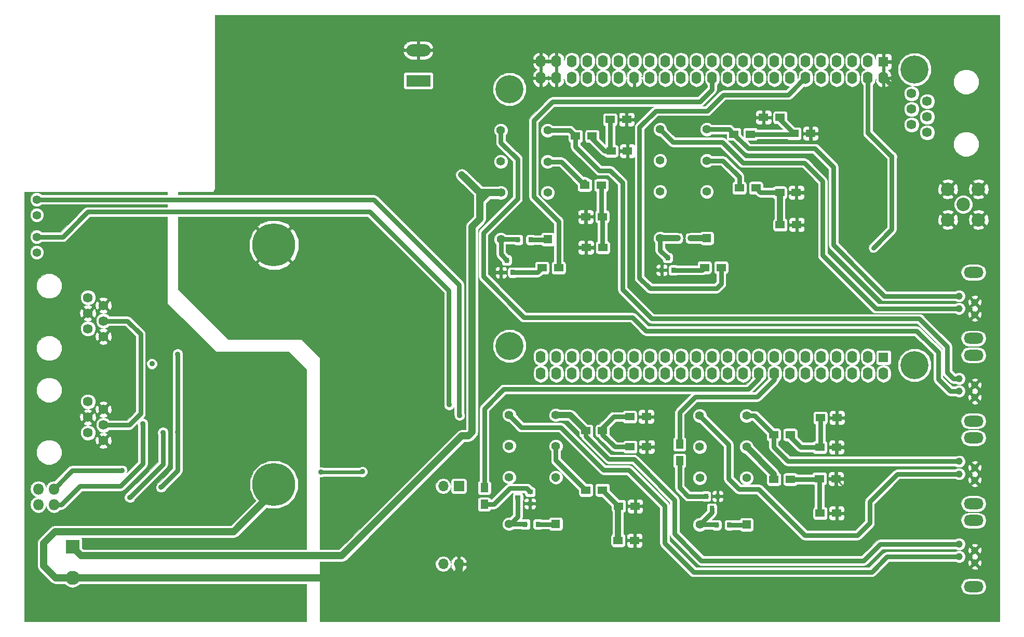
<source format=gbr>
G04 #@! TF.FileFunction,Copper,L2,Bot,Signal*
%FSLAX46Y46*%
G04 Gerber Fmt 4.6, Leading zero omitted, Abs format (unit mm)*
G04 Created by KiCad (PCBNEW 4.0.7-e2-6376~58~ubuntu16.04.1) date Wed Jul 25 09:35:37 2018*
%MOMM*%
%LPD*%
G01*
G04 APERTURE LIST*
%ADD10C,0.100000*%
%ADD11C,2.200000*%
%ADD12R,1.600000X1.600000*%
%ADD13O,1.600000X2.000000*%
%ADD14C,1.160000*%
%ADD15O,3.200000X1.800000*%
%ADD16R,2.300000X2.300000*%
%ADD17O,2.300000X2.300000*%
%ADD18C,7.000000*%
%ADD19C,4.572000*%
%ADD20R,1.700000X1.700000*%
%ADD21O,1.700000X1.700000*%
%ADD22C,1.590000*%
%ADD23R,1.400000X1.400000*%
%ADD24C,1.400000*%
%ADD25R,3.960000X1.980000*%
%ADD26O,3.960000X1.980000*%
%ADD27R,0.900000X0.800000*%
%ADD28R,0.800000X0.900000*%
%ADD29R,1.500000X1.300000*%
%ADD30R,1.300000X1.500000*%
%ADD31O,1.800000X1.800000*%
%ADD32C,0.900000*%
%ADD33C,0.600000*%
%ADD34C,0.800000*%
%ADD35C,1.200000*%
%ADD36C,0.250000*%
%ADD37C,1.000000*%
%ADD38C,0.600000*%
%ADD39C,0.400000*%
%ADD40C,0.050000*%
G04 APERTURE END LIST*
D10*
D11*
X269474800Y-66175500D03*
X264474800Y-66175500D03*
X264474800Y-71175500D03*
X269474800Y-71175500D03*
X266974800Y-68675500D03*
D12*
X253982080Y-45403400D03*
D13*
X253982080Y-48043400D03*
X251442080Y-45303400D03*
X251442080Y-48043400D03*
X248902080Y-45303400D03*
X248902080Y-48043400D03*
X246362080Y-45303400D03*
X246362080Y-48043400D03*
X243822080Y-45303400D03*
X243822080Y-48043400D03*
X241282080Y-45303400D03*
X241282080Y-48043400D03*
X238742080Y-45303400D03*
X238742080Y-48043400D03*
X236202080Y-45303400D03*
X236202080Y-48043400D03*
X233662080Y-45303400D03*
X233662080Y-48043400D03*
X231122080Y-45303400D03*
X231122080Y-48043400D03*
X228582080Y-45303400D03*
X228582080Y-48043400D03*
X226042080Y-45303400D03*
X226042080Y-48043400D03*
X223502080Y-45303400D03*
X223502080Y-48043400D03*
X220962080Y-45303400D03*
X220962080Y-48043400D03*
X218422080Y-45303400D03*
X218422080Y-48043400D03*
X215882080Y-45303400D03*
X215882080Y-48043400D03*
X213342080Y-45303400D03*
X213342080Y-48043400D03*
X210802080Y-45303400D03*
X210802080Y-48043400D03*
X208262080Y-45303400D03*
X208262080Y-48043400D03*
X205722080Y-45303400D03*
X205722080Y-48043400D03*
X203182080Y-45303400D03*
X203182080Y-48043400D03*
X200642080Y-45303400D03*
X200642080Y-48043400D03*
X198102080Y-45303400D03*
X198102080Y-48043400D03*
D12*
X253982080Y-93663400D03*
D13*
X253982080Y-96303400D03*
X251442080Y-93563400D03*
X251442080Y-96303400D03*
X248902080Y-93563400D03*
X248902080Y-96303400D03*
X246362080Y-93563400D03*
X246362080Y-96303400D03*
X243822080Y-93563400D03*
X243822080Y-96303400D03*
X241282080Y-93563400D03*
X241282080Y-96303400D03*
X238742080Y-93563400D03*
X238742080Y-96303400D03*
X236202080Y-93563400D03*
X236202080Y-96303400D03*
X233662080Y-93563400D03*
X233662080Y-96303400D03*
X231122080Y-93563400D03*
X231122080Y-96303400D03*
X228582080Y-93563400D03*
X228582080Y-96303400D03*
X226042080Y-93563400D03*
X226042080Y-96303400D03*
X223502080Y-93563400D03*
X223502080Y-96303400D03*
X220962080Y-93563400D03*
X220962080Y-96303400D03*
X218422080Y-93563400D03*
X218422080Y-96303400D03*
X215882080Y-93563400D03*
X215882080Y-96303400D03*
X213342080Y-93563400D03*
X213342080Y-96303400D03*
X210802080Y-93563400D03*
X210802080Y-96303400D03*
X208262080Y-93563400D03*
X208262080Y-96303400D03*
X205722080Y-93563400D03*
X205722080Y-96303400D03*
X203182080Y-93563400D03*
X203182080Y-96303400D03*
X200642080Y-93563400D03*
X200642080Y-96303400D03*
X198102080Y-93563400D03*
X198102080Y-96303400D03*
D14*
X266311480Y-85660000D03*
X266311480Y-83620000D03*
X268861480Y-84640000D03*
X268861480Y-86680000D03*
D15*
X268661480Y-90530000D03*
X268661480Y-79770000D03*
D14*
X266311480Y-99160000D03*
X266311480Y-97120000D03*
X268861480Y-98140000D03*
X268861480Y-100180000D03*
D15*
X268661480Y-104030000D03*
X268661480Y-93270000D03*
D14*
X266311480Y-112660000D03*
X266311480Y-110620000D03*
X268861480Y-111640000D03*
X268861480Y-113680000D03*
D15*
X268661480Y-117530000D03*
X268661480Y-106770000D03*
D14*
X266311480Y-126160000D03*
X266311480Y-124120000D03*
X268861480Y-125140000D03*
X268861480Y-127180000D03*
D15*
X268661480Y-131030000D03*
X268661480Y-120270000D03*
D16*
X121760000Y-124560000D03*
D17*
X121760000Y-129640000D03*
D18*
X154590000Y-114400000D03*
X154590000Y-75300000D03*
D19*
X193022080Y-49848400D03*
X259062080Y-46673400D03*
X259062080Y-94933400D03*
X193022080Y-91758400D03*
D20*
X184740000Y-114670000D03*
D21*
X182200000Y-114670000D03*
X184740000Y-127370000D03*
X182200000Y-127370000D03*
D22*
X126812500Y-107222500D03*
X124272500Y-105952500D03*
X126812500Y-104682500D03*
X124272500Y-103412500D03*
X126812500Y-102142500D03*
X124272500Y-100872500D03*
D23*
X199224820Y-74383060D03*
D24*
X191604820Y-74383060D03*
X199224820Y-61693060D03*
X199224820Y-56603060D03*
X199224820Y-66763060D03*
X191594820Y-61673060D03*
X191594820Y-56593060D03*
X191604820Y-66763060D03*
D25*
X178140200Y-48489500D03*
D26*
X178140200Y-43489500D03*
D23*
X200558240Y-120829500D03*
D24*
X192938240Y-120829500D03*
X200558240Y-108139500D03*
X200558240Y-103049500D03*
X200558240Y-113209500D03*
X192928240Y-108119500D03*
X192928240Y-103039500D03*
X192938240Y-113209500D03*
D23*
X231645340Y-120941260D03*
D24*
X224025340Y-120941260D03*
X231645340Y-108251260D03*
X231645340Y-103161260D03*
X231645340Y-113321260D03*
X224015340Y-108231260D03*
X224015340Y-103151260D03*
X224025340Y-113321260D03*
D23*
X225181000Y-74207000D03*
D24*
X217561000Y-74207000D03*
X225181000Y-61517000D03*
X225181000Y-56427000D03*
X225181000Y-66587000D03*
X217551000Y-61497000D03*
X217551000Y-56417000D03*
X217561000Y-66587000D03*
D27*
X196353780Y-115588640D03*
X196353780Y-117488640D03*
X194353780Y-116538640D03*
D28*
X225050000Y-116300000D03*
X226950000Y-116300000D03*
X226000000Y-118300000D03*
X193507240Y-79773920D03*
X191607240Y-79773920D03*
X192557240Y-77773920D03*
X219737820Y-79390380D03*
X217837820Y-79390380D03*
X218787820Y-77390380D03*
D22*
X258561480Y-50589240D03*
X261101480Y-51859240D03*
X258561480Y-53129240D03*
X261101480Y-54399240D03*
X258561480Y-55669240D03*
X261101480Y-56939240D03*
D28*
X197643300Y-120869340D03*
X195543300Y-120869340D03*
X196472360Y-74453380D03*
X194372360Y-74453380D03*
X228847200Y-121009040D03*
X226747200Y-121009040D03*
X222522600Y-74189220D03*
X220422600Y-74189220D03*
D29*
X208150000Y-115300000D03*
X205450000Y-115300000D03*
X207968680Y-65535440D03*
X205268680Y-65535440D03*
X238801740Y-113538900D03*
X236101740Y-113538900D03*
X233170560Y-65982480D03*
X230470560Y-65982480D03*
X208179500Y-105624260D03*
X205479500Y-105624260D03*
X206465000Y-57519200D03*
X203765000Y-57519200D03*
X238761100Y-106269420D03*
X236061100Y-106269420D03*
X232276480Y-57209320D03*
X229576480Y-57209320D03*
X208136320Y-70676400D03*
X205436320Y-70676400D03*
X243543940Y-113444920D03*
X246243940Y-113444920D03*
X210800800Y-117922940D03*
X213500800Y-117922940D03*
X237064400Y-66739400D03*
X239764400Y-66739400D03*
X208192200Y-75705600D03*
X205492200Y-75705600D03*
X243653160Y-119086260D03*
X246353160Y-119086260D03*
X210716980Y-123510940D03*
X213416980Y-123510940D03*
X237140600Y-71997200D03*
X239840600Y-71997200D03*
X209550000Y-59950000D03*
X212250000Y-59950000D03*
X243691260Y-103503360D03*
X246391260Y-103503360D03*
X239400000Y-57100000D03*
X242100000Y-57100000D03*
X209400000Y-54825000D03*
X212100000Y-54825000D03*
X243615060Y-108303960D03*
X246315060Y-108303960D03*
X212675000Y-108250000D03*
X215375000Y-108250000D03*
X237125000Y-54475000D03*
X234425000Y-54475000D03*
D30*
X188904720Y-114924480D03*
X188904720Y-117624480D03*
X220728380Y-107799780D03*
X220728380Y-110499780D03*
D29*
X201011620Y-79030460D03*
X198311620Y-79030460D03*
X227496200Y-78982200D03*
X224796200Y-78982200D03*
X212604200Y-103325560D03*
X215304200Y-103325560D03*
D22*
X126812500Y-90222500D03*
X124272500Y-88952500D03*
X126812500Y-87682500D03*
X124272500Y-86412500D03*
X126812500Y-85142500D03*
X124272500Y-83872500D03*
D24*
X115936240Y-67870000D03*
X115936240Y-70410000D03*
X115936240Y-73970000D03*
X115936240Y-76510000D03*
D31*
X116166240Y-115132500D03*
X116166240Y-117672500D03*
X118706240Y-115132500D03*
X118706240Y-117672500D03*
D32*
X166220000Y-87600000D03*
X172500000Y-92370000D03*
D33*
X248000000Y-115060000D03*
X240075000Y-65050000D03*
X212150000Y-57575000D03*
X205325000Y-85400000D03*
D32*
X186275000Y-106450000D03*
D33*
X185225000Y-63850000D03*
D32*
X255340000Y-60880000D03*
D33*
X252310740Y-75758940D03*
D32*
X149602500Y-96752500D03*
X136502500Y-105902500D03*
X131085000Y-116485000D03*
X183170000Y-101390000D03*
X184860000Y-103100000D03*
X138902500Y-93120000D03*
X138902500Y-105852500D03*
X136202500Y-114822500D03*
X134702500Y-94700000D03*
X133202500Y-104452500D03*
X129810000Y-112120000D03*
X169002500Y-112312500D03*
X162252500Y-112362500D03*
D34*
X253993400Y-47943400D02*
X254925000Y-48875000D01*
D35*
X121760000Y-129640000D02*
X183680000Y-129640000D01*
X184740000Y-128580000D02*
X184740000Y-127370000D01*
X183680000Y-129640000D02*
X184740000Y-128580000D01*
X154590000Y-114400000D02*
X154590000Y-115530000D01*
X154590000Y-115530000D02*
X148020000Y-122100000D01*
X148020000Y-122100000D02*
X118910000Y-122100000D01*
X118910000Y-122100000D02*
X117070000Y-123940000D01*
X117070000Y-123940000D02*
X117070000Y-127690000D01*
X117070000Y-127690000D02*
X119020000Y-129640000D01*
X119020000Y-129640000D02*
X121760000Y-129640000D01*
D36*
X242100000Y-57100000D02*
X242725000Y-57100000D01*
X246243940Y-113444920D02*
X247880080Y-115179920D01*
X247880080Y-115179920D02*
X248000000Y-115060000D01*
X239764400Y-66739400D02*
X239764400Y-65360600D01*
X239764400Y-65360600D02*
X240075000Y-65050000D01*
X212250000Y-59950000D02*
X212250000Y-57675000D01*
X212250000Y-57675000D02*
X212150000Y-57575000D01*
X205492200Y-75705600D02*
X205492200Y-85232800D01*
X205492200Y-85232800D02*
X205325000Y-85400000D01*
X217837820Y-79390380D02*
X217165380Y-79390380D01*
X239840600Y-73609400D02*
X239840600Y-71997200D01*
X238250000Y-75200000D02*
X239840600Y-73609400D01*
X235050000Y-75200000D02*
X238250000Y-75200000D01*
X230375000Y-70525000D02*
X235050000Y-75200000D01*
X218775000Y-70525000D02*
X230375000Y-70525000D01*
X215825000Y-73475000D02*
X218775000Y-70525000D01*
X215825000Y-78050000D02*
X215825000Y-73475000D01*
X217165380Y-79390380D02*
X215825000Y-78050000D01*
D34*
X253982080Y-47943400D02*
X253993400Y-47943400D01*
D37*
X213500800Y-117922940D02*
X213575740Y-117922940D01*
X222522600Y-74189220D02*
X225163220Y-74189220D01*
X225163220Y-74189220D02*
X225181000Y-74207000D01*
D34*
X228847200Y-121009040D02*
X231577560Y-121009040D01*
X231577560Y-121009040D02*
X231645340Y-120941260D01*
X197643300Y-120869340D02*
X200518400Y-120869340D01*
X200518400Y-120869340D02*
X200558240Y-120829500D01*
X196472360Y-74453380D02*
X199154500Y-74453380D01*
X199154500Y-74453380D02*
X199224820Y-74383060D01*
X266311480Y-112660000D02*
X256265000Y-112660000D01*
X228725000Y-107860920D02*
X224015340Y-103151260D01*
X228725000Y-113500000D02*
X228725000Y-107860920D01*
X230375000Y-115150000D02*
X228725000Y-113500000D01*
X233625000Y-115150000D02*
X230375000Y-115150000D01*
X241150000Y-122675000D02*
X233625000Y-115150000D01*
X249725000Y-122675000D02*
X241150000Y-122675000D01*
X251725000Y-120675000D02*
X249725000Y-122675000D01*
X251725000Y-117200000D02*
X251725000Y-120675000D01*
X256265000Y-112660000D02*
X251725000Y-117200000D01*
X186275000Y-106450000D02*
X186270000Y-106450000D01*
D35*
X121760000Y-124560000D02*
X121760000Y-124660000D01*
X121760000Y-124660000D02*
X123100000Y-126000000D01*
X165680000Y-126000000D02*
X169320000Y-122360000D01*
X123100000Y-126000000D02*
X165680000Y-126000000D01*
X185230000Y-106450000D02*
X186275000Y-106450000D01*
X169320000Y-122360000D02*
X185230000Y-106450000D01*
X186870000Y-105855000D02*
X186275000Y-106450000D01*
X186870000Y-72320000D02*
X186870000Y-105855000D01*
D34*
X188138060Y-68170000D02*
X188138060Y-68101940D01*
D35*
X188138060Y-68101940D02*
X189476940Y-66763060D01*
X188138060Y-66763060D02*
X188138060Y-68170000D01*
X188138060Y-68170000D02*
X188138060Y-71051940D01*
X188138060Y-71051940D02*
X186870000Y-72320000D01*
X191604820Y-66763060D02*
X189476940Y-66763060D01*
X189476940Y-66763060D02*
X188138060Y-66763060D01*
X188138060Y-66763060D02*
X185225000Y-63850000D01*
D37*
X200558240Y-113209500D02*
X200442200Y-113209500D01*
X200558240Y-113209500D02*
X200558240Y-113477940D01*
D34*
X191604820Y-66763060D02*
X191590380Y-66777500D01*
D37*
X178140200Y-48489500D02*
X178914500Y-48489500D01*
D34*
X188904720Y-117624480D02*
X190485880Y-117624480D01*
X195779780Y-115014640D02*
X196353780Y-115588640D01*
X193095720Y-115014640D02*
X195779780Y-115014640D01*
X190485880Y-117624480D02*
X193095720Y-115014640D01*
X193507240Y-79773920D02*
X197568160Y-79773920D01*
X197568160Y-79773920D02*
X198311620Y-79030460D01*
X225050000Y-116300000D02*
X222100000Y-116300000D01*
X220728380Y-114928380D02*
X220728380Y-110499780D01*
X222100000Y-116300000D02*
X220728380Y-114928380D01*
X219737820Y-79390380D02*
X224388020Y-79390380D01*
X224388020Y-79390380D02*
X224796200Y-78982200D01*
X233662080Y-96203400D02*
X233662080Y-97087920D01*
X233662080Y-97087920D02*
X231900000Y-98850000D01*
X231900000Y-98850000D02*
X192075000Y-98850000D01*
X192075000Y-98850000D02*
X188904720Y-102020280D01*
X188904720Y-102020280D02*
X188904720Y-114924480D01*
X233400000Y-100100000D02*
X236202080Y-97297920D01*
X223275000Y-100100000D02*
X233400000Y-100100000D01*
X236202080Y-97297920D02*
X236202080Y-96203400D01*
X220728380Y-102646620D02*
X223275000Y-100100000D01*
X220728380Y-107799780D02*
X220728380Y-102646620D01*
X226042080Y-47943400D02*
X226042080Y-49917920D01*
X200050000Y-51890000D02*
X196950000Y-54990000D01*
X224070000Y-51890000D02*
X200050000Y-51890000D01*
X226042080Y-49917920D02*
X224070000Y-51890000D01*
X201011620Y-79030460D02*
X201011620Y-71461620D01*
X196950000Y-67400000D02*
X196950000Y-54990000D01*
X201011620Y-71461620D02*
X196950000Y-67400000D01*
X201011620Y-79030460D02*
X201213560Y-79030460D01*
X221225000Y-82400000D02*
X215900000Y-82400000D01*
X214200000Y-56075000D02*
X216875000Y-53400000D01*
X214200000Y-80700000D02*
X214200000Y-56075000D01*
X215900000Y-82400000D02*
X214200000Y-80700000D01*
X227496200Y-78982200D02*
X227496200Y-81653800D01*
X238450480Y-50775000D02*
X241282080Y-47943400D01*
X227900000Y-50775000D02*
X238450480Y-50775000D01*
X225275000Y-53400000D02*
X227900000Y-50775000D01*
X216875000Y-53400000D02*
X225275000Y-53400000D01*
X226750000Y-82400000D02*
X221225000Y-82400000D01*
X227496200Y-81653800D02*
X226750000Y-82400000D01*
X194353780Y-119629060D02*
X194353780Y-116538640D01*
X195503460Y-120829500D02*
X195543300Y-120869340D01*
X192938240Y-120829500D02*
X193153340Y-120829500D01*
X193153340Y-120829500D02*
X194353780Y-119629060D01*
X192938240Y-120829500D02*
X195503460Y-120829500D01*
X191604820Y-74383060D02*
X194302040Y-74383060D01*
X191604820Y-74383060D02*
X191604820Y-76821500D01*
X194302040Y-74383060D02*
X194372360Y-74453380D01*
X191604820Y-76821500D02*
X192557240Y-77773920D01*
X226000000Y-118300000D02*
X226000000Y-118966600D01*
X226000000Y-118966600D02*
X224025340Y-120941260D01*
X224025340Y-120941260D02*
X226679420Y-120941260D01*
X226679420Y-120941260D02*
X226747200Y-121009040D01*
D37*
X217561000Y-74207000D02*
X220404820Y-74207000D01*
X220404820Y-74207000D02*
X220422600Y-74189220D01*
D34*
X217561000Y-74207000D02*
X217561000Y-76163560D01*
X217561000Y-76163560D02*
X218787820Y-77390380D01*
X255340000Y-60880000D02*
X255340000Y-72729680D01*
X255340000Y-72729680D02*
X252310740Y-75758940D01*
X251442080Y-47943400D02*
X251442080Y-56982080D01*
X251442080Y-56982080D02*
X255340000Y-60880000D01*
X208136320Y-70676400D02*
X208136320Y-75649720D01*
X207968680Y-65535440D02*
X207968680Y-70508760D01*
X207968680Y-70508760D02*
X208136320Y-70676400D01*
X208136320Y-75649720D02*
X208192200Y-75705600D01*
X205268680Y-65535440D02*
X205268680Y-64909320D01*
X201426300Y-61693060D02*
X205268680Y-65535440D01*
X199224820Y-61693060D02*
X201426300Y-61693060D01*
X243543940Y-113444920D02*
X243543940Y-118977040D01*
X238801740Y-113538900D02*
X243449960Y-113538900D01*
X243449960Y-113538900D02*
X243543940Y-113444920D01*
D37*
X243449960Y-113538900D02*
X243543940Y-113444920D01*
D34*
X243543940Y-118977040D02*
X243653160Y-119086260D01*
D37*
X243543940Y-118977040D02*
X243653160Y-119086260D01*
X236101740Y-112707660D02*
X231645340Y-108251260D01*
D34*
X231645340Y-108251260D02*
X231691660Y-108251260D01*
D37*
X236101740Y-113538900D02*
X236101740Y-112707660D01*
D34*
X233927480Y-66739400D02*
X233170560Y-65982480D01*
X237064400Y-66739400D02*
X233927480Y-66739400D01*
D37*
X237064400Y-66739400D02*
X237064400Y-71921000D01*
X237064400Y-71921000D02*
X237140600Y-71997200D01*
D34*
X227781800Y-61517000D02*
X225181000Y-61517000D01*
X230470560Y-64205760D02*
X227781800Y-61517000D01*
X230470560Y-65982480D02*
X230470560Y-64205760D01*
X208150000Y-115300000D02*
X208177860Y-115300000D01*
X208177860Y-115300000D02*
X210800800Y-117922940D01*
D37*
X210716980Y-118006760D02*
X210800800Y-117922940D01*
X210716980Y-123510940D02*
X210716980Y-118006760D01*
D34*
X200558240Y-108139500D02*
X200558240Y-110408240D01*
X200558240Y-110408240D02*
X205450000Y-115300000D01*
X209400000Y-54825000D02*
X209400000Y-59800000D01*
X209400000Y-59800000D02*
X209550000Y-59950000D01*
X206465000Y-57519200D02*
X206465000Y-57890000D01*
X206465000Y-57890000D02*
X208525000Y-59950000D01*
X208525000Y-59950000D02*
X209550000Y-59950000D01*
X266311480Y-97120000D02*
X265345000Y-97120000D01*
X259800000Y-87325000D02*
X220250000Y-87325000D01*
X264350000Y-91875000D02*
X259800000Y-87325000D01*
X264350000Y-96125000D02*
X264350000Y-91875000D01*
X265345000Y-97120000D02*
X264350000Y-96125000D01*
X220250000Y-87325000D02*
X216175000Y-87325000D01*
X216175000Y-87325000D02*
X211425000Y-82575000D01*
X211425000Y-65150000D02*
X209400000Y-63125000D01*
X211425000Y-82575000D02*
X211425000Y-65150000D01*
X209400000Y-63125000D02*
X207650000Y-63125000D01*
X203765000Y-59240000D02*
X203765000Y-57519200D01*
X207650000Y-63125000D02*
X203765000Y-59240000D01*
X202848860Y-56603060D02*
X203765000Y-57519200D01*
X199224820Y-56603060D02*
X202848860Y-56603060D01*
X240478960Y-108303960D02*
X243615060Y-108303960D01*
X243691260Y-103503360D02*
X243691260Y-108227760D01*
X243691260Y-108227760D02*
X243615060Y-108303960D01*
D37*
X243691260Y-108227760D02*
X243615060Y-108303960D01*
D34*
X238761100Y-106269420D02*
X238761100Y-106586100D01*
X238761100Y-106586100D02*
X240478960Y-108303960D01*
X231645340Y-103161260D02*
X232952940Y-103161260D01*
X236061100Y-106269420D02*
X236061100Y-108261100D01*
X236061100Y-108261100D02*
X238375000Y-110575000D01*
X232952940Y-103161260D02*
X236061100Y-106269420D01*
X238375000Y-110575000D02*
X266266480Y-110575000D01*
X266266480Y-110575000D02*
X266311480Y-110620000D01*
X237125000Y-54475000D02*
X237125000Y-54825000D01*
X237125000Y-54825000D02*
X239400000Y-57100000D01*
X232276480Y-57209320D02*
X239290680Y-57209320D01*
X239290680Y-57209320D02*
X239400000Y-57100000D01*
X232220600Y-57153440D02*
X232276480Y-57209320D01*
X225181000Y-56427000D02*
X228794160Y-56427000D01*
X231917160Y-59550000D02*
X229576480Y-57209320D01*
X242775000Y-59550000D02*
X231917160Y-59550000D01*
X245812500Y-62587500D02*
X242775000Y-59550000D01*
X228794160Y-56427000D02*
X229576480Y-57209320D01*
X245812500Y-62587500D02*
X245812500Y-75312500D01*
X245812500Y-75312500D02*
X254120000Y-83620000D01*
X254120000Y-83620000D02*
X266311480Y-83620000D01*
X210150000Y-108250000D02*
X212675000Y-108250000D01*
X208179500Y-106279500D02*
X210150000Y-108250000D01*
X208179500Y-105624260D02*
X208179500Y-106279500D01*
X208179500Y-105624260D02*
X208179500Y-105145500D01*
X208179500Y-105145500D02*
X209999440Y-103325560D01*
X209999440Y-103325560D02*
X212604200Y-103325560D01*
X266311480Y-124120000D02*
X253480000Y-124120000D01*
X219925000Y-116925000D02*
X219925000Y-122475000D01*
X253480000Y-124120000D02*
X250775000Y-126825000D01*
X250775000Y-126825000D02*
X224275000Y-126825000D01*
X224275000Y-126825000D02*
X219925000Y-122475000D01*
X213275000Y-110275000D02*
X219925000Y-116925000D01*
X209200000Y-110275000D02*
X213275000Y-110275000D01*
X205479500Y-106554500D02*
X209200000Y-110275000D01*
X205479500Y-105624260D02*
X205479500Y-106554500D01*
D37*
X200558240Y-103049500D02*
X202904740Y-103049500D01*
X202904740Y-103049500D02*
X205479500Y-105624260D01*
D34*
X192928240Y-108119500D02*
X193144500Y-108119500D01*
X224015340Y-108231260D02*
X224015340Y-108265340D01*
X136502500Y-105902500D02*
X136502500Y-111067500D01*
X136502500Y-111067500D02*
X131085000Y-116485000D01*
X133802500Y-113767500D02*
X131085000Y-116485000D01*
X120180000Y-73970000D02*
X124270000Y-69880000D01*
X124270000Y-69880000D02*
X170250000Y-69880000D01*
X170250000Y-69880000D02*
X183120000Y-82750000D01*
X183120000Y-82750000D02*
X183120000Y-101340000D01*
X183120000Y-101340000D02*
X183170000Y-101390000D01*
X120180000Y-73970000D02*
X115936240Y-73970000D01*
X115936240Y-67870000D02*
X170870000Y-67870000D01*
X184790000Y-103030000D02*
X184860000Y-103100000D01*
X184790000Y-81790000D02*
X184790000Y-103030000D01*
X170870000Y-67870000D02*
X184790000Y-81790000D01*
X188725000Y-79250000D02*
X188725000Y-80445000D01*
X213060000Y-87100000D02*
X215285000Y-89325000D01*
X195380000Y-87100000D02*
X213060000Y-87100000D01*
X188725000Y-80445000D02*
X195380000Y-87100000D01*
X191594820Y-56593060D02*
X191594820Y-58569820D01*
X259400000Y-89325000D02*
X262900000Y-92825000D01*
X215285000Y-89325000D02*
X259400000Y-89325000D01*
X188725000Y-73325000D02*
X188725000Y-79250000D01*
X194325000Y-67725000D02*
X188725000Y-73325000D01*
X194325000Y-61300000D02*
X194325000Y-67725000D01*
X191594820Y-58569820D02*
X194325000Y-61300000D01*
X266311480Y-99160000D02*
X264860000Y-99160000D01*
X264860000Y-99160000D02*
X262900000Y-97200000D01*
X262900000Y-97200000D02*
X262900000Y-92825000D01*
X191594820Y-56593060D02*
X191594820Y-56655840D01*
X266311480Y-126160000D02*
X254565000Y-126160000D01*
X254565000Y-126160000D02*
X252050000Y-128675000D01*
X252050000Y-128675000D02*
X223025000Y-128675000D01*
X218325000Y-123975000D02*
X218325000Y-120125000D01*
X223025000Y-128675000D02*
X218325000Y-123975000D01*
X218325000Y-120125000D02*
X218325000Y-117850000D01*
X218325000Y-117850000D02*
X212500000Y-112025000D01*
X212500000Y-112025000D02*
X208350000Y-112025000D01*
X208350000Y-112025000D02*
X201375000Y-105050000D01*
X201375000Y-105050000D02*
X194938740Y-105050000D01*
X194938740Y-105050000D02*
X192928240Y-103039500D01*
X192928240Y-103039500D02*
X193081440Y-103039500D01*
X266311480Y-85660000D02*
X252785000Y-85660000D01*
X244075000Y-76950000D02*
X244075000Y-64900000D01*
X252785000Y-85660000D02*
X244075000Y-76950000D01*
X219634000Y-58500000D02*
X217551000Y-56417000D01*
X227725000Y-58500000D02*
X219634000Y-58500000D01*
X231100000Y-61875000D02*
X227725000Y-58500000D01*
X241050000Y-61875000D02*
X231100000Y-61875000D01*
X244075000Y-64900000D02*
X241050000Y-61875000D01*
X138902500Y-105852500D02*
X138902500Y-93120000D01*
X138902500Y-105852500D02*
X138902500Y-112122500D01*
X138902500Y-112122500D02*
X136202500Y-114822500D01*
X126812500Y-104682500D02*
X130997500Y-104682500D01*
X130662500Y-87682500D02*
X126812500Y-87682500D01*
X132850000Y-89870000D02*
X130662500Y-87682500D01*
X132850000Y-102830000D02*
X132850000Y-89870000D01*
X130997500Y-104682500D02*
X132850000Y-102830000D01*
X118706240Y-117672500D02*
X119927500Y-117672500D01*
X133202500Y-111017500D02*
X133202500Y-104452500D01*
X129580000Y-114640000D02*
X133202500Y-111017500D01*
X122960000Y-114640000D02*
X129580000Y-114640000D01*
X119927500Y-117672500D02*
X122960000Y-114640000D01*
X133202500Y-104452500D02*
X133202500Y-104930000D01*
X129810000Y-112120000D02*
X121718740Y-112120000D01*
X121718740Y-112120000D02*
X118706240Y-115132500D01*
D36*
X129830000Y-112100000D02*
X129830000Y-112090000D01*
X129810000Y-112120000D02*
X129830000Y-112100000D01*
D38*
X168952500Y-112362500D02*
X162252500Y-112362500D01*
D39*
X169002500Y-112312500D02*
X168952500Y-112362500D01*
D40*
G36*
X137215000Y-67045000D02*
X116702282Y-67045000D01*
X116574333Y-66916828D01*
X116160998Y-66745196D01*
X115713445Y-66744805D01*
X115299811Y-66915715D01*
X114983068Y-67231907D01*
X114811436Y-67645242D01*
X114811045Y-68092795D01*
X114981955Y-68506429D01*
X115298147Y-68823172D01*
X115711482Y-68994804D01*
X116159035Y-68995195D01*
X116572669Y-68824285D01*
X116702179Y-68695000D01*
X137215000Y-68695000D01*
X137215000Y-69055000D01*
X124270000Y-69055000D01*
X123954286Y-69117799D01*
X123686637Y-69296637D01*
X119838274Y-73145000D01*
X116702282Y-73145000D01*
X116574333Y-73016828D01*
X116160998Y-72845196D01*
X115713445Y-72844805D01*
X115299811Y-73015715D01*
X114983068Y-73331907D01*
X114811436Y-73745242D01*
X114811045Y-74192795D01*
X114981955Y-74606429D01*
X115298147Y-74923172D01*
X115711482Y-75094804D01*
X116159035Y-75095195D01*
X116572669Y-74924285D01*
X116702179Y-74795000D01*
X120180000Y-74795000D01*
X120495714Y-74732201D01*
X120763363Y-74553363D01*
X124611726Y-70705000D01*
X137215000Y-70705000D01*
X137215000Y-84790000D01*
X137216970Y-84799726D01*
X137222322Y-84807678D01*
X145132322Y-92717678D01*
X145140593Y-92723163D01*
X145150000Y-92725000D01*
X156999644Y-92725000D01*
X159875000Y-95600356D01*
X159875000Y-124975000D01*
X123524569Y-124975000D01*
X123343326Y-124793757D01*
X123343326Y-123410000D01*
X123313691Y-123252504D01*
X123231644Y-123125000D01*
X148020000Y-123125000D01*
X148412251Y-123046977D01*
X148744784Y-122824784D01*
X153409732Y-118159837D01*
X153805844Y-118324317D01*
X155367305Y-118325680D01*
X156810429Y-117729393D01*
X157915513Y-116626237D01*
X158514317Y-115184156D01*
X158515680Y-113622695D01*
X157919393Y-112179571D01*
X156816237Y-111074487D01*
X155374156Y-110475683D01*
X153812695Y-110474320D01*
X152369571Y-111070607D01*
X151264487Y-112173763D01*
X150665683Y-113615844D01*
X150664320Y-115177305D01*
X151260607Y-116620429D01*
X151654960Y-117015471D01*
X147595432Y-121075000D01*
X118910000Y-121075000D01*
X118517749Y-121153023D01*
X118185216Y-121375216D01*
X116345216Y-123215216D01*
X116123023Y-123547749D01*
X116045000Y-123940000D01*
X116045000Y-127690000D01*
X116119592Y-128065000D01*
X116123023Y-128082251D01*
X116345216Y-128414784D01*
X118295215Y-130364784D01*
X118627749Y-130586977D01*
X119020000Y-130665000D01*
X120556188Y-130665000D01*
X120615451Y-130753693D01*
X121126418Y-131095110D01*
X121729144Y-131215000D01*
X121790856Y-131215000D01*
X122393582Y-131095110D01*
X122904549Y-130753693D01*
X122963812Y-130665000D01*
X159875000Y-130665000D01*
X159875000Y-136780280D01*
X144533530Y-136780280D01*
X144520760Y-136777740D01*
X113936240Y-136777740D01*
X113936240Y-115106542D01*
X114841240Y-115106542D01*
X114841240Y-115158458D01*
X114942100Y-115665514D01*
X115229324Y-116095374D01*
X115659184Y-116382598D01*
X115759238Y-116402500D01*
X115659184Y-116422402D01*
X115229324Y-116709626D01*
X114942100Y-117139486D01*
X114841240Y-117646542D01*
X114841240Y-117698458D01*
X114942100Y-118205514D01*
X115229324Y-118635374D01*
X115659184Y-118922598D01*
X116166240Y-119023458D01*
X116673296Y-118922598D01*
X117103156Y-118635374D01*
X117390380Y-118205514D01*
X117436240Y-117974961D01*
X117482100Y-118205514D01*
X117769324Y-118635374D01*
X118199184Y-118922598D01*
X118706240Y-119023458D01*
X119213296Y-118922598D01*
X119643156Y-118635374D01*
X119735281Y-118497500D01*
X119927500Y-118497500D01*
X120243214Y-118434701D01*
X120510863Y-118255863D01*
X122108441Y-116658285D01*
X130209849Y-116658285D01*
X130342779Y-116980000D01*
X130588705Y-117226356D01*
X130910188Y-117359848D01*
X131258285Y-117360151D01*
X131580000Y-117227221D01*
X131826356Y-116981295D01*
X131876720Y-116860006D01*
X133740941Y-114995785D01*
X135327349Y-114995785D01*
X135460279Y-115317500D01*
X135706205Y-115563856D01*
X136027688Y-115697348D01*
X136375785Y-115697651D01*
X136697500Y-115564721D01*
X136943856Y-115318795D01*
X136994220Y-115197506D01*
X139485863Y-112705863D01*
X139664701Y-112438214D01*
X139727500Y-112122500D01*
X139727500Y-106147359D01*
X139777348Y-106027312D01*
X139777651Y-105679215D01*
X139727500Y-105557840D01*
X139727500Y-93414859D01*
X139777348Y-93294812D01*
X139777651Y-92946715D01*
X139644721Y-92625000D01*
X139398795Y-92378644D01*
X139077312Y-92245152D01*
X138729215Y-92244849D01*
X138407500Y-92377779D01*
X138161144Y-92623705D01*
X138027652Y-92945188D01*
X138027349Y-93293285D01*
X138077500Y-93414660D01*
X138077500Y-105557641D01*
X138027652Y-105677688D01*
X138027349Y-106025785D01*
X138077500Y-106147160D01*
X138077500Y-111780774D01*
X135827633Y-114030641D01*
X135707500Y-114080279D01*
X135461144Y-114326205D01*
X135327652Y-114647688D01*
X135327349Y-114995785D01*
X133740941Y-114995785D01*
X137085863Y-111650863D01*
X137264701Y-111383214D01*
X137327500Y-111067500D01*
X137327500Y-106197359D01*
X137377348Y-106077312D01*
X137377651Y-105729215D01*
X137244721Y-105407500D01*
X136998795Y-105161144D01*
X136677312Y-105027652D01*
X136329215Y-105027349D01*
X136007500Y-105160279D01*
X135761144Y-105406205D01*
X135627652Y-105727688D01*
X135627349Y-106075785D01*
X135677500Y-106197160D01*
X135677500Y-110725774D01*
X130710133Y-115693141D01*
X130590000Y-115742779D01*
X130343644Y-115988705D01*
X130210152Y-116310188D01*
X130209849Y-116658285D01*
X122108441Y-116658285D01*
X123301726Y-115465000D01*
X129580000Y-115465000D01*
X129895714Y-115402201D01*
X130163363Y-115223363D01*
X133785863Y-111600863D01*
X133964701Y-111333214D01*
X134027500Y-111017500D01*
X134027500Y-104747359D01*
X134077348Y-104627312D01*
X134077651Y-104279215D01*
X133944721Y-103957500D01*
X133698795Y-103711144D01*
X133377312Y-103577652D01*
X133269168Y-103577558D01*
X133433363Y-103413363D01*
X133612201Y-103145714D01*
X133675000Y-102830000D01*
X133675000Y-94873285D01*
X133827349Y-94873285D01*
X133960279Y-95195000D01*
X134206205Y-95441356D01*
X134527688Y-95574848D01*
X134875785Y-95575151D01*
X135197500Y-95442221D01*
X135443856Y-95196295D01*
X135577348Y-94874812D01*
X135577651Y-94526715D01*
X135444721Y-94205000D01*
X135198795Y-93958644D01*
X134877312Y-93825152D01*
X134529215Y-93824849D01*
X134207500Y-93957779D01*
X133961144Y-94203705D01*
X133827652Y-94525188D01*
X133827349Y-94873285D01*
X133675000Y-94873285D01*
X133675000Y-89870000D01*
X133612201Y-89554286D01*
X133433363Y-89286637D01*
X131245863Y-87099137D01*
X130978214Y-86920299D01*
X130662500Y-86857500D01*
X127712776Y-86857500D01*
X127504477Y-86648838D01*
X127056238Y-86462712D01*
X126959293Y-86462628D01*
X127247444Y-86424758D01*
X127411641Y-86356745D01*
X127498461Y-86152316D01*
X126812500Y-85466355D01*
X126126539Y-86152316D01*
X126213359Y-86356745D01*
X126607014Y-86462320D01*
X126570892Y-86462289D01*
X126122328Y-86647631D01*
X125778838Y-86990523D01*
X125592712Y-87438762D01*
X125592289Y-87924108D01*
X125777631Y-88372672D01*
X126120523Y-88716162D01*
X126568762Y-88902288D01*
X126665707Y-88902372D01*
X126377556Y-88940242D01*
X126213359Y-89008255D01*
X126126539Y-89212684D01*
X126812500Y-89898645D01*
X127498461Y-89212684D01*
X127411641Y-89008255D01*
X127017986Y-88902680D01*
X127054108Y-88902711D01*
X127502672Y-88717369D01*
X127712907Y-88507500D01*
X130320774Y-88507500D01*
X132025000Y-90211726D01*
X132025000Y-102488274D01*
X130655774Y-103857500D01*
X127712776Y-103857500D01*
X127504477Y-103648838D01*
X127056238Y-103462712D01*
X126959293Y-103462628D01*
X127247444Y-103424758D01*
X127411641Y-103356745D01*
X127498461Y-103152316D01*
X126812500Y-102466355D01*
X126126539Y-103152316D01*
X126213359Y-103356745D01*
X126607014Y-103462320D01*
X126570892Y-103462289D01*
X126122328Y-103647631D01*
X125778838Y-103990523D01*
X125592712Y-104438762D01*
X125592289Y-104924108D01*
X125777631Y-105372672D01*
X126120523Y-105716162D01*
X126568762Y-105902288D01*
X126665707Y-105902372D01*
X126377556Y-105940242D01*
X126213359Y-106008255D01*
X126126539Y-106212684D01*
X126812500Y-106898645D01*
X127498461Y-106212684D01*
X127411641Y-106008255D01*
X127017986Y-105902680D01*
X127054108Y-105902711D01*
X127502672Y-105717369D01*
X127712907Y-105507500D01*
X130997500Y-105507500D01*
X131313214Y-105444701D01*
X131580863Y-105265863D01*
X132327442Y-104519284D01*
X132327349Y-104625785D01*
X132377500Y-104747160D01*
X132377500Y-110675774D01*
X130632575Y-112420699D01*
X130684848Y-112294812D01*
X130685151Y-111946715D01*
X130552221Y-111625000D01*
X130306295Y-111378644D01*
X129984812Y-111245152D01*
X129636715Y-111244849D01*
X129515340Y-111295000D01*
X121718740Y-111295000D01*
X121403026Y-111357799D01*
X121135377Y-111536637D01*
X118859906Y-113812108D01*
X118706240Y-113781542D01*
X118199184Y-113882402D01*
X117769324Y-114169626D01*
X117482100Y-114599486D01*
X117436240Y-114830039D01*
X117390380Y-114599486D01*
X117103156Y-114169626D01*
X116673296Y-113882402D01*
X116166240Y-113781542D01*
X115659184Y-113882402D01*
X115229324Y-114169626D01*
X114942100Y-114599486D01*
X114841240Y-115106542D01*
X113936240Y-115106542D01*
X113936240Y-109538481D01*
X115872145Y-109538481D01*
X116183581Y-110292215D01*
X116759752Y-110869392D01*
X117512941Y-111182143D01*
X118328481Y-111182855D01*
X119082215Y-110871419D01*
X119659392Y-110295248D01*
X119972143Y-109542059D01*
X119972855Y-108726519D01*
X119768655Y-108232316D01*
X126126539Y-108232316D01*
X126213359Y-108436745D01*
X126723637Y-108573598D01*
X127247444Y-108504758D01*
X127411641Y-108436745D01*
X127498461Y-108232316D01*
X126812500Y-107546355D01*
X126126539Y-108232316D01*
X119768655Y-108232316D01*
X119661419Y-107972785D01*
X119085248Y-107395608D01*
X118332059Y-107082857D01*
X117516519Y-107082145D01*
X116762785Y-107393581D01*
X116185608Y-107969752D01*
X115872857Y-108722941D01*
X115872145Y-109538481D01*
X113936240Y-109538481D01*
X113936240Y-106194108D01*
X123052289Y-106194108D01*
X123237631Y-106642672D01*
X123580523Y-106986162D01*
X124028762Y-107172288D01*
X124514108Y-107172711D01*
X124608674Y-107133637D01*
X125461402Y-107133637D01*
X125530242Y-107657444D01*
X125598255Y-107821641D01*
X125802684Y-107908461D01*
X126488645Y-107222500D01*
X127136355Y-107222500D01*
X127822316Y-107908461D01*
X128026745Y-107821641D01*
X128163598Y-107311363D01*
X128094758Y-106787556D01*
X128026745Y-106623359D01*
X127822316Y-106536539D01*
X127136355Y-107222500D01*
X126488645Y-107222500D01*
X125802684Y-106536539D01*
X125598255Y-106623359D01*
X125461402Y-107133637D01*
X124608674Y-107133637D01*
X124962672Y-106987369D01*
X125306162Y-106644477D01*
X125492288Y-106196238D01*
X125492711Y-105710892D01*
X125307369Y-105262328D01*
X124964477Y-104918838D01*
X124516238Y-104732712D01*
X124419293Y-104732628D01*
X124707444Y-104694758D01*
X124871641Y-104626745D01*
X124958461Y-104422316D01*
X124272500Y-103736355D01*
X123586539Y-104422316D01*
X123673359Y-104626745D01*
X124067014Y-104732320D01*
X124030892Y-104732289D01*
X123582328Y-104917631D01*
X123238838Y-105260523D01*
X123052712Y-105708762D01*
X123052289Y-106194108D01*
X113936240Y-106194108D01*
X113936240Y-103323637D01*
X122921402Y-103323637D01*
X122990242Y-103847444D01*
X123058255Y-104011641D01*
X123262684Y-104098461D01*
X123948645Y-103412500D01*
X124596355Y-103412500D01*
X125282316Y-104098461D01*
X125486745Y-104011641D01*
X125623598Y-103501363D01*
X125554758Y-102977556D01*
X125486745Y-102813359D01*
X125282316Y-102726539D01*
X124596355Y-103412500D01*
X123948645Y-103412500D01*
X123262684Y-102726539D01*
X123058255Y-102813359D01*
X122921402Y-103323637D01*
X113936240Y-103323637D01*
X113936240Y-101114108D01*
X123052289Y-101114108D01*
X123237631Y-101562672D01*
X123580523Y-101906162D01*
X124028762Y-102092288D01*
X124125707Y-102092372D01*
X123837556Y-102130242D01*
X123673359Y-102198255D01*
X123586539Y-102402684D01*
X124272500Y-103088645D01*
X124958461Y-102402684D01*
X124871641Y-102198255D01*
X124477986Y-102092680D01*
X124514108Y-102092711D01*
X124608674Y-102053637D01*
X125461402Y-102053637D01*
X125530242Y-102577444D01*
X125598255Y-102741641D01*
X125802684Y-102828461D01*
X126488645Y-102142500D01*
X127136355Y-102142500D01*
X127822316Y-102828461D01*
X128026745Y-102741641D01*
X128163598Y-102231363D01*
X128094758Y-101707556D01*
X128026745Y-101543359D01*
X127822316Y-101456539D01*
X127136355Y-102142500D01*
X126488645Y-102142500D01*
X125802684Y-101456539D01*
X125598255Y-101543359D01*
X125461402Y-102053637D01*
X124608674Y-102053637D01*
X124962672Y-101907369D01*
X125306162Y-101564477D01*
X125485458Y-101132684D01*
X126126539Y-101132684D01*
X126812500Y-101818645D01*
X127498461Y-101132684D01*
X127411641Y-100928255D01*
X126901363Y-100791402D01*
X126377556Y-100860242D01*
X126213359Y-100928255D01*
X126126539Y-101132684D01*
X125485458Y-101132684D01*
X125492288Y-101116238D01*
X125492711Y-100630892D01*
X125307369Y-100182328D01*
X124964477Y-99838838D01*
X124516238Y-99652712D01*
X124030892Y-99652289D01*
X123582328Y-99837631D01*
X123238838Y-100180523D01*
X123052712Y-100628762D01*
X123052289Y-101114108D01*
X113936240Y-101114108D01*
X113936240Y-99378481D01*
X115872145Y-99378481D01*
X116183581Y-100132215D01*
X116759752Y-100709392D01*
X117512941Y-101022143D01*
X118328481Y-101022855D01*
X119082215Y-100711419D01*
X119659392Y-100135248D01*
X119972143Y-99382059D01*
X119972855Y-98566519D01*
X119661419Y-97812785D01*
X119085248Y-97235608D01*
X118332059Y-96922857D01*
X117516519Y-96922145D01*
X116762785Y-97233581D01*
X116185608Y-97809752D01*
X115872857Y-98562941D01*
X115872145Y-99378481D01*
X113936240Y-99378481D01*
X113936240Y-92538481D01*
X115872145Y-92538481D01*
X116183581Y-93292215D01*
X116759752Y-93869392D01*
X117512941Y-94182143D01*
X118328481Y-94182855D01*
X119082215Y-93871419D01*
X119659392Y-93295248D01*
X119972143Y-92542059D01*
X119972855Y-91726519D01*
X119768655Y-91232316D01*
X126126539Y-91232316D01*
X126213359Y-91436745D01*
X126723637Y-91573598D01*
X127247444Y-91504758D01*
X127411641Y-91436745D01*
X127498461Y-91232316D01*
X126812500Y-90546355D01*
X126126539Y-91232316D01*
X119768655Y-91232316D01*
X119661419Y-90972785D01*
X119085248Y-90395608D01*
X118332059Y-90082857D01*
X117516519Y-90082145D01*
X116762785Y-90393581D01*
X116185608Y-90969752D01*
X115872857Y-91722941D01*
X115872145Y-92538481D01*
X113936240Y-92538481D01*
X113936240Y-89194108D01*
X123052289Y-89194108D01*
X123237631Y-89642672D01*
X123580523Y-89986162D01*
X124028762Y-90172288D01*
X124514108Y-90172711D01*
X124608674Y-90133637D01*
X125461402Y-90133637D01*
X125530242Y-90657444D01*
X125598255Y-90821641D01*
X125802684Y-90908461D01*
X126488645Y-90222500D01*
X127136355Y-90222500D01*
X127822316Y-90908461D01*
X128026745Y-90821641D01*
X128163598Y-90311363D01*
X128094758Y-89787556D01*
X128026745Y-89623359D01*
X127822316Y-89536539D01*
X127136355Y-90222500D01*
X126488645Y-90222500D01*
X125802684Y-89536539D01*
X125598255Y-89623359D01*
X125461402Y-90133637D01*
X124608674Y-90133637D01*
X124962672Y-89987369D01*
X125306162Y-89644477D01*
X125492288Y-89196238D01*
X125492711Y-88710892D01*
X125307369Y-88262328D01*
X124964477Y-87918838D01*
X124516238Y-87732712D01*
X124419293Y-87732628D01*
X124707444Y-87694758D01*
X124871641Y-87626745D01*
X124958461Y-87422316D01*
X124272500Y-86736355D01*
X123586539Y-87422316D01*
X123673359Y-87626745D01*
X124067014Y-87732320D01*
X124030892Y-87732289D01*
X123582328Y-87917631D01*
X123238838Y-88260523D01*
X123052712Y-88708762D01*
X123052289Y-89194108D01*
X113936240Y-89194108D01*
X113936240Y-86323637D01*
X122921402Y-86323637D01*
X122990242Y-86847444D01*
X123058255Y-87011641D01*
X123262684Y-87098461D01*
X123948645Y-86412500D01*
X124596355Y-86412500D01*
X125282316Y-87098461D01*
X125486745Y-87011641D01*
X125623598Y-86501363D01*
X125554758Y-85977556D01*
X125486745Y-85813359D01*
X125282316Y-85726539D01*
X124596355Y-86412500D01*
X123948645Y-86412500D01*
X123262684Y-85726539D01*
X123058255Y-85813359D01*
X122921402Y-86323637D01*
X113936240Y-86323637D01*
X113936240Y-84114108D01*
X123052289Y-84114108D01*
X123237631Y-84562672D01*
X123580523Y-84906162D01*
X124028762Y-85092288D01*
X124125707Y-85092372D01*
X123837556Y-85130242D01*
X123673359Y-85198255D01*
X123586539Y-85402684D01*
X124272500Y-86088645D01*
X124958461Y-85402684D01*
X124871641Y-85198255D01*
X124477986Y-85092680D01*
X124514108Y-85092711D01*
X124608674Y-85053637D01*
X125461402Y-85053637D01*
X125530242Y-85577444D01*
X125598255Y-85741641D01*
X125802684Y-85828461D01*
X126488645Y-85142500D01*
X127136355Y-85142500D01*
X127822316Y-85828461D01*
X128026745Y-85741641D01*
X128163598Y-85231363D01*
X128094758Y-84707556D01*
X128026745Y-84543359D01*
X127822316Y-84456539D01*
X127136355Y-85142500D01*
X126488645Y-85142500D01*
X125802684Y-84456539D01*
X125598255Y-84543359D01*
X125461402Y-85053637D01*
X124608674Y-85053637D01*
X124962672Y-84907369D01*
X125306162Y-84564477D01*
X125485458Y-84132684D01*
X126126539Y-84132684D01*
X126812500Y-84818645D01*
X127498461Y-84132684D01*
X127411641Y-83928255D01*
X126901363Y-83791402D01*
X126377556Y-83860242D01*
X126213359Y-83928255D01*
X126126539Y-84132684D01*
X125485458Y-84132684D01*
X125492288Y-84116238D01*
X125492711Y-83630892D01*
X125307369Y-83182328D01*
X124964477Y-82838838D01*
X124516238Y-82652712D01*
X124030892Y-82652289D01*
X123582328Y-82837631D01*
X123238838Y-83180523D01*
X123052712Y-83628762D01*
X123052289Y-84114108D01*
X113936240Y-84114108D01*
X113936240Y-82378481D01*
X115872145Y-82378481D01*
X116183581Y-83132215D01*
X116759752Y-83709392D01*
X117512941Y-84022143D01*
X118328481Y-84022855D01*
X119082215Y-83711419D01*
X119659392Y-83135248D01*
X119972143Y-82382059D01*
X119972855Y-81566519D01*
X119661419Y-80812785D01*
X119085248Y-80235608D01*
X118332059Y-79922857D01*
X117516519Y-79922145D01*
X116762785Y-80233581D01*
X116185608Y-80809752D01*
X115872857Y-81562941D01*
X115872145Y-82378481D01*
X113936240Y-82378481D01*
X113936240Y-76732795D01*
X114811045Y-76732795D01*
X114981955Y-77146429D01*
X115298147Y-77463172D01*
X115711482Y-77634804D01*
X116159035Y-77635195D01*
X116572669Y-77464285D01*
X116889412Y-77148093D01*
X117061044Y-76734758D01*
X117061435Y-76287205D01*
X116890525Y-75873571D01*
X116574333Y-75556828D01*
X116160998Y-75385196D01*
X115713445Y-75384805D01*
X115299811Y-75555715D01*
X114983068Y-75871907D01*
X114811436Y-76285242D01*
X114811045Y-76732795D01*
X113936240Y-76732795D01*
X113936240Y-70632795D01*
X114811045Y-70632795D01*
X114981955Y-71046429D01*
X115298147Y-71363172D01*
X115711482Y-71534804D01*
X116159035Y-71535195D01*
X116572669Y-71364285D01*
X116889412Y-71048093D01*
X117061044Y-70634758D01*
X117061435Y-70187205D01*
X116890525Y-69773571D01*
X116574333Y-69456828D01*
X116160998Y-69285196D01*
X115713445Y-69284805D01*
X115299811Y-69455715D01*
X114983068Y-69771907D01*
X114811436Y-70185242D01*
X114811045Y-70632795D01*
X113936240Y-70632795D01*
X113936240Y-66641220D01*
X137215000Y-66641220D01*
X137215000Y-67045000D01*
X137215000Y-67045000D01*
G37*
X137215000Y-67045000D02*
X116702282Y-67045000D01*
X116574333Y-66916828D01*
X116160998Y-66745196D01*
X115713445Y-66744805D01*
X115299811Y-66915715D01*
X114983068Y-67231907D01*
X114811436Y-67645242D01*
X114811045Y-68092795D01*
X114981955Y-68506429D01*
X115298147Y-68823172D01*
X115711482Y-68994804D01*
X116159035Y-68995195D01*
X116572669Y-68824285D01*
X116702179Y-68695000D01*
X137215000Y-68695000D01*
X137215000Y-69055000D01*
X124270000Y-69055000D01*
X123954286Y-69117799D01*
X123686637Y-69296637D01*
X119838274Y-73145000D01*
X116702282Y-73145000D01*
X116574333Y-73016828D01*
X116160998Y-72845196D01*
X115713445Y-72844805D01*
X115299811Y-73015715D01*
X114983068Y-73331907D01*
X114811436Y-73745242D01*
X114811045Y-74192795D01*
X114981955Y-74606429D01*
X115298147Y-74923172D01*
X115711482Y-75094804D01*
X116159035Y-75095195D01*
X116572669Y-74924285D01*
X116702179Y-74795000D01*
X120180000Y-74795000D01*
X120495714Y-74732201D01*
X120763363Y-74553363D01*
X124611726Y-70705000D01*
X137215000Y-70705000D01*
X137215000Y-84790000D01*
X137216970Y-84799726D01*
X137222322Y-84807678D01*
X145132322Y-92717678D01*
X145140593Y-92723163D01*
X145150000Y-92725000D01*
X156999644Y-92725000D01*
X159875000Y-95600356D01*
X159875000Y-124975000D01*
X123524569Y-124975000D01*
X123343326Y-124793757D01*
X123343326Y-123410000D01*
X123313691Y-123252504D01*
X123231644Y-123125000D01*
X148020000Y-123125000D01*
X148412251Y-123046977D01*
X148744784Y-122824784D01*
X153409732Y-118159837D01*
X153805844Y-118324317D01*
X155367305Y-118325680D01*
X156810429Y-117729393D01*
X157915513Y-116626237D01*
X158514317Y-115184156D01*
X158515680Y-113622695D01*
X157919393Y-112179571D01*
X156816237Y-111074487D01*
X155374156Y-110475683D01*
X153812695Y-110474320D01*
X152369571Y-111070607D01*
X151264487Y-112173763D01*
X150665683Y-113615844D01*
X150664320Y-115177305D01*
X151260607Y-116620429D01*
X151654960Y-117015471D01*
X147595432Y-121075000D01*
X118910000Y-121075000D01*
X118517749Y-121153023D01*
X118185216Y-121375216D01*
X116345216Y-123215216D01*
X116123023Y-123547749D01*
X116045000Y-123940000D01*
X116045000Y-127690000D01*
X116119592Y-128065000D01*
X116123023Y-128082251D01*
X116345216Y-128414784D01*
X118295215Y-130364784D01*
X118627749Y-130586977D01*
X119020000Y-130665000D01*
X120556188Y-130665000D01*
X120615451Y-130753693D01*
X121126418Y-131095110D01*
X121729144Y-131215000D01*
X121790856Y-131215000D01*
X122393582Y-131095110D01*
X122904549Y-130753693D01*
X122963812Y-130665000D01*
X159875000Y-130665000D01*
X159875000Y-136780280D01*
X144533530Y-136780280D01*
X144520760Y-136777740D01*
X113936240Y-136777740D01*
X113936240Y-115106542D01*
X114841240Y-115106542D01*
X114841240Y-115158458D01*
X114942100Y-115665514D01*
X115229324Y-116095374D01*
X115659184Y-116382598D01*
X115759238Y-116402500D01*
X115659184Y-116422402D01*
X115229324Y-116709626D01*
X114942100Y-117139486D01*
X114841240Y-117646542D01*
X114841240Y-117698458D01*
X114942100Y-118205514D01*
X115229324Y-118635374D01*
X115659184Y-118922598D01*
X116166240Y-119023458D01*
X116673296Y-118922598D01*
X117103156Y-118635374D01*
X117390380Y-118205514D01*
X117436240Y-117974961D01*
X117482100Y-118205514D01*
X117769324Y-118635374D01*
X118199184Y-118922598D01*
X118706240Y-119023458D01*
X119213296Y-118922598D01*
X119643156Y-118635374D01*
X119735281Y-118497500D01*
X119927500Y-118497500D01*
X120243214Y-118434701D01*
X120510863Y-118255863D01*
X122108441Y-116658285D01*
X130209849Y-116658285D01*
X130342779Y-116980000D01*
X130588705Y-117226356D01*
X130910188Y-117359848D01*
X131258285Y-117360151D01*
X131580000Y-117227221D01*
X131826356Y-116981295D01*
X131876720Y-116860006D01*
X133740941Y-114995785D01*
X135327349Y-114995785D01*
X135460279Y-115317500D01*
X135706205Y-115563856D01*
X136027688Y-115697348D01*
X136375785Y-115697651D01*
X136697500Y-115564721D01*
X136943856Y-115318795D01*
X136994220Y-115197506D01*
X139485863Y-112705863D01*
X139664701Y-112438214D01*
X139727500Y-112122500D01*
X139727500Y-106147359D01*
X139777348Y-106027312D01*
X139777651Y-105679215D01*
X139727500Y-105557840D01*
X139727500Y-93414859D01*
X139777348Y-93294812D01*
X139777651Y-92946715D01*
X139644721Y-92625000D01*
X139398795Y-92378644D01*
X139077312Y-92245152D01*
X138729215Y-92244849D01*
X138407500Y-92377779D01*
X138161144Y-92623705D01*
X138027652Y-92945188D01*
X138027349Y-93293285D01*
X138077500Y-93414660D01*
X138077500Y-105557641D01*
X138027652Y-105677688D01*
X138027349Y-106025785D01*
X138077500Y-106147160D01*
X138077500Y-111780774D01*
X135827633Y-114030641D01*
X135707500Y-114080279D01*
X135461144Y-114326205D01*
X135327652Y-114647688D01*
X135327349Y-114995785D01*
X133740941Y-114995785D01*
X137085863Y-111650863D01*
X137264701Y-111383214D01*
X137327500Y-111067500D01*
X137327500Y-106197359D01*
X137377348Y-106077312D01*
X137377651Y-105729215D01*
X137244721Y-105407500D01*
X136998795Y-105161144D01*
X136677312Y-105027652D01*
X136329215Y-105027349D01*
X136007500Y-105160279D01*
X135761144Y-105406205D01*
X135627652Y-105727688D01*
X135627349Y-106075785D01*
X135677500Y-106197160D01*
X135677500Y-110725774D01*
X130710133Y-115693141D01*
X130590000Y-115742779D01*
X130343644Y-115988705D01*
X130210152Y-116310188D01*
X130209849Y-116658285D01*
X122108441Y-116658285D01*
X123301726Y-115465000D01*
X129580000Y-115465000D01*
X129895714Y-115402201D01*
X130163363Y-115223363D01*
X133785863Y-111600863D01*
X133964701Y-111333214D01*
X134027500Y-111017500D01*
X134027500Y-104747359D01*
X134077348Y-104627312D01*
X134077651Y-104279215D01*
X133944721Y-103957500D01*
X133698795Y-103711144D01*
X133377312Y-103577652D01*
X133269168Y-103577558D01*
X133433363Y-103413363D01*
X133612201Y-103145714D01*
X133675000Y-102830000D01*
X133675000Y-94873285D01*
X133827349Y-94873285D01*
X133960279Y-95195000D01*
X134206205Y-95441356D01*
X134527688Y-95574848D01*
X134875785Y-95575151D01*
X135197500Y-95442221D01*
X135443856Y-95196295D01*
X135577348Y-94874812D01*
X135577651Y-94526715D01*
X135444721Y-94205000D01*
X135198795Y-93958644D01*
X134877312Y-93825152D01*
X134529215Y-93824849D01*
X134207500Y-93957779D01*
X133961144Y-94203705D01*
X133827652Y-94525188D01*
X133827349Y-94873285D01*
X133675000Y-94873285D01*
X133675000Y-89870000D01*
X133612201Y-89554286D01*
X133433363Y-89286637D01*
X131245863Y-87099137D01*
X130978214Y-86920299D01*
X130662500Y-86857500D01*
X127712776Y-86857500D01*
X127504477Y-86648838D01*
X127056238Y-86462712D01*
X126959293Y-86462628D01*
X127247444Y-86424758D01*
X127411641Y-86356745D01*
X127498461Y-86152316D01*
X126812500Y-85466355D01*
X126126539Y-86152316D01*
X126213359Y-86356745D01*
X126607014Y-86462320D01*
X126570892Y-86462289D01*
X126122328Y-86647631D01*
X125778838Y-86990523D01*
X125592712Y-87438762D01*
X125592289Y-87924108D01*
X125777631Y-88372672D01*
X126120523Y-88716162D01*
X126568762Y-88902288D01*
X126665707Y-88902372D01*
X126377556Y-88940242D01*
X126213359Y-89008255D01*
X126126539Y-89212684D01*
X126812500Y-89898645D01*
X127498461Y-89212684D01*
X127411641Y-89008255D01*
X127017986Y-88902680D01*
X127054108Y-88902711D01*
X127502672Y-88717369D01*
X127712907Y-88507500D01*
X130320774Y-88507500D01*
X132025000Y-90211726D01*
X132025000Y-102488274D01*
X130655774Y-103857500D01*
X127712776Y-103857500D01*
X127504477Y-103648838D01*
X127056238Y-103462712D01*
X126959293Y-103462628D01*
X127247444Y-103424758D01*
X127411641Y-103356745D01*
X127498461Y-103152316D01*
X126812500Y-102466355D01*
X126126539Y-103152316D01*
X126213359Y-103356745D01*
X126607014Y-103462320D01*
X126570892Y-103462289D01*
X126122328Y-103647631D01*
X125778838Y-103990523D01*
X125592712Y-104438762D01*
X125592289Y-104924108D01*
X125777631Y-105372672D01*
X126120523Y-105716162D01*
X126568762Y-105902288D01*
X126665707Y-105902372D01*
X126377556Y-105940242D01*
X126213359Y-106008255D01*
X126126539Y-106212684D01*
X126812500Y-106898645D01*
X127498461Y-106212684D01*
X127411641Y-106008255D01*
X127017986Y-105902680D01*
X127054108Y-105902711D01*
X127502672Y-105717369D01*
X127712907Y-105507500D01*
X130997500Y-105507500D01*
X131313214Y-105444701D01*
X131580863Y-105265863D01*
X132327442Y-104519284D01*
X132327349Y-104625785D01*
X132377500Y-104747160D01*
X132377500Y-110675774D01*
X130632575Y-112420699D01*
X130684848Y-112294812D01*
X130685151Y-111946715D01*
X130552221Y-111625000D01*
X130306295Y-111378644D01*
X129984812Y-111245152D01*
X129636715Y-111244849D01*
X129515340Y-111295000D01*
X121718740Y-111295000D01*
X121403026Y-111357799D01*
X121135377Y-111536637D01*
X118859906Y-113812108D01*
X118706240Y-113781542D01*
X118199184Y-113882402D01*
X117769324Y-114169626D01*
X117482100Y-114599486D01*
X117436240Y-114830039D01*
X117390380Y-114599486D01*
X117103156Y-114169626D01*
X116673296Y-113882402D01*
X116166240Y-113781542D01*
X115659184Y-113882402D01*
X115229324Y-114169626D01*
X114942100Y-114599486D01*
X114841240Y-115106542D01*
X113936240Y-115106542D01*
X113936240Y-109538481D01*
X115872145Y-109538481D01*
X116183581Y-110292215D01*
X116759752Y-110869392D01*
X117512941Y-111182143D01*
X118328481Y-111182855D01*
X119082215Y-110871419D01*
X119659392Y-110295248D01*
X119972143Y-109542059D01*
X119972855Y-108726519D01*
X119768655Y-108232316D01*
X126126539Y-108232316D01*
X126213359Y-108436745D01*
X126723637Y-108573598D01*
X127247444Y-108504758D01*
X127411641Y-108436745D01*
X127498461Y-108232316D01*
X126812500Y-107546355D01*
X126126539Y-108232316D01*
X119768655Y-108232316D01*
X119661419Y-107972785D01*
X119085248Y-107395608D01*
X118332059Y-107082857D01*
X117516519Y-107082145D01*
X116762785Y-107393581D01*
X116185608Y-107969752D01*
X115872857Y-108722941D01*
X115872145Y-109538481D01*
X113936240Y-109538481D01*
X113936240Y-106194108D01*
X123052289Y-106194108D01*
X123237631Y-106642672D01*
X123580523Y-106986162D01*
X124028762Y-107172288D01*
X124514108Y-107172711D01*
X124608674Y-107133637D01*
X125461402Y-107133637D01*
X125530242Y-107657444D01*
X125598255Y-107821641D01*
X125802684Y-107908461D01*
X126488645Y-107222500D01*
X127136355Y-107222500D01*
X127822316Y-107908461D01*
X128026745Y-107821641D01*
X128163598Y-107311363D01*
X128094758Y-106787556D01*
X128026745Y-106623359D01*
X127822316Y-106536539D01*
X127136355Y-107222500D01*
X126488645Y-107222500D01*
X125802684Y-106536539D01*
X125598255Y-106623359D01*
X125461402Y-107133637D01*
X124608674Y-107133637D01*
X124962672Y-106987369D01*
X125306162Y-106644477D01*
X125492288Y-106196238D01*
X125492711Y-105710892D01*
X125307369Y-105262328D01*
X124964477Y-104918838D01*
X124516238Y-104732712D01*
X124419293Y-104732628D01*
X124707444Y-104694758D01*
X124871641Y-104626745D01*
X124958461Y-104422316D01*
X124272500Y-103736355D01*
X123586539Y-104422316D01*
X123673359Y-104626745D01*
X124067014Y-104732320D01*
X124030892Y-104732289D01*
X123582328Y-104917631D01*
X123238838Y-105260523D01*
X123052712Y-105708762D01*
X123052289Y-106194108D01*
X113936240Y-106194108D01*
X113936240Y-103323637D01*
X122921402Y-103323637D01*
X122990242Y-103847444D01*
X123058255Y-104011641D01*
X123262684Y-104098461D01*
X123948645Y-103412500D01*
X124596355Y-103412500D01*
X125282316Y-104098461D01*
X125486745Y-104011641D01*
X125623598Y-103501363D01*
X125554758Y-102977556D01*
X125486745Y-102813359D01*
X125282316Y-102726539D01*
X124596355Y-103412500D01*
X123948645Y-103412500D01*
X123262684Y-102726539D01*
X123058255Y-102813359D01*
X122921402Y-103323637D01*
X113936240Y-103323637D01*
X113936240Y-101114108D01*
X123052289Y-101114108D01*
X123237631Y-101562672D01*
X123580523Y-101906162D01*
X124028762Y-102092288D01*
X124125707Y-102092372D01*
X123837556Y-102130242D01*
X123673359Y-102198255D01*
X123586539Y-102402684D01*
X124272500Y-103088645D01*
X124958461Y-102402684D01*
X124871641Y-102198255D01*
X124477986Y-102092680D01*
X124514108Y-102092711D01*
X124608674Y-102053637D01*
X125461402Y-102053637D01*
X125530242Y-102577444D01*
X125598255Y-102741641D01*
X125802684Y-102828461D01*
X126488645Y-102142500D01*
X127136355Y-102142500D01*
X127822316Y-102828461D01*
X128026745Y-102741641D01*
X128163598Y-102231363D01*
X128094758Y-101707556D01*
X128026745Y-101543359D01*
X127822316Y-101456539D01*
X127136355Y-102142500D01*
X126488645Y-102142500D01*
X125802684Y-101456539D01*
X125598255Y-101543359D01*
X125461402Y-102053637D01*
X124608674Y-102053637D01*
X124962672Y-101907369D01*
X125306162Y-101564477D01*
X125485458Y-101132684D01*
X126126539Y-101132684D01*
X126812500Y-101818645D01*
X127498461Y-101132684D01*
X127411641Y-100928255D01*
X126901363Y-100791402D01*
X126377556Y-100860242D01*
X126213359Y-100928255D01*
X126126539Y-101132684D01*
X125485458Y-101132684D01*
X125492288Y-101116238D01*
X125492711Y-100630892D01*
X125307369Y-100182328D01*
X124964477Y-99838838D01*
X124516238Y-99652712D01*
X124030892Y-99652289D01*
X123582328Y-99837631D01*
X123238838Y-100180523D01*
X123052712Y-100628762D01*
X123052289Y-101114108D01*
X113936240Y-101114108D01*
X113936240Y-99378481D01*
X115872145Y-99378481D01*
X116183581Y-100132215D01*
X116759752Y-100709392D01*
X117512941Y-101022143D01*
X118328481Y-101022855D01*
X119082215Y-100711419D01*
X119659392Y-100135248D01*
X119972143Y-99382059D01*
X119972855Y-98566519D01*
X119661419Y-97812785D01*
X119085248Y-97235608D01*
X118332059Y-96922857D01*
X117516519Y-96922145D01*
X116762785Y-97233581D01*
X116185608Y-97809752D01*
X115872857Y-98562941D01*
X115872145Y-99378481D01*
X113936240Y-99378481D01*
X113936240Y-92538481D01*
X115872145Y-92538481D01*
X116183581Y-93292215D01*
X116759752Y-93869392D01*
X117512941Y-94182143D01*
X118328481Y-94182855D01*
X119082215Y-93871419D01*
X119659392Y-93295248D01*
X119972143Y-92542059D01*
X119972855Y-91726519D01*
X119768655Y-91232316D01*
X126126539Y-91232316D01*
X126213359Y-91436745D01*
X126723637Y-91573598D01*
X127247444Y-91504758D01*
X127411641Y-91436745D01*
X127498461Y-91232316D01*
X126812500Y-90546355D01*
X126126539Y-91232316D01*
X119768655Y-91232316D01*
X119661419Y-90972785D01*
X119085248Y-90395608D01*
X118332059Y-90082857D01*
X117516519Y-90082145D01*
X116762785Y-90393581D01*
X116185608Y-90969752D01*
X115872857Y-91722941D01*
X115872145Y-92538481D01*
X113936240Y-92538481D01*
X113936240Y-89194108D01*
X123052289Y-89194108D01*
X123237631Y-89642672D01*
X123580523Y-89986162D01*
X124028762Y-90172288D01*
X124514108Y-90172711D01*
X124608674Y-90133637D01*
X125461402Y-90133637D01*
X125530242Y-90657444D01*
X125598255Y-90821641D01*
X125802684Y-90908461D01*
X126488645Y-90222500D01*
X127136355Y-90222500D01*
X127822316Y-90908461D01*
X128026745Y-90821641D01*
X128163598Y-90311363D01*
X128094758Y-89787556D01*
X128026745Y-89623359D01*
X127822316Y-89536539D01*
X127136355Y-90222500D01*
X126488645Y-90222500D01*
X125802684Y-89536539D01*
X125598255Y-89623359D01*
X125461402Y-90133637D01*
X124608674Y-90133637D01*
X124962672Y-89987369D01*
X125306162Y-89644477D01*
X125492288Y-89196238D01*
X125492711Y-88710892D01*
X125307369Y-88262328D01*
X124964477Y-87918838D01*
X124516238Y-87732712D01*
X124419293Y-87732628D01*
X124707444Y-87694758D01*
X124871641Y-87626745D01*
X124958461Y-87422316D01*
X124272500Y-86736355D01*
X123586539Y-87422316D01*
X123673359Y-87626745D01*
X124067014Y-87732320D01*
X124030892Y-87732289D01*
X123582328Y-87917631D01*
X123238838Y-88260523D01*
X123052712Y-88708762D01*
X123052289Y-89194108D01*
X113936240Y-89194108D01*
X113936240Y-86323637D01*
X122921402Y-86323637D01*
X122990242Y-86847444D01*
X123058255Y-87011641D01*
X123262684Y-87098461D01*
X123948645Y-86412500D01*
X124596355Y-86412500D01*
X125282316Y-87098461D01*
X125486745Y-87011641D01*
X125623598Y-86501363D01*
X125554758Y-85977556D01*
X125486745Y-85813359D01*
X125282316Y-85726539D01*
X124596355Y-86412500D01*
X123948645Y-86412500D01*
X123262684Y-85726539D01*
X123058255Y-85813359D01*
X122921402Y-86323637D01*
X113936240Y-86323637D01*
X113936240Y-84114108D01*
X123052289Y-84114108D01*
X123237631Y-84562672D01*
X123580523Y-84906162D01*
X124028762Y-85092288D01*
X124125707Y-85092372D01*
X123837556Y-85130242D01*
X123673359Y-85198255D01*
X123586539Y-85402684D01*
X124272500Y-86088645D01*
X124958461Y-85402684D01*
X124871641Y-85198255D01*
X124477986Y-85092680D01*
X124514108Y-85092711D01*
X124608674Y-85053637D01*
X125461402Y-85053637D01*
X125530242Y-85577444D01*
X125598255Y-85741641D01*
X125802684Y-85828461D01*
X126488645Y-85142500D01*
X127136355Y-85142500D01*
X127822316Y-85828461D01*
X128026745Y-85741641D01*
X128163598Y-85231363D01*
X128094758Y-84707556D01*
X128026745Y-84543359D01*
X127822316Y-84456539D01*
X127136355Y-85142500D01*
X126488645Y-85142500D01*
X125802684Y-84456539D01*
X125598255Y-84543359D01*
X125461402Y-85053637D01*
X124608674Y-85053637D01*
X124962672Y-84907369D01*
X125306162Y-84564477D01*
X125485458Y-84132684D01*
X126126539Y-84132684D01*
X126812500Y-84818645D01*
X127498461Y-84132684D01*
X127411641Y-83928255D01*
X126901363Y-83791402D01*
X126377556Y-83860242D01*
X126213359Y-83928255D01*
X126126539Y-84132684D01*
X125485458Y-84132684D01*
X125492288Y-84116238D01*
X125492711Y-83630892D01*
X125307369Y-83182328D01*
X124964477Y-82838838D01*
X124516238Y-82652712D01*
X124030892Y-82652289D01*
X123582328Y-82837631D01*
X123238838Y-83180523D01*
X123052712Y-83628762D01*
X123052289Y-84114108D01*
X113936240Y-84114108D01*
X113936240Y-82378481D01*
X115872145Y-82378481D01*
X116183581Y-83132215D01*
X116759752Y-83709392D01*
X117512941Y-84022143D01*
X118328481Y-84022855D01*
X119082215Y-83711419D01*
X119659392Y-83135248D01*
X119972143Y-82382059D01*
X119972855Y-81566519D01*
X119661419Y-80812785D01*
X119085248Y-80235608D01*
X118332059Y-79922857D01*
X117516519Y-79922145D01*
X116762785Y-80233581D01*
X116185608Y-80809752D01*
X115872857Y-81562941D01*
X115872145Y-82378481D01*
X113936240Y-82378481D01*
X113936240Y-76732795D01*
X114811045Y-76732795D01*
X114981955Y-77146429D01*
X115298147Y-77463172D01*
X115711482Y-77634804D01*
X116159035Y-77635195D01*
X116572669Y-77464285D01*
X116889412Y-77148093D01*
X117061044Y-76734758D01*
X117061435Y-76287205D01*
X116890525Y-75873571D01*
X116574333Y-75556828D01*
X116160998Y-75385196D01*
X115713445Y-75384805D01*
X115299811Y-75555715D01*
X114983068Y-75871907D01*
X114811436Y-76285242D01*
X114811045Y-76732795D01*
X113936240Y-76732795D01*
X113936240Y-70632795D01*
X114811045Y-70632795D01*
X114981955Y-71046429D01*
X115298147Y-71363172D01*
X115711482Y-71534804D01*
X116159035Y-71535195D01*
X116572669Y-71364285D01*
X116889412Y-71048093D01*
X117061044Y-70634758D01*
X117061435Y-70187205D01*
X116890525Y-69773571D01*
X116574333Y-69456828D01*
X116160998Y-69285196D01*
X115713445Y-69284805D01*
X115299811Y-69455715D01*
X114983068Y-69771907D01*
X114811436Y-70185242D01*
X114811045Y-70632795D01*
X113936240Y-70632795D01*
X113936240Y-66641220D01*
X137215000Y-66641220D01*
X137215000Y-67045000D01*
G36*
X272951480Y-136780280D02*
X162075000Y-136780280D01*
X162075000Y-131030000D01*
X266596808Y-131030000D01*
X266697668Y-131537056D01*
X266984892Y-131966916D01*
X267414752Y-132254140D01*
X267921808Y-132355000D01*
X269401152Y-132355000D01*
X269908208Y-132254140D01*
X270338068Y-131966916D01*
X270625292Y-131537056D01*
X270726152Y-131030000D01*
X270625292Y-130522944D01*
X270338068Y-130093084D01*
X269908208Y-129805860D01*
X269401152Y-129705000D01*
X267921808Y-129705000D01*
X267414752Y-129805860D01*
X266984892Y-130093084D01*
X266697668Y-130522944D01*
X266596808Y-131030000D01*
X162075000Y-131030000D01*
X162075000Y-127370000D01*
X180900021Y-127370000D01*
X180997075Y-127857921D01*
X181273460Y-128271561D01*
X181687100Y-128547946D01*
X182175021Y-128645000D01*
X182224979Y-128645000D01*
X182712900Y-128547946D01*
X183126540Y-128271561D01*
X183402925Y-127857921D01*
X183454427Y-127599002D01*
X183511409Y-127599002D01*
X183428706Y-127809543D01*
X183501957Y-127986431D01*
X183832095Y-128413287D01*
X184300454Y-128681312D01*
X184511000Y-128600678D01*
X184511000Y-127599000D01*
X184969000Y-127599000D01*
X184969000Y-128600678D01*
X185179546Y-128681312D01*
X185647905Y-128413287D01*
X185978043Y-127986431D01*
X186051294Y-127809543D01*
X185968590Y-127599000D01*
X184969000Y-127599000D01*
X184511000Y-127599000D01*
X184491000Y-127599000D01*
X184491000Y-127141000D01*
X184511000Y-127141000D01*
X184511000Y-126139322D01*
X184969000Y-126139322D01*
X184969000Y-127141000D01*
X185968590Y-127141000D01*
X186051294Y-126930457D01*
X185978043Y-126753569D01*
X185647905Y-126326713D01*
X185179546Y-126058688D01*
X184969000Y-126139322D01*
X184511000Y-126139322D01*
X184300454Y-126058688D01*
X183832095Y-126326713D01*
X183501957Y-126753569D01*
X183428706Y-126930457D01*
X183511409Y-127140998D01*
X183454427Y-127140998D01*
X183402925Y-126882079D01*
X183126540Y-126468439D01*
X182712900Y-126192054D01*
X182224979Y-126095000D01*
X182175021Y-126095000D01*
X181687100Y-126192054D01*
X181273460Y-126468439D01*
X180997075Y-126882079D01*
X180900021Y-127370000D01*
X162075000Y-127370000D01*
X162075000Y-127025000D01*
X165680000Y-127025000D01*
X166072251Y-126946977D01*
X166404784Y-126724784D01*
X170044784Y-123084785D01*
X170044786Y-123084782D01*
X176255088Y-116874480D01*
X187821394Y-116874480D01*
X187821394Y-118374480D01*
X187851029Y-118531976D01*
X187944109Y-118676626D01*
X188086132Y-118773666D01*
X188254720Y-118807806D01*
X189554720Y-118807806D01*
X189712216Y-118778171D01*
X189856866Y-118685091D01*
X189953906Y-118543068D01*
X189972858Y-118449480D01*
X190485880Y-118449480D01*
X190801594Y-118386681D01*
X191069243Y-118207843D01*
X193437446Y-115839640D01*
X193593701Y-115839640D01*
X193504594Y-115970052D01*
X193470454Y-116138640D01*
X193470454Y-116938640D01*
X193500089Y-117096136D01*
X193528780Y-117140723D01*
X193528780Y-119287334D01*
X193111463Y-119704651D01*
X192715445Y-119704305D01*
X192301811Y-119875215D01*
X191985068Y-120191407D01*
X191813436Y-120604742D01*
X191813045Y-121052295D01*
X191983955Y-121465929D01*
X192300147Y-121782672D01*
X192713482Y-121954304D01*
X193161035Y-121954695D01*
X193574669Y-121783785D01*
X193704179Y-121654500D01*
X194881007Y-121654500D01*
X194974712Y-121718526D01*
X195143300Y-121752666D01*
X195943300Y-121752666D01*
X196100796Y-121723031D01*
X196245446Y-121629951D01*
X196342486Y-121487928D01*
X196376626Y-121319340D01*
X196376626Y-120419340D01*
X196809974Y-120419340D01*
X196809974Y-121319340D01*
X196839609Y-121476836D01*
X196932689Y-121621486D01*
X197074712Y-121718526D01*
X197243300Y-121752666D01*
X198043300Y-121752666D01*
X198200796Y-121723031D01*
X198245383Y-121694340D01*
X199459275Y-121694340D01*
X199547629Y-121831646D01*
X199689652Y-121928686D01*
X199858240Y-121962826D01*
X201258240Y-121962826D01*
X201415736Y-121933191D01*
X201560386Y-121840111D01*
X201657426Y-121698088D01*
X201691566Y-121529500D01*
X201691566Y-120129500D01*
X201661931Y-119972004D01*
X201568851Y-119827354D01*
X201426828Y-119730314D01*
X201258240Y-119696174D01*
X199858240Y-119696174D01*
X199700744Y-119725809D01*
X199556094Y-119818889D01*
X199459054Y-119960912D01*
X199442159Y-120044340D01*
X198247285Y-120044340D01*
X198211888Y-120020154D01*
X198043300Y-119986014D01*
X197243300Y-119986014D01*
X197085804Y-120015649D01*
X196941154Y-120108729D01*
X196844114Y-120250752D01*
X196809974Y-120419340D01*
X196376626Y-120419340D01*
X196346991Y-120261844D01*
X196253911Y-120117194D01*
X196111888Y-120020154D01*
X195943300Y-119986014D01*
X195143300Y-119986014D01*
X195080534Y-119997824D01*
X195115981Y-119944774D01*
X195178780Y-119629060D01*
X195178780Y-117821890D01*
X195370780Y-117821890D01*
X195370780Y-117994661D01*
X195451925Y-118190560D01*
X195601860Y-118340496D01*
X195797760Y-118421640D01*
X195995530Y-118421640D01*
X196128780Y-118288390D01*
X196128780Y-117688640D01*
X196578780Y-117688640D01*
X196578780Y-118288390D01*
X196712030Y-118421640D01*
X196909800Y-118421640D01*
X197105700Y-118340496D01*
X197255635Y-118190560D01*
X197336780Y-117994661D01*
X197336780Y-117821890D01*
X197203530Y-117688640D01*
X196578780Y-117688640D01*
X196128780Y-117688640D01*
X195504030Y-117688640D01*
X195370780Y-117821890D01*
X195178780Y-117821890D01*
X195178780Y-117142625D01*
X195202966Y-117107228D01*
X195228200Y-116982619D01*
X195370780Y-116982619D01*
X195370780Y-117155390D01*
X195504030Y-117288640D01*
X196128780Y-117288640D01*
X196128780Y-116688890D01*
X196578780Y-116688890D01*
X196578780Y-117288640D01*
X197203530Y-117288640D01*
X197336780Y-117155390D01*
X197336780Y-116982619D01*
X197255635Y-116786720D01*
X197105700Y-116636784D01*
X196909800Y-116555640D01*
X196712030Y-116555640D01*
X196578780Y-116688890D01*
X196128780Y-116688890D01*
X195995530Y-116555640D01*
X195797760Y-116555640D01*
X195601860Y-116636784D01*
X195451925Y-116786720D01*
X195370780Y-116982619D01*
X195228200Y-116982619D01*
X195237106Y-116938640D01*
X195237106Y-116138640D01*
X195207471Y-115981144D01*
X195116415Y-115839640D01*
X195438054Y-115839640D01*
X195470454Y-115872040D01*
X195470454Y-115988640D01*
X195500089Y-116146136D01*
X195593169Y-116290786D01*
X195735192Y-116387826D01*
X195903780Y-116421966D01*
X196803780Y-116421966D01*
X196961276Y-116392331D01*
X197105926Y-116299251D01*
X197202966Y-116157228D01*
X197237106Y-115988640D01*
X197237106Y-115188640D01*
X197207471Y-115031144D01*
X197114391Y-114886494D01*
X196972368Y-114789454D01*
X196803780Y-114755314D01*
X196687180Y-114755314D01*
X196363143Y-114431277D01*
X196095494Y-114252439D01*
X195779780Y-114189640D01*
X193512095Y-114189640D01*
X193574669Y-114163785D01*
X193891412Y-113847593D01*
X194063044Y-113434258D01*
X194063045Y-113432295D01*
X199433045Y-113432295D01*
X199603955Y-113845929D01*
X199920147Y-114162672D01*
X199999137Y-114195472D01*
X200204258Y-114332529D01*
X200558240Y-114402940D01*
X200912222Y-114332529D01*
X201116308Y-114196163D01*
X201194669Y-114163785D01*
X201511412Y-113847593D01*
X201683044Y-113434258D01*
X201683435Y-112986705D01*
X201512525Y-112573071D01*
X201196333Y-112256328D01*
X200782998Y-112084696D01*
X200335445Y-112084305D01*
X199921811Y-112255215D01*
X199605068Y-112571407D01*
X199433436Y-112984742D01*
X199433045Y-113432295D01*
X194063045Y-113432295D01*
X194063435Y-112986705D01*
X193892525Y-112573071D01*
X193576333Y-112256328D01*
X193162998Y-112084696D01*
X192715445Y-112084305D01*
X192301811Y-112255215D01*
X191985068Y-112571407D01*
X191813436Y-112984742D01*
X191813045Y-113432295D01*
X191983955Y-113845929D01*
X192300147Y-114162672D01*
X192678948Y-114319964D01*
X192512357Y-114431277D01*
X190144154Y-116799480D01*
X189973934Y-116799480D01*
X189958411Y-116716984D01*
X189865331Y-116572334D01*
X189723308Y-116475294D01*
X189554720Y-116441154D01*
X188254720Y-116441154D01*
X188097224Y-116470789D01*
X187952574Y-116563869D01*
X187855534Y-116705892D01*
X187821394Y-116874480D01*
X176255088Y-116874480D01*
X178459568Y-114670000D01*
X180900021Y-114670000D01*
X180997075Y-115157921D01*
X181273460Y-115571561D01*
X181687100Y-115847946D01*
X182175021Y-115945000D01*
X182224979Y-115945000D01*
X182712900Y-115847946D01*
X183126540Y-115571561D01*
X183402925Y-115157921D01*
X183456674Y-114887708D01*
X183456674Y-115520000D01*
X183486309Y-115677496D01*
X183579389Y-115822146D01*
X183721412Y-115919186D01*
X183890000Y-115953326D01*
X185590000Y-115953326D01*
X185747496Y-115923691D01*
X185892146Y-115830611D01*
X185989186Y-115688588D01*
X186023326Y-115520000D01*
X186023326Y-114174480D01*
X187821394Y-114174480D01*
X187821394Y-115674480D01*
X187851029Y-115831976D01*
X187944109Y-115976626D01*
X188086132Y-116073666D01*
X188254720Y-116107806D01*
X189554720Y-116107806D01*
X189712216Y-116078171D01*
X189856866Y-115985091D01*
X189953906Y-115843068D01*
X189988046Y-115674480D01*
X189988046Y-114174480D01*
X189958411Y-114016984D01*
X189865331Y-113872334D01*
X189729720Y-113779675D01*
X189729720Y-108342295D01*
X191803045Y-108342295D01*
X191973955Y-108755929D01*
X192290147Y-109072672D01*
X192703482Y-109244304D01*
X193151035Y-109244695D01*
X193564669Y-109073785D01*
X193881412Y-108757593D01*
X194045554Y-108362295D01*
X199433045Y-108362295D01*
X199603955Y-108775929D01*
X199733240Y-108905439D01*
X199733240Y-110408240D01*
X199796039Y-110723954D01*
X199974877Y-110991603D01*
X204266674Y-115283400D01*
X204266674Y-115950000D01*
X204296309Y-116107496D01*
X204389389Y-116252146D01*
X204531412Y-116349186D01*
X204700000Y-116383326D01*
X206200000Y-116383326D01*
X206357496Y-116353691D01*
X206502146Y-116260611D01*
X206599186Y-116118588D01*
X206633326Y-115950000D01*
X206633326Y-114650000D01*
X206966674Y-114650000D01*
X206966674Y-115950000D01*
X206996309Y-116107496D01*
X207089389Y-116252146D01*
X207231412Y-116349186D01*
X207400000Y-116383326D01*
X208094460Y-116383326D01*
X209617474Y-117906340D01*
X209617474Y-118572940D01*
X209647109Y-118730436D01*
X209740189Y-118875086D01*
X209791980Y-118910473D01*
X209791980Y-122468513D01*
X209664834Y-122550329D01*
X209567794Y-122692352D01*
X209533654Y-122860940D01*
X209533654Y-124160940D01*
X209563289Y-124318436D01*
X209656369Y-124463086D01*
X209798392Y-124560126D01*
X209966980Y-124594266D01*
X211466980Y-124594266D01*
X211624476Y-124564631D01*
X211769126Y-124471551D01*
X211866166Y-124329528D01*
X211900306Y-124160940D01*
X211900306Y-123873190D01*
X212133980Y-123873190D01*
X212133980Y-124266961D01*
X212215125Y-124462860D01*
X212365060Y-124612796D01*
X212560960Y-124693940D01*
X213054730Y-124693940D01*
X213187980Y-124560690D01*
X213187980Y-123739940D01*
X213645980Y-123739940D01*
X213645980Y-124560690D01*
X213779230Y-124693940D01*
X214273000Y-124693940D01*
X214468900Y-124612796D01*
X214618835Y-124462860D01*
X214699980Y-124266961D01*
X214699980Y-123873190D01*
X214566730Y-123739940D01*
X213645980Y-123739940D01*
X213187980Y-123739940D01*
X212267230Y-123739940D01*
X212133980Y-123873190D01*
X211900306Y-123873190D01*
X211900306Y-122860940D01*
X211880357Y-122754919D01*
X212133980Y-122754919D01*
X212133980Y-123148690D01*
X212267230Y-123281940D01*
X213187980Y-123281940D01*
X213187980Y-122461190D01*
X213645980Y-122461190D01*
X213645980Y-123281940D01*
X214566730Y-123281940D01*
X214699980Y-123148690D01*
X214699980Y-122754919D01*
X214618835Y-122559020D01*
X214468900Y-122409084D01*
X214273000Y-122327940D01*
X213779230Y-122327940D01*
X213645980Y-122461190D01*
X213187980Y-122461190D01*
X213054730Y-122327940D01*
X212560960Y-122327940D01*
X212365060Y-122409084D01*
X212215125Y-122559020D01*
X212133980Y-122754919D01*
X211880357Y-122754919D01*
X211870671Y-122703444D01*
X211777591Y-122558794D01*
X211641980Y-122466135D01*
X211641980Y-118989109D01*
X211708296Y-118976631D01*
X211852946Y-118883551D01*
X211949986Y-118741528D01*
X211984126Y-118572940D01*
X211984126Y-118285190D01*
X212217800Y-118285190D01*
X212217800Y-118678961D01*
X212298945Y-118874860D01*
X212448880Y-119024796D01*
X212644780Y-119105940D01*
X213138550Y-119105940D01*
X213271800Y-118972690D01*
X213271800Y-118151940D01*
X213729800Y-118151940D01*
X213729800Y-118972690D01*
X213863050Y-119105940D01*
X214356820Y-119105940D01*
X214552720Y-119024796D01*
X214702655Y-118874860D01*
X214783800Y-118678961D01*
X214783800Y-118285190D01*
X214650550Y-118151940D01*
X213729800Y-118151940D01*
X213271800Y-118151940D01*
X212351050Y-118151940D01*
X212217800Y-118285190D01*
X211984126Y-118285190D01*
X211984126Y-117272940D01*
X211964177Y-117166919D01*
X212217800Y-117166919D01*
X212217800Y-117560690D01*
X212351050Y-117693940D01*
X213271800Y-117693940D01*
X213271800Y-116873190D01*
X213729800Y-116873190D01*
X213729800Y-117693940D01*
X214650550Y-117693940D01*
X214783800Y-117560690D01*
X214783800Y-117166919D01*
X214702655Y-116971020D01*
X214552720Y-116821084D01*
X214356820Y-116739940D01*
X213863050Y-116739940D01*
X213729800Y-116873190D01*
X213271800Y-116873190D01*
X213138550Y-116739940D01*
X212644780Y-116739940D01*
X212448880Y-116821084D01*
X212298945Y-116971020D01*
X212217800Y-117166919D01*
X211964177Y-117166919D01*
X211954491Y-117115444D01*
X211861411Y-116970794D01*
X211719388Y-116873754D01*
X211550800Y-116839614D01*
X210884200Y-116839614D01*
X209333326Y-115288740D01*
X209333326Y-114650000D01*
X209303691Y-114492504D01*
X209210611Y-114347854D01*
X209068588Y-114250814D01*
X208900000Y-114216674D01*
X207400000Y-114216674D01*
X207242504Y-114246309D01*
X207097854Y-114339389D01*
X207000814Y-114481412D01*
X206966674Y-114650000D01*
X206633326Y-114650000D01*
X206603691Y-114492504D01*
X206510611Y-114347854D01*
X206368588Y-114250814D01*
X206200000Y-114216674D01*
X205533400Y-114216674D01*
X201383240Y-110066514D01*
X201383240Y-108905542D01*
X201511412Y-108777593D01*
X201683044Y-108364258D01*
X201683435Y-107916705D01*
X201512525Y-107503071D01*
X201196333Y-107186328D01*
X200782998Y-107014696D01*
X200335445Y-107014305D01*
X199921811Y-107185215D01*
X199605068Y-107501407D01*
X199433436Y-107914742D01*
X199433045Y-108362295D01*
X194045554Y-108362295D01*
X194053044Y-108344258D01*
X194053435Y-107896705D01*
X193882525Y-107483071D01*
X193566333Y-107166328D01*
X193152998Y-106994696D01*
X192705445Y-106994305D01*
X192291811Y-107165215D01*
X191975068Y-107481407D01*
X191803436Y-107894742D01*
X191803045Y-108342295D01*
X189729720Y-108342295D01*
X189729720Y-103262295D01*
X191803045Y-103262295D01*
X191973955Y-103675929D01*
X192290147Y-103992672D01*
X192703482Y-104164304D01*
X192886478Y-104164464D01*
X194355377Y-105633363D01*
X194623026Y-105812201D01*
X194938740Y-105875000D01*
X201033274Y-105875000D01*
X207766637Y-112608363D01*
X208034286Y-112787201D01*
X208350000Y-112850000D01*
X212158274Y-112850000D01*
X217500000Y-118191726D01*
X217500000Y-123975000D01*
X217562799Y-124290714D01*
X217741637Y-124558363D01*
X222441637Y-129258363D01*
X222709286Y-129437201D01*
X223025000Y-129500000D01*
X252050000Y-129500000D01*
X252365714Y-129437201D01*
X252633363Y-129258363D01*
X253860352Y-128031374D01*
X268333961Y-128031374D01*
X268393445Y-128213792D01*
X268824687Y-128314208D01*
X269261531Y-128241952D01*
X269329515Y-128213792D01*
X269388999Y-128031374D01*
X268861480Y-127503855D01*
X268333961Y-128031374D01*
X253860352Y-128031374D01*
X254906726Y-126985000D01*
X265714995Y-126985000D01*
X265741450Y-127011501D01*
X266110696Y-127164825D01*
X266510510Y-127165174D01*
X266563674Y-127143207D01*
X267727272Y-127143207D01*
X267799528Y-127580051D01*
X267827688Y-127648035D01*
X268010106Y-127707519D01*
X268537625Y-127180000D01*
X269185335Y-127180000D01*
X269712854Y-127707519D01*
X269895272Y-127648035D01*
X269995688Y-127216793D01*
X269923432Y-126779949D01*
X269895272Y-126711965D01*
X269712854Y-126652481D01*
X269185335Y-127180000D01*
X268537625Y-127180000D01*
X268010106Y-126652481D01*
X267827688Y-126711965D01*
X267727272Y-127143207D01*
X266563674Y-127143207D01*
X266880023Y-127012494D01*
X267162981Y-126730030D01*
X267316305Y-126360784D01*
X267316627Y-125991374D01*
X268333961Y-125991374D01*
X268388948Y-126160000D01*
X268333961Y-126328626D01*
X268861480Y-126856145D01*
X269388999Y-126328626D01*
X269334012Y-126160000D01*
X269388999Y-125991374D01*
X268861480Y-125463855D01*
X268333961Y-125991374D01*
X267316627Y-125991374D01*
X267316654Y-125960970D01*
X267163974Y-125591457D01*
X266881510Y-125308499D01*
X266512264Y-125155175D01*
X266112450Y-125154826D01*
X265742937Y-125307506D01*
X265715395Y-125335000D01*
X254565000Y-125335000D01*
X254249286Y-125397799D01*
X253981637Y-125576637D01*
X251708274Y-127850000D01*
X223366726Y-127850000D01*
X219150000Y-123633274D01*
X219150000Y-122726369D01*
X219162799Y-122790714D01*
X219341637Y-123058363D01*
X223691637Y-127408363D01*
X223959286Y-127587201D01*
X224275000Y-127650000D01*
X250775000Y-127650000D01*
X251090714Y-127587201D01*
X251358363Y-127408363D01*
X253821726Y-124945000D01*
X265714995Y-124945000D01*
X265741450Y-124971501D01*
X266110696Y-125124825D01*
X266510510Y-125125174D01*
X266563674Y-125103207D01*
X267727272Y-125103207D01*
X267799528Y-125540051D01*
X267827688Y-125608035D01*
X268010106Y-125667519D01*
X268537625Y-125140000D01*
X269185335Y-125140000D01*
X269712854Y-125667519D01*
X269895272Y-125608035D01*
X269995688Y-125176793D01*
X269923432Y-124739949D01*
X269895272Y-124671965D01*
X269712854Y-124612481D01*
X269185335Y-125140000D01*
X268537625Y-125140000D01*
X268010106Y-124612481D01*
X267827688Y-124671965D01*
X267727272Y-125103207D01*
X266563674Y-125103207D01*
X266880023Y-124972494D01*
X267162981Y-124690030D01*
X267316305Y-124320784D01*
X267316333Y-124288626D01*
X268333961Y-124288626D01*
X268861480Y-124816145D01*
X269388999Y-124288626D01*
X269329515Y-124106208D01*
X268898273Y-124005792D01*
X268461429Y-124078048D01*
X268393445Y-124106208D01*
X268333961Y-124288626D01*
X267316333Y-124288626D01*
X267316654Y-123920970D01*
X267163974Y-123551457D01*
X266881510Y-123268499D01*
X266512264Y-123115175D01*
X266112450Y-123114826D01*
X265742937Y-123267506D01*
X265715395Y-123295000D01*
X253480000Y-123295000D01*
X253164286Y-123357799D01*
X252896637Y-123536637D01*
X250433274Y-126000000D01*
X224616726Y-126000000D01*
X220750000Y-122133274D01*
X220750000Y-121164055D01*
X222900145Y-121164055D01*
X223071055Y-121577689D01*
X223387247Y-121894432D01*
X223800582Y-122066064D01*
X224248135Y-122066455D01*
X224661769Y-121895545D01*
X224791279Y-121766260D01*
X226044015Y-121766260D01*
X226178612Y-121858226D01*
X226347200Y-121892366D01*
X227147200Y-121892366D01*
X227304696Y-121862731D01*
X227449346Y-121769651D01*
X227546386Y-121627628D01*
X227580526Y-121459040D01*
X227580526Y-120559040D01*
X228013874Y-120559040D01*
X228013874Y-121459040D01*
X228043509Y-121616536D01*
X228136589Y-121761186D01*
X228278612Y-121858226D01*
X228447200Y-121892366D01*
X229247200Y-121892366D01*
X229404696Y-121862731D01*
X229449283Y-121834040D01*
X230564354Y-121834040D01*
X230634729Y-121943406D01*
X230776752Y-122040446D01*
X230945340Y-122074586D01*
X232345340Y-122074586D01*
X232502836Y-122044951D01*
X232647486Y-121951871D01*
X232744526Y-121809848D01*
X232778666Y-121641260D01*
X232778666Y-120241260D01*
X232749031Y-120083764D01*
X232655951Y-119939114D01*
X232513928Y-119842074D01*
X232345340Y-119807934D01*
X230945340Y-119807934D01*
X230787844Y-119837569D01*
X230643194Y-119930649D01*
X230546154Y-120072672D01*
X230523601Y-120184040D01*
X229451185Y-120184040D01*
X229415788Y-120159854D01*
X229247200Y-120125714D01*
X228447200Y-120125714D01*
X228289704Y-120155349D01*
X228145054Y-120248429D01*
X228048014Y-120390452D01*
X228013874Y-120559040D01*
X227580526Y-120559040D01*
X227550891Y-120401544D01*
X227457811Y-120256894D01*
X227315788Y-120159854D01*
X227147200Y-120125714D01*
X226726949Y-120125714D01*
X226679420Y-120116260D01*
X226017066Y-120116260D01*
X226583363Y-119549963D01*
X226762201Y-119282314D01*
X226825000Y-118966600D01*
X226825000Y-118791115D01*
X226833326Y-118750000D01*
X226833326Y-117850000D01*
X226803691Y-117692504D01*
X226710611Y-117547854D01*
X226568588Y-117450814D01*
X226400000Y-117416674D01*
X225600000Y-117416674D01*
X225442504Y-117446309D01*
X225297854Y-117539389D01*
X225200814Y-117681412D01*
X225166674Y-117850000D01*
X225166674Y-118633200D01*
X223983651Y-119816223D01*
X223802545Y-119816065D01*
X223388911Y-119986975D01*
X223072168Y-120303167D01*
X222900536Y-120716502D01*
X222900145Y-121164055D01*
X220750000Y-121164055D01*
X220750000Y-116925000D01*
X220687201Y-116609286D01*
X220508363Y-116341637D01*
X213916506Y-109749780D01*
X219645054Y-109749780D01*
X219645054Y-111249780D01*
X219674689Y-111407276D01*
X219767769Y-111551926D01*
X219903380Y-111644585D01*
X219903380Y-114928380D01*
X219966179Y-115244094D01*
X220145017Y-115511743D01*
X221516637Y-116883363D01*
X221784286Y-117062201D01*
X222100000Y-117125000D01*
X224446015Y-117125000D01*
X224481412Y-117149186D01*
X224650000Y-117183326D01*
X225450000Y-117183326D01*
X225607496Y-117153691D01*
X225752146Y-117060611D01*
X225849186Y-116918588D01*
X225883326Y-116750000D01*
X225883326Y-116658250D01*
X226017000Y-116658250D01*
X226017000Y-116856020D01*
X226098144Y-117051920D01*
X226248080Y-117201855D01*
X226443979Y-117283000D01*
X226616750Y-117283000D01*
X226750000Y-117149750D01*
X226750000Y-116525000D01*
X227150000Y-116525000D01*
X227150000Y-117149750D01*
X227283250Y-117283000D01*
X227456021Y-117283000D01*
X227651920Y-117201855D01*
X227801856Y-117051920D01*
X227883000Y-116856020D01*
X227883000Y-116658250D01*
X227749750Y-116525000D01*
X227150000Y-116525000D01*
X226750000Y-116525000D01*
X226150250Y-116525000D01*
X226017000Y-116658250D01*
X225883326Y-116658250D01*
X225883326Y-115850000D01*
X225863377Y-115743980D01*
X226017000Y-115743980D01*
X226017000Y-115941750D01*
X226150250Y-116075000D01*
X226750000Y-116075000D01*
X226750000Y-115450250D01*
X227150000Y-115450250D01*
X227150000Y-116075000D01*
X227749750Y-116075000D01*
X227883000Y-115941750D01*
X227883000Y-115743980D01*
X227801856Y-115548080D01*
X227651920Y-115398145D01*
X227456021Y-115317000D01*
X227283250Y-115317000D01*
X227150000Y-115450250D01*
X226750000Y-115450250D01*
X226616750Y-115317000D01*
X226443979Y-115317000D01*
X226248080Y-115398145D01*
X226098144Y-115548080D01*
X226017000Y-115743980D01*
X225863377Y-115743980D01*
X225853691Y-115692504D01*
X225760611Y-115547854D01*
X225618588Y-115450814D01*
X225450000Y-115416674D01*
X224650000Y-115416674D01*
X224492504Y-115446309D01*
X224447917Y-115475000D01*
X222441726Y-115475000D01*
X221553380Y-114586654D01*
X221553380Y-113544055D01*
X222900145Y-113544055D01*
X223071055Y-113957689D01*
X223387247Y-114274432D01*
X223800582Y-114446064D01*
X224248135Y-114446455D01*
X224661769Y-114275545D01*
X224978512Y-113959353D01*
X225150144Y-113546018D01*
X225150535Y-113098465D01*
X224979625Y-112684831D01*
X224663433Y-112368088D01*
X224250098Y-112196456D01*
X223802545Y-112196065D01*
X223388911Y-112366975D01*
X223072168Y-112683167D01*
X222900536Y-113096502D01*
X222900145Y-113544055D01*
X221553380Y-113544055D01*
X221553380Y-111642207D01*
X221680526Y-111560391D01*
X221777566Y-111418368D01*
X221811706Y-111249780D01*
X221811706Y-109749780D01*
X221782071Y-109592284D01*
X221688991Y-109447634D01*
X221546968Y-109350594D01*
X221378380Y-109316454D01*
X220078380Y-109316454D01*
X219920884Y-109346089D01*
X219776234Y-109439169D01*
X219679194Y-109581192D01*
X219645054Y-109749780D01*
X213916506Y-109749780D01*
X213858363Y-109691637D01*
X213590714Y-109512799D01*
X213275000Y-109450000D01*
X209541726Y-109450000D01*
X206590484Y-106498758D01*
X206628686Y-106442848D01*
X206662826Y-106274260D01*
X206662826Y-104974260D01*
X206996174Y-104974260D01*
X206996174Y-106274260D01*
X207025809Y-106431756D01*
X207118889Y-106576406D01*
X207260912Y-106673446D01*
X207429500Y-106707586D01*
X207492384Y-106707586D01*
X207596137Y-106862863D01*
X209566637Y-108833363D01*
X209834286Y-109012201D01*
X210150000Y-109075000D01*
X211532573Y-109075000D01*
X211614389Y-109202146D01*
X211756412Y-109299186D01*
X211925000Y-109333326D01*
X213425000Y-109333326D01*
X213582496Y-109303691D01*
X213727146Y-109210611D01*
X213824186Y-109068588D01*
X213858326Y-108900000D01*
X213858326Y-108612250D01*
X214092000Y-108612250D01*
X214092000Y-109006021D01*
X214173145Y-109201920D01*
X214323080Y-109351856D01*
X214518980Y-109433000D01*
X215012750Y-109433000D01*
X215146000Y-109299750D01*
X215146000Y-108479000D01*
X215604000Y-108479000D01*
X215604000Y-109299750D01*
X215737250Y-109433000D01*
X216231020Y-109433000D01*
X216426920Y-109351856D01*
X216576855Y-109201920D01*
X216658000Y-109006021D01*
X216658000Y-108612250D01*
X216524750Y-108479000D01*
X215604000Y-108479000D01*
X215146000Y-108479000D01*
X214225250Y-108479000D01*
X214092000Y-108612250D01*
X213858326Y-108612250D01*
X213858326Y-107600000D01*
X213838377Y-107493979D01*
X214092000Y-107493979D01*
X214092000Y-107887750D01*
X214225250Y-108021000D01*
X215146000Y-108021000D01*
X215146000Y-107200250D01*
X215604000Y-107200250D01*
X215604000Y-108021000D01*
X216524750Y-108021000D01*
X216658000Y-107887750D01*
X216658000Y-107493979D01*
X216576855Y-107298080D01*
X216426920Y-107148144D01*
X216231020Y-107067000D01*
X215737250Y-107067000D01*
X215604000Y-107200250D01*
X215146000Y-107200250D01*
X215012750Y-107067000D01*
X214518980Y-107067000D01*
X214323080Y-107148144D01*
X214173145Y-107298080D01*
X214092000Y-107493979D01*
X213838377Y-107493979D01*
X213828691Y-107442504D01*
X213735611Y-107297854D01*
X213593588Y-107200814D01*
X213425000Y-107166674D01*
X211925000Y-107166674D01*
X211767504Y-107196309D01*
X211622854Y-107289389D01*
X211530195Y-107425000D01*
X210491726Y-107425000D01*
X209359148Y-106292422D01*
X209362826Y-106274260D01*
X209362826Y-105128900D01*
X210341166Y-104150560D01*
X211461773Y-104150560D01*
X211543589Y-104277706D01*
X211685612Y-104374746D01*
X211854200Y-104408886D01*
X213354200Y-104408886D01*
X213511696Y-104379251D01*
X213656346Y-104286171D01*
X213753386Y-104144148D01*
X213787526Y-103975560D01*
X213787526Y-103687810D01*
X214021200Y-103687810D01*
X214021200Y-104081581D01*
X214102345Y-104277480D01*
X214252280Y-104427416D01*
X214448180Y-104508560D01*
X214941950Y-104508560D01*
X215075200Y-104375310D01*
X215075200Y-103554560D01*
X215533200Y-103554560D01*
X215533200Y-104375310D01*
X215666450Y-104508560D01*
X216160220Y-104508560D01*
X216356120Y-104427416D01*
X216506055Y-104277480D01*
X216587200Y-104081581D01*
X216587200Y-103687810D01*
X216453950Y-103554560D01*
X215533200Y-103554560D01*
X215075200Y-103554560D01*
X214154450Y-103554560D01*
X214021200Y-103687810D01*
X213787526Y-103687810D01*
X213787526Y-102675560D01*
X213767577Y-102569539D01*
X214021200Y-102569539D01*
X214021200Y-102963310D01*
X214154450Y-103096560D01*
X215075200Y-103096560D01*
X215075200Y-102275810D01*
X215533200Y-102275810D01*
X215533200Y-103096560D01*
X216453950Y-103096560D01*
X216587200Y-102963310D01*
X216587200Y-102569539D01*
X216506055Y-102373640D01*
X216356120Y-102223704D01*
X216160220Y-102142560D01*
X215666450Y-102142560D01*
X215533200Y-102275810D01*
X215075200Y-102275810D01*
X214941950Y-102142560D01*
X214448180Y-102142560D01*
X214252280Y-102223704D01*
X214102345Y-102373640D01*
X214021200Y-102569539D01*
X213767577Y-102569539D01*
X213757891Y-102518064D01*
X213664811Y-102373414D01*
X213522788Y-102276374D01*
X213354200Y-102242234D01*
X211854200Y-102242234D01*
X211696704Y-102271869D01*
X211552054Y-102364949D01*
X211459395Y-102500560D01*
X209999440Y-102500560D01*
X209683726Y-102563359D01*
X209416077Y-102742197D01*
X207617340Y-104540934D01*
X207429500Y-104540934D01*
X207272004Y-104570569D01*
X207127354Y-104663649D01*
X207030314Y-104805672D01*
X206996174Y-104974260D01*
X206662826Y-104974260D01*
X206633191Y-104816764D01*
X206540111Y-104672114D01*
X206398088Y-104575074D01*
X206229500Y-104540934D01*
X205704321Y-104540934D01*
X203558814Y-102395426D01*
X203258723Y-102194911D01*
X202904740Y-102124500D01*
X201224456Y-102124500D01*
X201196333Y-102096328D01*
X200782998Y-101924696D01*
X200335445Y-101924305D01*
X199921811Y-102095215D01*
X199605068Y-102411407D01*
X199433436Y-102824742D01*
X199433045Y-103272295D01*
X199603955Y-103685929D01*
X199920147Y-104002672D01*
X200333482Y-104174304D01*
X200781035Y-104174695D01*
X201194669Y-104003785D01*
X201224005Y-103974500D01*
X202521592Y-103974500D01*
X204296174Y-105749081D01*
X204296174Y-106274260D01*
X204325809Y-106431756D01*
X204418889Y-106576406D01*
X204560912Y-106673446D01*
X204683081Y-106698186D01*
X204717299Y-106870214D01*
X204896137Y-107137863D01*
X208616637Y-110858363D01*
X208884286Y-111037201D01*
X209200000Y-111100000D01*
X212933274Y-111100000D01*
X219100000Y-117266726D01*
X219100000Y-117598631D01*
X219087201Y-117534286D01*
X218908363Y-117266637D01*
X213083363Y-111441637D01*
X212815714Y-111262799D01*
X212500000Y-111200000D01*
X208691726Y-111200000D01*
X201958363Y-104466637D01*
X201690714Y-104287799D01*
X201375000Y-104225000D01*
X195280466Y-104225000D01*
X194053277Y-102997811D01*
X194053435Y-102816705D01*
X193882525Y-102403071D01*
X193566333Y-102086328D01*
X193152998Y-101914696D01*
X192705445Y-101914305D01*
X192291811Y-102085215D01*
X191975068Y-102401407D01*
X191803436Y-102814742D01*
X191803045Y-103262295D01*
X189729720Y-103262295D01*
X189729720Y-102362006D01*
X192416726Y-99675000D01*
X222533274Y-99675000D01*
X220145017Y-102063257D01*
X219966179Y-102330906D01*
X219903380Y-102646620D01*
X219903380Y-106657353D01*
X219776234Y-106739169D01*
X219679194Y-106881192D01*
X219645054Y-107049780D01*
X219645054Y-108549780D01*
X219674689Y-108707276D01*
X219767769Y-108851926D01*
X219909792Y-108948966D01*
X220078380Y-108983106D01*
X221378380Y-108983106D01*
X221535876Y-108953471D01*
X221680526Y-108860391D01*
X221777566Y-108718368D01*
X221811706Y-108549780D01*
X221811706Y-108454055D01*
X222890145Y-108454055D01*
X223061055Y-108867689D01*
X223377247Y-109184432D01*
X223790582Y-109356064D01*
X224238135Y-109356455D01*
X224651769Y-109185545D01*
X224968512Y-108869353D01*
X225140144Y-108456018D01*
X225140535Y-108008465D01*
X224969625Y-107594831D01*
X224653433Y-107278088D01*
X224240098Y-107106456D01*
X223792545Y-107106065D01*
X223378911Y-107276975D01*
X223062168Y-107593167D01*
X222890536Y-108006502D01*
X222890145Y-108454055D01*
X221811706Y-108454055D01*
X221811706Y-107049780D01*
X221782071Y-106892284D01*
X221688991Y-106747634D01*
X221553380Y-106654975D01*
X221553380Y-103374055D01*
X222890145Y-103374055D01*
X223061055Y-103787689D01*
X223377247Y-104104432D01*
X223790582Y-104276064D01*
X223973578Y-104276224D01*
X227900000Y-108202646D01*
X227900000Y-113500000D01*
X227962799Y-113815714D01*
X228141637Y-114083363D01*
X229791637Y-115733363D01*
X230059286Y-115912201D01*
X230375000Y-115975000D01*
X233283274Y-115975000D01*
X240566637Y-123258363D01*
X240834286Y-123437201D01*
X241150000Y-123500000D01*
X249725000Y-123500000D01*
X250040714Y-123437201D01*
X250308363Y-123258363D01*
X252308363Y-121258363D01*
X252487201Y-120990714D01*
X252550000Y-120675000D01*
X252550000Y-120270000D01*
X266596808Y-120270000D01*
X266697668Y-120777056D01*
X266984892Y-121206916D01*
X267414752Y-121494140D01*
X267921808Y-121595000D01*
X269401152Y-121595000D01*
X269908208Y-121494140D01*
X270338068Y-121206916D01*
X270625292Y-120777056D01*
X270726152Y-120270000D01*
X270625292Y-119762944D01*
X270338068Y-119333084D01*
X269908208Y-119045860D01*
X269401152Y-118945000D01*
X267921808Y-118945000D01*
X267414752Y-119045860D01*
X266984892Y-119333084D01*
X266697668Y-119762944D01*
X266596808Y-120270000D01*
X252550000Y-120270000D01*
X252550000Y-117541726D01*
X252561726Y-117530000D01*
X266596808Y-117530000D01*
X266697668Y-118037056D01*
X266984892Y-118466916D01*
X267414752Y-118754140D01*
X267921808Y-118855000D01*
X269401152Y-118855000D01*
X269908208Y-118754140D01*
X270338068Y-118466916D01*
X270625292Y-118037056D01*
X270726152Y-117530000D01*
X270625292Y-117022944D01*
X270338068Y-116593084D01*
X269908208Y-116305860D01*
X269401152Y-116205000D01*
X267921808Y-116205000D01*
X267414752Y-116305860D01*
X266984892Y-116593084D01*
X266697668Y-117022944D01*
X266596808Y-117530000D01*
X252561726Y-117530000D01*
X255560352Y-114531374D01*
X268333961Y-114531374D01*
X268393445Y-114713792D01*
X268824687Y-114814208D01*
X269261531Y-114741952D01*
X269329515Y-114713792D01*
X269388999Y-114531374D01*
X268861480Y-114003855D01*
X268333961Y-114531374D01*
X255560352Y-114531374D01*
X256606726Y-113485000D01*
X265714995Y-113485000D01*
X265741450Y-113511501D01*
X266110696Y-113664825D01*
X266510510Y-113665174D01*
X266563674Y-113643207D01*
X267727272Y-113643207D01*
X267799528Y-114080051D01*
X267827688Y-114148035D01*
X268010106Y-114207519D01*
X268537625Y-113680000D01*
X269185335Y-113680000D01*
X269712854Y-114207519D01*
X269895272Y-114148035D01*
X269995688Y-113716793D01*
X269923432Y-113279949D01*
X269895272Y-113211965D01*
X269712854Y-113152481D01*
X269185335Y-113680000D01*
X268537625Y-113680000D01*
X268010106Y-113152481D01*
X267827688Y-113211965D01*
X267727272Y-113643207D01*
X266563674Y-113643207D01*
X266880023Y-113512494D01*
X267162981Y-113230030D01*
X267316305Y-112860784D01*
X267316627Y-112491374D01*
X268333961Y-112491374D01*
X268388948Y-112660000D01*
X268333961Y-112828626D01*
X268861480Y-113356145D01*
X269388999Y-112828626D01*
X269334012Y-112660000D01*
X269388999Y-112491374D01*
X268861480Y-111963855D01*
X268333961Y-112491374D01*
X267316627Y-112491374D01*
X267316654Y-112460970D01*
X267163974Y-112091457D01*
X266881510Y-111808499D01*
X266512264Y-111655175D01*
X266112450Y-111654826D01*
X265742937Y-111807506D01*
X265715395Y-111835000D01*
X256265000Y-111835000D01*
X255949286Y-111897799D01*
X255681637Y-112076637D01*
X251141637Y-116616637D01*
X250962799Y-116884286D01*
X250900000Y-117200000D01*
X250900000Y-120333274D01*
X249383274Y-121850000D01*
X241491726Y-121850000D01*
X234208363Y-114566637D01*
X233940714Y-114387799D01*
X233625000Y-114325000D01*
X232162079Y-114325000D01*
X232281769Y-114275545D01*
X232598512Y-113959353D01*
X232770144Y-113546018D01*
X232770535Y-113098465D01*
X232599625Y-112684831D01*
X232283433Y-112368088D01*
X231870098Y-112196456D01*
X231422545Y-112196065D01*
X231008911Y-112366975D01*
X230692168Y-112683167D01*
X230520536Y-113096502D01*
X230520145Y-113544055D01*
X230691055Y-113957689D01*
X231007247Y-114274432D01*
X231129028Y-114325000D01*
X230716726Y-114325000D01*
X229550000Y-113158274D01*
X229550000Y-108474055D01*
X230520145Y-108474055D01*
X230691055Y-108887689D01*
X231007247Y-109204432D01*
X231420582Y-109376064D01*
X231462032Y-109376100D01*
X234927915Y-112841983D01*
X234918414Y-112888900D01*
X234918414Y-114188900D01*
X234948049Y-114346396D01*
X235041129Y-114491046D01*
X235183152Y-114588086D01*
X235351740Y-114622226D01*
X236851740Y-114622226D01*
X237009236Y-114592591D01*
X237153886Y-114499511D01*
X237250926Y-114357488D01*
X237285066Y-114188900D01*
X237285066Y-112888900D01*
X237618414Y-112888900D01*
X237618414Y-114188900D01*
X237648049Y-114346396D01*
X237741129Y-114491046D01*
X237883152Y-114588086D01*
X238051740Y-114622226D01*
X239551740Y-114622226D01*
X239709236Y-114592591D01*
X239853886Y-114499511D01*
X239946545Y-114363900D01*
X242461987Y-114363900D01*
X242483329Y-114397066D01*
X242625352Y-114494106D01*
X242718940Y-114513058D01*
X242718940Y-118049765D01*
X242601014Y-118125649D01*
X242503974Y-118267672D01*
X242469834Y-118436260D01*
X242469834Y-119736260D01*
X242499469Y-119893756D01*
X242592549Y-120038406D01*
X242734572Y-120135446D01*
X242903160Y-120169586D01*
X244403160Y-120169586D01*
X244560656Y-120139951D01*
X244705306Y-120046871D01*
X244802346Y-119904848D01*
X244836486Y-119736260D01*
X244836486Y-119448510D01*
X245070160Y-119448510D01*
X245070160Y-119842281D01*
X245151305Y-120038180D01*
X245301240Y-120188116D01*
X245497140Y-120269260D01*
X245990910Y-120269260D01*
X246124160Y-120136010D01*
X246124160Y-119315260D01*
X246582160Y-119315260D01*
X246582160Y-120136010D01*
X246715410Y-120269260D01*
X247209180Y-120269260D01*
X247405080Y-120188116D01*
X247555015Y-120038180D01*
X247636160Y-119842281D01*
X247636160Y-119448510D01*
X247502910Y-119315260D01*
X246582160Y-119315260D01*
X246124160Y-119315260D01*
X245203410Y-119315260D01*
X245070160Y-119448510D01*
X244836486Y-119448510D01*
X244836486Y-118436260D01*
X244816537Y-118330239D01*
X245070160Y-118330239D01*
X245070160Y-118724010D01*
X245203410Y-118857260D01*
X246124160Y-118857260D01*
X246124160Y-118036510D01*
X246582160Y-118036510D01*
X246582160Y-118857260D01*
X247502910Y-118857260D01*
X247636160Y-118724010D01*
X247636160Y-118330239D01*
X247555015Y-118134340D01*
X247405080Y-117984404D01*
X247209180Y-117903260D01*
X246715410Y-117903260D01*
X246582160Y-118036510D01*
X246124160Y-118036510D01*
X245990910Y-117903260D01*
X245497140Y-117903260D01*
X245301240Y-117984404D01*
X245151305Y-118134340D01*
X245070160Y-118330239D01*
X244816537Y-118330239D01*
X244806851Y-118278764D01*
X244713771Y-118134114D01*
X244571748Y-118037074D01*
X244403160Y-118002934D01*
X244368940Y-118002934D01*
X244368940Y-114514134D01*
X244451436Y-114498611D01*
X244596086Y-114405531D01*
X244693126Y-114263508D01*
X244727266Y-114094920D01*
X244727266Y-113807170D01*
X244960940Y-113807170D01*
X244960940Y-114200941D01*
X245042085Y-114396840D01*
X245192020Y-114546776D01*
X245387920Y-114627920D01*
X245881690Y-114627920D01*
X246014940Y-114494670D01*
X246014940Y-113673920D01*
X246472940Y-113673920D01*
X246472940Y-114494670D01*
X246606190Y-114627920D01*
X247099960Y-114627920D01*
X247295860Y-114546776D01*
X247445795Y-114396840D01*
X247526940Y-114200941D01*
X247526940Y-113807170D01*
X247393690Y-113673920D01*
X246472940Y-113673920D01*
X246014940Y-113673920D01*
X245094190Y-113673920D01*
X244960940Y-113807170D01*
X244727266Y-113807170D01*
X244727266Y-112794920D01*
X244707317Y-112688899D01*
X244960940Y-112688899D01*
X244960940Y-113082670D01*
X245094190Y-113215920D01*
X246014940Y-113215920D01*
X246014940Y-112395170D01*
X246472940Y-112395170D01*
X246472940Y-113215920D01*
X247393690Y-113215920D01*
X247526940Y-113082670D01*
X247526940Y-112688899D01*
X247445795Y-112493000D01*
X247295860Y-112343064D01*
X247099960Y-112261920D01*
X246606190Y-112261920D01*
X246472940Y-112395170D01*
X246014940Y-112395170D01*
X245881690Y-112261920D01*
X245387920Y-112261920D01*
X245192020Y-112343064D01*
X245042085Y-112493000D01*
X244960940Y-112688899D01*
X244707317Y-112688899D01*
X244697631Y-112637424D01*
X244604551Y-112492774D01*
X244462528Y-112395734D01*
X244293940Y-112361594D01*
X242793940Y-112361594D01*
X242636444Y-112391229D01*
X242491794Y-112484309D01*
X242394754Y-112626332D01*
X242377021Y-112713900D01*
X239944167Y-112713900D01*
X239862351Y-112586754D01*
X239720328Y-112489714D01*
X239551740Y-112455574D01*
X238051740Y-112455574D01*
X237894244Y-112485209D01*
X237749594Y-112578289D01*
X237652554Y-112720312D01*
X237618414Y-112888900D01*
X237285066Y-112888900D01*
X237255431Y-112731404D01*
X237162351Y-112586754D01*
X237020328Y-112489714D01*
X236981838Y-112481920D01*
X236956329Y-112353677D01*
X236755814Y-112053586D01*
X232770500Y-108068272D01*
X232770535Y-108028465D01*
X232599625Y-107614831D01*
X232283433Y-107298088D01*
X231870098Y-107126456D01*
X231422545Y-107126065D01*
X231008911Y-107296975D01*
X230692168Y-107613167D01*
X230520536Y-108026502D01*
X230520145Y-108474055D01*
X229550000Y-108474055D01*
X229550000Y-107860920D01*
X229487201Y-107545206D01*
X229308363Y-107277557D01*
X225414861Y-103384055D01*
X230520145Y-103384055D01*
X230691055Y-103797689D01*
X231007247Y-104114432D01*
X231420582Y-104286064D01*
X231868135Y-104286455D01*
X232281769Y-104115545D01*
X232411279Y-103986260D01*
X232611214Y-103986260D01*
X234877774Y-106252820D01*
X234877774Y-106919420D01*
X234907409Y-107076916D01*
X235000489Y-107221566D01*
X235142512Y-107318606D01*
X235236100Y-107337558D01*
X235236100Y-108261100D01*
X235298899Y-108576814D01*
X235477737Y-108844463D01*
X237791637Y-111158363D01*
X238059286Y-111337201D01*
X238375000Y-111400000D01*
X265670074Y-111400000D01*
X265741450Y-111471501D01*
X266110696Y-111624825D01*
X266510510Y-111625174D01*
X266563674Y-111603207D01*
X267727272Y-111603207D01*
X267799528Y-112040051D01*
X267827688Y-112108035D01*
X268010106Y-112167519D01*
X268537625Y-111640000D01*
X269185335Y-111640000D01*
X269712854Y-112167519D01*
X269895272Y-112108035D01*
X269995688Y-111676793D01*
X269923432Y-111239949D01*
X269895272Y-111171965D01*
X269712854Y-111112481D01*
X269185335Y-111640000D01*
X268537625Y-111640000D01*
X268010106Y-111112481D01*
X267827688Y-111171965D01*
X267727272Y-111603207D01*
X266563674Y-111603207D01*
X266880023Y-111472494D01*
X267162981Y-111190030D01*
X267316305Y-110820784D01*
X267316333Y-110788626D01*
X268333961Y-110788626D01*
X268861480Y-111316145D01*
X269388999Y-110788626D01*
X269329515Y-110606208D01*
X268898273Y-110505792D01*
X268461429Y-110578048D01*
X268393445Y-110606208D01*
X268333961Y-110788626D01*
X267316333Y-110788626D01*
X267316654Y-110420970D01*
X267163974Y-110051457D01*
X266881510Y-109768499D01*
X266512264Y-109615175D01*
X266112450Y-109614826D01*
X265785305Y-109750000D01*
X238716726Y-109750000D01*
X236886100Y-107919374D01*
X236886100Y-107338634D01*
X236968596Y-107323111D01*
X237113246Y-107230031D01*
X237210286Y-107088008D01*
X237244426Y-106919420D01*
X237244426Y-105619420D01*
X237577774Y-105619420D01*
X237577774Y-106919420D01*
X237607409Y-107076916D01*
X237700489Y-107221566D01*
X237842512Y-107318606D01*
X238011100Y-107352746D01*
X238361020Y-107352746D01*
X239895597Y-108887323D01*
X240163246Y-109066161D01*
X240478960Y-109128960D01*
X242472633Y-109128960D01*
X242554449Y-109256106D01*
X242696472Y-109353146D01*
X242865060Y-109387286D01*
X244365060Y-109387286D01*
X244522556Y-109357651D01*
X244667206Y-109264571D01*
X244764246Y-109122548D01*
X244798386Y-108953960D01*
X244798386Y-108666210D01*
X245032060Y-108666210D01*
X245032060Y-109059981D01*
X245113205Y-109255880D01*
X245263140Y-109405816D01*
X245459040Y-109486960D01*
X245952810Y-109486960D01*
X246086060Y-109353710D01*
X246086060Y-108532960D01*
X246544060Y-108532960D01*
X246544060Y-109353710D01*
X246677310Y-109486960D01*
X247171080Y-109486960D01*
X247366980Y-109405816D01*
X247516915Y-109255880D01*
X247598060Y-109059981D01*
X247598060Y-108666210D01*
X247464810Y-108532960D01*
X246544060Y-108532960D01*
X246086060Y-108532960D01*
X245165310Y-108532960D01*
X245032060Y-108666210D01*
X244798386Y-108666210D01*
X244798386Y-107653960D01*
X244778437Y-107547939D01*
X245032060Y-107547939D01*
X245032060Y-107941710D01*
X245165310Y-108074960D01*
X246086060Y-108074960D01*
X246086060Y-107254210D01*
X246544060Y-107254210D01*
X246544060Y-108074960D01*
X247464810Y-108074960D01*
X247598060Y-107941710D01*
X247598060Y-107547939D01*
X247516915Y-107352040D01*
X247366980Y-107202104D01*
X247171080Y-107120960D01*
X246677310Y-107120960D01*
X246544060Y-107254210D01*
X246086060Y-107254210D01*
X245952810Y-107120960D01*
X245459040Y-107120960D01*
X245263140Y-107202104D01*
X245113205Y-107352040D01*
X245032060Y-107547939D01*
X244778437Y-107547939D01*
X244768751Y-107496464D01*
X244675671Y-107351814D01*
X244533648Y-107254774D01*
X244516260Y-107251253D01*
X244516260Y-106770000D01*
X266596808Y-106770000D01*
X266697668Y-107277056D01*
X266984892Y-107706916D01*
X267414752Y-107994140D01*
X267921808Y-108095000D01*
X269401152Y-108095000D01*
X269908208Y-107994140D01*
X270338068Y-107706916D01*
X270625292Y-107277056D01*
X270726152Y-106770000D01*
X270625292Y-106262944D01*
X270338068Y-105833084D01*
X269908208Y-105545860D01*
X269401152Y-105445000D01*
X267921808Y-105445000D01*
X267414752Y-105545860D01*
X266984892Y-105833084D01*
X266697668Y-106262944D01*
X266596808Y-106770000D01*
X244516260Y-106770000D01*
X244516260Y-104572574D01*
X244598756Y-104557051D01*
X244743406Y-104463971D01*
X244840446Y-104321948D01*
X244874586Y-104153360D01*
X244874586Y-103865610D01*
X245108260Y-103865610D01*
X245108260Y-104259381D01*
X245189405Y-104455280D01*
X245339340Y-104605216D01*
X245535240Y-104686360D01*
X246029010Y-104686360D01*
X246162260Y-104553110D01*
X246162260Y-103732360D01*
X246620260Y-103732360D01*
X246620260Y-104553110D01*
X246753510Y-104686360D01*
X247247280Y-104686360D01*
X247443180Y-104605216D01*
X247593115Y-104455280D01*
X247674260Y-104259381D01*
X247674260Y-104030000D01*
X266596808Y-104030000D01*
X266697668Y-104537056D01*
X266984892Y-104966916D01*
X267414752Y-105254140D01*
X267921808Y-105355000D01*
X269401152Y-105355000D01*
X269908208Y-105254140D01*
X270338068Y-104966916D01*
X270625292Y-104537056D01*
X270726152Y-104030000D01*
X270625292Y-103522944D01*
X270338068Y-103093084D01*
X269908208Y-102805860D01*
X269401152Y-102705000D01*
X267921808Y-102705000D01*
X267414752Y-102805860D01*
X266984892Y-103093084D01*
X266697668Y-103522944D01*
X266596808Y-104030000D01*
X247674260Y-104030000D01*
X247674260Y-103865610D01*
X247541010Y-103732360D01*
X246620260Y-103732360D01*
X246162260Y-103732360D01*
X245241510Y-103732360D01*
X245108260Y-103865610D01*
X244874586Y-103865610D01*
X244874586Y-102853360D01*
X244854637Y-102747339D01*
X245108260Y-102747339D01*
X245108260Y-103141110D01*
X245241510Y-103274360D01*
X246162260Y-103274360D01*
X246162260Y-102453610D01*
X246620260Y-102453610D01*
X246620260Y-103274360D01*
X247541010Y-103274360D01*
X247674260Y-103141110D01*
X247674260Y-102747339D01*
X247593115Y-102551440D01*
X247443180Y-102401504D01*
X247247280Y-102320360D01*
X246753510Y-102320360D01*
X246620260Y-102453610D01*
X246162260Y-102453610D01*
X246029010Y-102320360D01*
X245535240Y-102320360D01*
X245339340Y-102401504D01*
X245189405Y-102551440D01*
X245108260Y-102747339D01*
X244854637Y-102747339D01*
X244844951Y-102695864D01*
X244751871Y-102551214D01*
X244609848Y-102454174D01*
X244441260Y-102420034D01*
X242941260Y-102420034D01*
X242783764Y-102449669D01*
X242639114Y-102542749D01*
X242542074Y-102684772D01*
X242507934Y-102853360D01*
X242507934Y-104153360D01*
X242537569Y-104310856D01*
X242630649Y-104455506D01*
X242772672Y-104552546D01*
X242866260Y-104571498D01*
X242866260Y-107220634D01*
X242865060Y-107220634D01*
X242707564Y-107250269D01*
X242562914Y-107343349D01*
X242470255Y-107478960D01*
X240820686Y-107478960D01*
X239944426Y-106602700D01*
X239944426Y-105619420D01*
X239914791Y-105461924D01*
X239821711Y-105317274D01*
X239679688Y-105220234D01*
X239511100Y-105186094D01*
X238011100Y-105186094D01*
X237853604Y-105215729D01*
X237708954Y-105308809D01*
X237611914Y-105450832D01*
X237577774Y-105619420D01*
X237244426Y-105619420D01*
X237214791Y-105461924D01*
X237121711Y-105317274D01*
X236979688Y-105220234D01*
X236811100Y-105186094D01*
X236144500Y-105186094D01*
X233536303Y-102577897D01*
X233268654Y-102399059D01*
X232952940Y-102336260D01*
X232411382Y-102336260D01*
X232283433Y-102208088D01*
X231870098Y-102036456D01*
X231422545Y-102036065D01*
X231008911Y-102206975D01*
X230692168Y-102523167D01*
X230520536Y-102936502D01*
X230520145Y-103384055D01*
X225414861Y-103384055D01*
X225140377Y-103109571D01*
X225140535Y-102928465D01*
X224969625Y-102514831D01*
X224653433Y-102198088D01*
X224240098Y-102026456D01*
X223792545Y-102026065D01*
X223378911Y-102196975D01*
X223062168Y-102513167D01*
X222890536Y-102926502D01*
X222890145Y-103374055D01*
X221553380Y-103374055D01*
X221553380Y-102988346D01*
X223510352Y-101031374D01*
X268333961Y-101031374D01*
X268393445Y-101213792D01*
X268824687Y-101314208D01*
X269261531Y-101241952D01*
X269329515Y-101213792D01*
X269388999Y-101031374D01*
X268861480Y-100503855D01*
X268333961Y-101031374D01*
X223510352Y-101031374D01*
X223616726Y-100925000D01*
X233400000Y-100925000D01*
X233715714Y-100862201D01*
X233983363Y-100683363D01*
X236785443Y-97881283D01*
X236964281Y-97613634D01*
X236997915Y-97444543D01*
X237068286Y-97397523D01*
X237333832Y-97000104D01*
X237427080Y-96531317D01*
X237427080Y-96075483D01*
X237333832Y-95606696D01*
X237068286Y-95209277D01*
X236670867Y-94943731D01*
X236618930Y-94933400D01*
X236670867Y-94923069D01*
X237068286Y-94657523D01*
X237333832Y-94260104D01*
X237427080Y-93791317D01*
X237427080Y-93335483D01*
X237517080Y-93335483D01*
X237517080Y-93791317D01*
X237610328Y-94260104D01*
X237875874Y-94657523D01*
X238273293Y-94923069D01*
X238325230Y-94933400D01*
X238273293Y-94943731D01*
X237875874Y-95209277D01*
X237610328Y-95606696D01*
X237517080Y-96075483D01*
X237517080Y-96531317D01*
X237610328Y-97000104D01*
X237875874Y-97397523D01*
X238273293Y-97663069D01*
X238742080Y-97756317D01*
X239210867Y-97663069D01*
X239608286Y-97397523D01*
X239873832Y-97000104D01*
X239967080Y-96531317D01*
X239967080Y-96075483D01*
X239873832Y-95606696D01*
X239608286Y-95209277D01*
X239210867Y-94943731D01*
X239158930Y-94933400D01*
X239210867Y-94923069D01*
X239608286Y-94657523D01*
X239873832Y-94260104D01*
X239967080Y-93791317D01*
X239967080Y-93335483D01*
X240057080Y-93335483D01*
X240057080Y-93791317D01*
X240150328Y-94260104D01*
X240415874Y-94657523D01*
X240813293Y-94923069D01*
X240865230Y-94933400D01*
X240813293Y-94943731D01*
X240415874Y-95209277D01*
X240150328Y-95606696D01*
X240057080Y-96075483D01*
X240057080Y-96531317D01*
X240150328Y-97000104D01*
X240415874Y-97397523D01*
X240813293Y-97663069D01*
X241282080Y-97756317D01*
X241750867Y-97663069D01*
X242148286Y-97397523D01*
X242413832Y-97000104D01*
X242507080Y-96531317D01*
X242507080Y-96075483D01*
X242413832Y-95606696D01*
X242148286Y-95209277D01*
X241750867Y-94943731D01*
X241698930Y-94933400D01*
X241750867Y-94923069D01*
X242148286Y-94657523D01*
X242413832Y-94260104D01*
X242507080Y-93791317D01*
X242507080Y-93335483D01*
X242597080Y-93335483D01*
X242597080Y-93791317D01*
X242690328Y-94260104D01*
X242955874Y-94657523D01*
X243353293Y-94923069D01*
X243405230Y-94933400D01*
X243353293Y-94943731D01*
X242955874Y-95209277D01*
X242690328Y-95606696D01*
X242597080Y-96075483D01*
X242597080Y-96531317D01*
X242690328Y-97000104D01*
X242955874Y-97397523D01*
X243353293Y-97663069D01*
X243822080Y-97756317D01*
X244290867Y-97663069D01*
X244688286Y-97397523D01*
X244953832Y-97000104D01*
X245047080Y-96531317D01*
X245047080Y-96075483D01*
X244953832Y-95606696D01*
X244688286Y-95209277D01*
X244290867Y-94943731D01*
X244238930Y-94933400D01*
X244290867Y-94923069D01*
X244688286Y-94657523D01*
X244953832Y-94260104D01*
X245047080Y-93791317D01*
X245047080Y-93335483D01*
X245137080Y-93335483D01*
X245137080Y-93791317D01*
X245230328Y-94260104D01*
X245495874Y-94657523D01*
X245893293Y-94923069D01*
X245945230Y-94933400D01*
X245893293Y-94943731D01*
X245495874Y-95209277D01*
X245230328Y-95606696D01*
X245137080Y-96075483D01*
X245137080Y-96531317D01*
X245230328Y-97000104D01*
X245495874Y-97397523D01*
X245893293Y-97663069D01*
X246362080Y-97756317D01*
X246830867Y-97663069D01*
X247228286Y-97397523D01*
X247493832Y-97000104D01*
X247587080Y-96531317D01*
X247587080Y-96075483D01*
X247493832Y-95606696D01*
X247228286Y-95209277D01*
X246830867Y-94943731D01*
X246778930Y-94933400D01*
X246830867Y-94923069D01*
X247228286Y-94657523D01*
X247493832Y-94260104D01*
X247587080Y-93791317D01*
X247587080Y-93335483D01*
X247677080Y-93335483D01*
X247677080Y-93791317D01*
X247770328Y-94260104D01*
X248035874Y-94657523D01*
X248433293Y-94923069D01*
X248485230Y-94933400D01*
X248433293Y-94943731D01*
X248035874Y-95209277D01*
X247770328Y-95606696D01*
X247677080Y-96075483D01*
X247677080Y-96531317D01*
X247770328Y-97000104D01*
X248035874Y-97397523D01*
X248433293Y-97663069D01*
X248902080Y-97756317D01*
X249370867Y-97663069D01*
X249768286Y-97397523D01*
X250033832Y-97000104D01*
X250127080Y-96531317D01*
X250127080Y-96075483D01*
X250033832Y-95606696D01*
X249768286Y-95209277D01*
X249370867Y-94943731D01*
X249318930Y-94933400D01*
X249370867Y-94923069D01*
X249768286Y-94657523D01*
X250033832Y-94260104D01*
X250127080Y-93791317D01*
X250127080Y-93335483D01*
X250217080Y-93335483D01*
X250217080Y-93791317D01*
X250310328Y-94260104D01*
X250575874Y-94657523D01*
X250973293Y-94923069D01*
X251025230Y-94933400D01*
X250973293Y-94943731D01*
X250575874Y-95209277D01*
X250310328Y-95606696D01*
X250217080Y-96075483D01*
X250217080Y-96531317D01*
X250310328Y-97000104D01*
X250575874Y-97397523D01*
X250973293Y-97663069D01*
X251442080Y-97756317D01*
X251910867Y-97663069D01*
X252308286Y-97397523D01*
X252573832Y-97000104D01*
X252667080Y-96531317D01*
X252667080Y-96075483D01*
X252573832Y-95606696D01*
X252308286Y-95209277D01*
X251910867Y-94943731D01*
X251858930Y-94933400D01*
X251910867Y-94923069D01*
X252308286Y-94657523D01*
X252573832Y-94260104D01*
X252667080Y-93791317D01*
X252667080Y-93335483D01*
X252573832Y-92866696D01*
X252571630Y-92863400D01*
X252748754Y-92863400D01*
X252748754Y-94463400D01*
X252778389Y-94620896D01*
X252871469Y-94765546D01*
X253013492Y-94862586D01*
X253182080Y-94896726D01*
X253749602Y-94896726D01*
X253513293Y-94943731D01*
X253115874Y-95209277D01*
X252850328Y-95606696D01*
X252757080Y-96075483D01*
X252757080Y-96531317D01*
X252850328Y-97000104D01*
X253115874Y-97397523D01*
X253513293Y-97663069D01*
X253982080Y-97756317D01*
X254450867Y-97663069D01*
X254848286Y-97397523D01*
X255113832Y-97000104D01*
X255207080Y-96531317D01*
X255207080Y-96075483D01*
X255113832Y-95606696D01*
X255022687Y-95470286D01*
X256350610Y-95470286D01*
X256762466Y-96467052D01*
X257524417Y-97230334D01*
X258520463Y-97643929D01*
X259598966Y-97644870D01*
X260595732Y-97233014D01*
X261359014Y-96471063D01*
X261772609Y-95475017D01*
X261773550Y-94396514D01*
X261361694Y-93399748D01*
X260599743Y-92636466D01*
X259603697Y-92222871D01*
X258525194Y-92221930D01*
X257528428Y-92633786D01*
X256765146Y-93395737D01*
X256351551Y-94391783D01*
X256350610Y-95470286D01*
X255022687Y-95470286D01*
X254848286Y-95209277D01*
X254450867Y-94943731D01*
X254214558Y-94896726D01*
X254782080Y-94896726D01*
X254939576Y-94867091D01*
X255084226Y-94774011D01*
X255181266Y-94631988D01*
X255215406Y-94463400D01*
X255215406Y-92863400D01*
X255185771Y-92705904D01*
X255092691Y-92561254D01*
X254950668Y-92464214D01*
X254782080Y-92430074D01*
X253182080Y-92430074D01*
X253024584Y-92459709D01*
X252879934Y-92552789D01*
X252782894Y-92694812D01*
X252748754Y-92863400D01*
X252571630Y-92863400D01*
X252308286Y-92469277D01*
X251910867Y-92203731D01*
X251442080Y-92110483D01*
X250973293Y-92203731D01*
X250575874Y-92469277D01*
X250310328Y-92866696D01*
X250217080Y-93335483D01*
X250127080Y-93335483D01*
X250033832Y-92866696D01*
X249768286Y-92469277D01*
X249370867Y-92203731D01*
X248902080Y-92110483D01*
X248433293Y-92203731D01*
X248035874Y-92469277D01*
X247770328Y-92866696D01*
X247677080Y-93335483D01*
X247587080Y-93335483D01*
X247493832Y-92866696D01*
X247228286Y-92469277D01*
X246830867Y-92203731D01*
X246362080Y-92110483D01*
X245893293Y-92203731D01*
X245495874Y-92469277D01*
X245230328Y-92866696D01*
X245137080Y-93335483D01*
X245047080Y-93335483D01*
X244953832Y-92866696D01*
X244688286Y-92469277D01*
X244290867Y-92203731D01*
X243822080Y-92110483D01*
X243353293Y-92203731D01*
X242955874Y-92469277D01*
X242690328Y-92866696D01*
X242597080Y-93335483D01*
X242507080Y-93335483D01*
X242413832Y-92866696D01*
X242148286Y-92469277D01*
X241750867Y-92203731D01*
X241282080Y-92110483D01*
X240813293Y-92203731D01*
X240415874Y-92469277D01*
X240150328Y-92866696D01*
X240057080Y-93335483D01*
X239967080Y-93335483D01*
X239873832Y-92866696D01*
X239608286Y-92469277D01*
X239210867Y-92203731D01*
X238742080Y-92110483D01*
X238273293Y-92203731D01*
X237875874Y-92469277D01*
X237610328Y-92866696D01*
X237517080Y-93335483D01*
X237427080Y-93335483D01*
X237333832Y-92866696D01*
X237068286Y-92469277D01*
X236670867Y-92203731D01*
X236202080Y-92110483D01*
X235733293Y-92203731D01*
X235335874Y-92469277D01*
X235070328Y-92866696D01*
X234977080Y-93335483D01*
X234977080Y-93791317D01*
X235070328Y-94260104D01*
X235335874Y-94657523D01*
X235733293Y-94923069D01*
X235785230Y-94933400D01*
X235733293Y-94943731D01*
X235335874Y-95209277D01*
X235070328Y-95606696D01*
X234977080Y-96075483D01*
X234977080Y-96531317D01*
X235070328Y-97000104D01*
X235175608Y-97157666D01*
X233058274Y-99275000D01*
X232641726Y-99275000D01*
X234245443Y-97671283D01*
X234347771Y-97518139D01*
X234528286Y-97397523D01*
X234793832Y-97000104D01*
X234887080Y-96531317D01*
X234887080Y-96075483D01*
X234793832Y-95606696D01*
X234528286Y-95209277D01*
X234130867Y-94943731D01*
X234078930Y-94933400D01*
X234130867Y-94923069D01*
X234528286Y-94657523D01*
X234793832Y-94260104D01*
X234887080Y-93791317D01*
X234887080Y-93335483D01*
X234793832Y-92866696D01*
X234528286Y-92469277D01*
X234130867Y-92203731D01*
X233662080Y-92110483D01*
X233193293Y-92203731D01*
X232795874Y-92469277D01*
X232530328Y-92866696D01*
X232437080Y-93335483D01*
X232437080Y-93791317D01*
X232530328Y-94260104D01*
X232795874Y-94657523D01*
X233193293Y-94923069D01*
X233245230Y-94933400D01*
X233193293Y-94943731D01*
X232795874Y-95209277D01*
X232530328Y-95606696D01*
X232437080Y-96075483D01*
X232437080Y-96531317D01*
X232530328Y-97000104D01*
X232551493Y-97031781D01*
X231558274Y-98025000D01*
X192075000Y-98025000D01*
X191759286Y-98087799D01*
X191491637Y-98266637D01*
X188321357Y-101436917D01*
X188142519Y-101704566D01*
X188079720Y-102020280D01*
X188079720Y-113782053D01*
X187952574Y-113863869D01*
X187855534Y-114005892D01*
X187821394Y-114174480D01*
X186023326Y-114174480D01*
X186023326Y-113820000D01*
X185993691Y-113662504D01*
X185900611Y-113517854D01*
X185758588Y-113420814D01*
X185590000Y-113386674D01*
X183890000Y-113386674D01*
X183732504Y-113416309D01*
X183587854Y-113509389D01*
X183490814Y-113651412D01*
X183456674Y-113820000D01*
X183456674Y-114452292D01*
X183402925Y-114182079D01*
X183126540Y-113768439D01*
X182712900Y-113492054D01*
X182224979Y-113395000D01*
X182175021Y-113395000D01*
X181687100Y-113492054D01*
X181273460Y-113768439D01*
X180997075Y-114182079D01*
X180900021Y-114670000D01*
X178459568Y-114670000D01*
X185654569Y-107475000D01*
X186275000Y-107475000D01*
X186667251Y-107396977D01*
X186999784Y-107174784D01*
X187594784Y-106579784D01*
X187816977Y-106247251D01*
X187860725Y-106027312D01*
X187895000Y-105855000D01*
X187895000Y-92295286D01*
X190310610Y-92295286D01*
X190722466Y-93292052D01*
X191484417Y-94055334D01*
X192480463Y-94468929D01*
X193558966Y-94469870D01*
X194555732Y-94058014D01*
X195279525Y-93335483D01*
X196877080Y-93335483D01*
X196877080Y-93791317D01*
X196970328Y-94260104D01*
X197235874Y-94657523D01*
X197633293Y-94923069D01*
X197685230Y-94933400D01*
X197633293Y-94943731D01*
X197235874Y-95209277D01*
X196970328Y-95606696D01*
X196877080Y-96075483D01*
X196877080Y-96531317D01*
X196970328Y-97000104D01*
X197235874Y-97397523D01*
X197633293Y-97663069D01*
X198102080Y-97756317D01*
X198570867Y-97663069D01*
X198968286Y-97397523D01*
X199233832Y-97000104D01*
X199327080Y-96531317D01*
X199327080Y-96075483D01*
X199233832Y-95606696D01*
X198968286Y-95209277D01*
X198570867Y-94943731D01*
X198518930Y-94933400D01*
X198570867Y-94923069D01*
X198968286Y-94657523D01*
X199233832Y-94260104D01*
X199327080Y-93791317D01*
X199327080Y-93335483D01*
X199417080Y-93335483D01*
X199417080Y-93791317D01*
X199510328Y-94260104D01*
X199775874Y-94657523D01*
X200173293Y-94923069D01*
X200225230Y-94933400D01*
X200173293Y-94943731D01*
X199775874Y-95209277D01*
X199510328Y-95606696D01*
X199417080Y-96075483D01*
X199417080Y-96531317D01*
X199510328Y-97000104D01*
X199775874Y-97397523D01*
X200173293Y-97663069D01*
X200642080Y-97756317D01*
X201110867Y-97663069D01*
X201508286Y-97397523D01*
X201773832Y-97000104D01*
X201867080Y-96531317D01*
X201867080Y-96075483D01*
X201773832Y-95606696D01*
X201508286Y-95209277D01*
X201110867Y-94943731D01*
X201058930Y-94933400D01*
X201110867Y-94923069D01*
X201508286Y-94657523D01*
X201773832Y-94260104D01*
X201867080Y-93791317D01*
X201867080Y-93335483D01*
X201957080Y-93335483D01*
X201957080Y-93791317D01*
X202050328Y-94260104D01*
X202315874Y-94657523D01*
X202713293Y-94923069D01*
X202765230Y-94933400D01*
X202713293Y-94943731D01*
X202315874Y-95209277D01*
X202050328Y-95606696D01*
X201957080Y-96075483D01*
X201957080Y-96531317D01*
X202050328Y-97000104D01*
X202315874Y-97397523D01*
X202713293Y-97663069D01*
X203182080Y-97756317D01*
X203650867Y-97663069D01*
X204048286Y-97397523D01*
X204313832Y-97000104D01*
X204407080Y-96531317D01*
X204407080Y-96075483D01*
X204313832Y-95606696D01*
X204048286Y-95209277D01*
X203650867Y-94943731D01*
X203598930Y-94933400D01*
X203650867Y-94923069D01*
X204048286Y-94657523D01*
X204313832Y-94260104D01*
X204407080Y-93791317D01*
X204407080Y-93335483D01*
X204497080Y-93335483D01*
X204497080Y-93791317D01*
X204590328Y-94260104D01*
X204855874Y-94657523D01*
X205253293Y-94923069D01*
X205305230Y-94933400D01*
X205253293Y-94943731D01*
X204855874Y-95209277D01*
X204590328Y-95606696D01*
X204497080Y-96075483D01*
X204497080Y-96531317D01*
X204590328Y-97000104D01*
X204855874Y-97397523D01*
X205253293Y-97663069D01*
X205722080Y-97756317D01*
X206190867Y-97663069D01*
X206588286Y-97397523D01*
X206853832Y-97000104D01*
X206947080Y-96531317D01*
X206947080Y-96075483D01*
X206853832Y-95606696D01*
X206588286Y-95209277D01*
X206190867Y-94943731D01*
X206138930Y-94933400D01*
X206190867Y-94923069D01*
X206588286Y-94657523D01*
X206853832Y-94260104D01*
X206947080Y-93791317D01*
X206947080Y-93335483D01*
X207037080Y-93335483D01*
X207037080Y-93791317D01*
X207130328Y-94260104D01*
X207395874Y-94657523D01*
X207793293Y-94923069D01*
X207845230Y-94933400D01*
X207793293Y-94943731D01*
X207395874Y-95209277D01*
X207130328Y-95606696D01*
X207037080Y-96075483D01*
X207037080Y-96531317D01*
X207130328Y-97000104D01*
X207395874Y-97397523D01*
X207793293Y-97663069D01*
X208262080Y-97756317D01*
X208730867Y-97663069D01*
X209128286Y-97397523D01*
X209393832Y-97000104D01*
X209487080Y-96531317D01*
X209487080Y-96075483D01*
X209393832Y-95606696D01*
X209128286Y-95209277D01*
X208730867Y-94943731D01*
X208678930Y-94933400D01*
X208730867Y-94923069D01*
X209128286Y-94657523D01*
X209393832Y-94260104D01*
X209487080Y-93791317D01*
X209487080Y-93335483D01*
X209577080Y-93335483D01*
X209577080Y-93791317D01*
X209670328Y-94260104D01*
X209935874Y-94657523D01*
X210333293Y-94923069D01*
X210385230Y-94933400D01*
X210333293Y-94943731D01*
X209935874Y-95209277D01*
X209670328Y-95606696D01*
X209577080Y-96075483D01*
X209577080Y-96531317D01*
X209670328Y-97000104D01*
X209935874Y-97397523D01*
X210333293Y-97663069D01*
X210802080Y-97756317D01*
X211270867Y-97663069D01*
X211668286Y-97397523D01*
X211933832Y-97000104D01*
X212027080Y-96531317D01*
X212027080Y-96075483D01*
X211933832Y-95606696D01*
X211668286Y-95209277D01*
X211270867Y-94943731D01*
X211218930Y-94933400D01*
X211270867Y-94923069D01*
X211668286Y-94657523D01*
X211933832Y-94260104D01*
X212027080Y-93791317D01*
X212027080Y-93335483D01*
X212117080Y-93335483D01*
X212117080Y-93791317D01*
X212210328Y-94260104D01*
X212475874Y-94657523D01*
X212873293Y-94923069D01*
X212925230Y-94933400D01*
X212873293Y-94943731D01*
X212475874Y-95209277D01*
X212210328Y-95606696D01*
X212117080Y-96075483D01*
X212117080Y-96531317D01*
X212210328Y-97000104D01*
X212475874Y-97397523D01*
X212873293Y-97663069D01*
X213342080Y-97756317D01*
X213810867Y-97663069D01*
X214208286Y-97397523D01*
X214473832Y-97000104D01*
X214567080Y-96531317D01*
X214567080Y-96075483D01*
X214473832Y-95606696D01*
X214208286Y-95209277D01*
X213810867Y-94943731D01*
X213758930Y-94933400D01*
X213810867Y-94923069D01*
X214208286Y-94657523D01*
X214473832Y-94260104D01*
X214567080Y-93791317D01*
X214567080Y-93335483D01*
X214657080Y-93335483D01*
X214657080Y-93791317D01*
X214750328Y-94260104D01*
X215015874Y-94657523D01*
X215413293Y-94923069D01*
X215465230Y-94933400D01*
X215413293Y-94943731D01*
X215015874Y-95209277D01*
X214750328Y-95606696D01*
X214657080Y-96075483D01*
X214657080Y-96531317D01*
X214750328Y-97000104D01*
X215015874Y-97397523D01*
X215413293Y-97663069D01*
X215882080Y-97756317D01*
X216350867Y-97663069D01*
X216748286Y-97397523D01*
X217013832Y-97000104D01*
X217107080Y-96531317D01*
X217107080Y-96075483D01*
X217013832Y-95606696D01*
X216748286Y-95209277D01*
X216350867Y-94943731D01*
X216298930Y-94933400D01*
X216350867Y-94923069D01*
X216748286Y-94657523D01*
X217013832Y-94260104D01*
X217107080Y-93791317D01*
X217107080Y-93335483D01*
X217197080Y-93335483D01*
X217197080Y-93791317D01*
X217290328Y-94260104D01*
X217555874Y-94657523D01*
X217953293Y-94923069D01*
X218005230Y-94933400D01*
X217953293Y-94943731D01*
X217555874Y-95209277D01*
X217290328Y-95606696D01*
X217197080Y-96075483D01*
X217197080Y-96531317D01*
X217290328Y-97000104D01*
X217555874Y-97397523D01*
X217953293Y-97663069D01*
X218422080Y-97756317D01*
X218890867Y-97663069D01*
X219288286Y-97397523D01*
X219553832Y-97000104D01*
X219647080Y-96531317D01*
X219647080Y-96075483D01*
X219553832Y-95606696D01*
X219288286Y-95209277D01*
X218890867Y-94943731D01*
X218838930Y-94933400D01*
X218890867Y-94923069D01*
X219288286Y-94657523D01*
X219553832Y-94260104D01*
X219647080Y-93791317D01*
X219647080Y-93335483D01*
X219737080Y-93335483D01*
X219737080Y-93791317D01*
X219830328Y-94260104D01*
X220095874Y-94657523D01*
X220493293Y-94923069D01*
X220545230Y-94933400D01*
X220493293Y-94943731D01*
X220095874Y-95209277D01*
X219830328Y-95606696D01*
X219737080Y-96075483D01*
X219737080Y-96531317D01*
X219830328Y-97000104D01*
X220095874Y-97397523D01*
X220493293Y-97663069D01*
X220962080Y-97756317D01*
X221430867Y-97663069D01*
X221828286Y-97397523D01*
X222093832Y-97000104D01*
X222187080Y-96531317D01*
X222187080Y-96075483D01*
X222093832Y-95606696D01*
X221828286Y-95209277D01*
X221430867Y-94943731D01*
X221378930Y-94933400D01*
X221430867Y-94923069D01*
X221828286Y-94657523D01*
X222093832Y-94260104D01*
X222187080Y-93791317D01*
X222187080Y-93335483D01*
X222277080Y-93335483D01*
X222277080Y-93791317D01*
X222370328Y-94260104D01*
X222635874Y-94657523D01*
X223033293Y-94923069D01*
X223085230Y-94933400D01*
X223033293Y-94943731D01*
X222635874Y-95209277D01*
X222370328Y-95606696D01*
X222277080Y-96075483D01*
X222277080Y-96531317D01*
X222370328Y-97000104D01*
X222635874Y-97397523D01*
X223033293Y-97663069D01*
X223502080Y-97756317D01*
X223970867Y-97663069D01*
X224368286Y-97397523D01*
X224633832Y-97000104D01*
X224727080Y-96531317D01*
X224727080Y-96075483D01*
X224633832Y-95606696D01*
X224368286Y-95209277D01*
X223970867Y-94943731D01*
X223918930Y-94933400D01*
X223970867Y-94923069D01*
X224368286Y-94657523D01*
X224633832Y-94260104D01*
X224727080Y-93791317D01*
X224727080Y-93335483D01*
X224817080Y-93335483D01*
X224817080Y-93791317D01*
X224910328Y-94260104D01*
X225175874Y-94657523D01*
X225573293Y-94923069D01*
X225625230Y-94933400D01*
X225573293Y-94943731D01*
X225175874Y-95209277D01*
X224910328Y-95606696D01*
X224817080Y-96075483D01*
X224817080Y-96531317D01*
X224910328Y-97000104D01*
X225175874Y-97397523D01*
X225573293Y-97663069D01*
X226042080Y-97756317D01*
X226510867Y-97663069D01*
X226908286Y-97397523D01*
X227173832Y-97000104D01*
X227267080Y-96531317D01*
X227267080Y-96075483D01*
X227173832Y-95606696D01*
X226908286Y-95209277D01*
X226510867Y-94943731D01*
X226458930Y-94933400D01*
X226510867Y-94923069D01*
X226908286Y-94657523D01*
X227173832Y-94260104D01*
X227267080Y-93791317D01*
X227267080Y-93335483D01*
X227357080Y-93335483D01*
X227357080Y-93791317D01*
X227450328Y-94260104D01*
X227715874Y-94657523D01*
X228113293Y-94923069D01*
X228165230Y-94933400D01*
X228113293Y-94943731D01*
X227715874Y-95209277D01*
X227450328Y-95606696D01*
X227357080Y-96075483D01*
X227357080Y-96531317D01*
X227450328Y-97000104D01*
X227715874Y-97397523D01*
X228113293Y-97663069D01*
X228582080Y-97756317D01*
X229050867Y-97663069D01*
X229448286Y-97397523D01*
X229713832Y-97000104D01*
X229807080Y-96531317D01*
X229807080Y-96075483D01*
X229713832Y-95606696D01*
X229448286Y-95209277D01*
X229050867Y-94943731D01*
X228998930Y-94933400D01*
X229050867Y-94923069D01*
X229448286Y-94657523D01*
X229713832Y-94260104D01*
X229807080Y-93791317D01*
X229807080Y-93335483D01*
X229897080Y-93335483D01*
X229897080Y-93791317D01*
X229990328Y-94260104D01*
X230255874Y-94657523D01*
X230653293Y-94923069D01*
X230705230Y-94933400D01*
X230653293Y-94943731D01*
X230255874Y-95209277D01*
X229990328Y-95606696D01*
X229897080Y-96075483D01*
X229897080Y-96531317D01*
X229990328Y-97000104D01*
X230255874Y-97397523D01*
X230653293Y-97663069D01*
X231122080Y-97756317D01*
X231590867Y-97663069D01*
X231988286Y-97397523D01*
X232253832Y-97000104D01*
X232347080Y-96531317D01*
X232347080Y-96075483D01*
X232253832Y-95606696D01*
X231988286Y-95209277D01*
X231590867Y-94943731D01*
X231538930Y-94933400D01*
X231590867Y-94923069D01*
X231988286Y-94657523D01*
X232253832Y-94260104D01*
X232347080Y-93791317D01*
X232347080Y-93335483D01*
X232253832Y-92866696D01*
X231988286Y-92469277D01*
X231590867Y-92203731D01*
X231122080Y-92110483D01*
X230653293Y-92203731D01*
X230255874Y-92469277D01*
X229990328Y-92866696D01*
X229897080Y-93335483D01*
X229807080Y-93335483D01*
X229713832Y-92866696D01*
X229448286Y-92469277D01*
X229050867Y-92203731D01*
X228582080Y-92110483D01*
X228113293Y-92203731D01*
X227715874Y-92469277D01*
X227450328Y-92866696D01*
X227357080Y-93335483D01*
X227267080Y-93335483D01*
X227173832Y-92866696D01*
X226908286Y-92469277D01*
X226510867Y-92203731D01*
X226042080Y-92110483D01*
X225573293Y-92203731D01*
X225175874Y-92469277D01*
X224910328Y-92866696D01*
X224817080Y-93335483D01*
X224727080Y-93335483D01*
X224633832Y-92866696D01*
X224368286Y-92469277D01*
X223970867Y-92203731D01*
X223502080Y-92110483D01*
X223033293Y-92203731D01*
X222635874Y-92469277D01*
X222370328Y-92866696D01*
X222277080Y-93335483D01*
X222187080Y-93335483D01*
X222093832Y-92866696D01*
X221828286Y-92469277D01*
X221430867Y-92203731D01*
X220962080Y-92110483D01*
X220493293Y-92203731D01*
X220095874Y-92469277D01*
X219830328Y-92866696D01*
X219737080Y-93335483D01*
X219647080Y-93335483D01*
X219553832Y-92866696D01*
X219288286Y-92469277D01*
X218890867Y-92203731D01*
X218422080Y-92110483D01*
X217953293Y-92203731D01*
X217555874Y-92469277D01*
X217290328Y-92866696D01*
X217197080Y-93335483D01*
X217107080Y-93335483D01*
X217013832Y-92866696D01*
X216748286Y-92469277D01*
X216350867Y-92203731D01*
X215882080Y-92110483D01*
X215413293Y-92203731D01*
X215015874Y-92469277D01*
X214750328Y-92866696D01*
X214657080Y-93335483D01*
X214567080Y-93335483D01*
X214473832Y-92866696D01*
X214208286Y-92469277D01*
X213810867Y-92203731D01*
X213342080Y-92110483D01*
X212873293Y-92203731D01*
X212475874Y-92469277D01*
X212210328Y-92866696D01*
X212117080Y-93335483D01*
X212027080Y-93335483D01*
X211933832Y-92866696D01*
X211668286Y-92469277D01*
X211270867Y-92203731D01*
X210802080Y-92110483D01*
X210333293Y-92203731D01*
X209935874Y-92469277D01*
X209670328Y-92866696D01*
X209577080Y-93335483D01*
X209487080Y-93335483D01*
X209393832Y-92866696D01*
X209128286Y-92469277D01*
X208730867Y-92203731D01*
X208262080Y-92110483D01*
X207793293Y-92203731D01*
X207395874Y-92469277D01*
X207130328Y-92866696D01*
X207037080Y-93335483D01*
X206947080Y-93335483D01*
X206853832Y-92866696D01*
X206588286Y-92469277D01*
X206190867Y-92203731D01*
X205722080Y-92110483D01*
X205253293Y-92203731D01*
X204855874Y-92469277D01*
X204590328Y-92866696D01*
X204497080Y-93335483D01*
X204407080Y-93335483D01*
X204313832Y-92866696D01*
X204048286Y-92469277D01*
X203650867Y-92203731D01*
X203182080Y-92110483D01*
X202713293Y-92203731D01*
X202315874Y-92469277D01*
X202050328Y-92866696D01*
X201957080Y-93335483D01*
X201867080Y-93335483D01*
X201773832Y-92866696D01*
X201508286Y-92469277D01*
X201110867Y-92203731D01*
X200642080Y-92110483D01*
X200173293Y-92203731D01*
X199775874Y-92469277D01*
X199510328Y-92866696D01*
X199417080Y-93335483D01*
X199327080Y-93335483D01*
X199233832Y-92866696D01*
X198968286Y-92469277D01*
X198570867Y-92203731D01*
X198102080Y-92110483D01*
X197633293Y-92203731D01*
X197235874Y-92469277D01*
X196970328Y-92866696D01*
X196877080Y-93335483D01*
X195279525Y-93335483D01*
X195319014Y-93296063D01*
X195732609Y-92300017D01*
X195733550Y-91221514D01*
X195321694Y-90224748D01*
X194559743Y-89461466D01*
X193563697Y-89047871D01*
X192485194Y-89046930D01*
X191488428Y-89458786D01*
X190725146Y-90220737D01*
X190311551Y-91216783D01*
X190310610Y-92295286D01*
X187895000Y-92295286D01*
X187895000Y-73325000D01*
X187900000Y-73325000D01*
X187900000Y-80445000D01*
X187962799Y-80760714D01*
X188141637Y-81028363D01*
X194796637Y-87683363D01*
X195064286Y-87862201D01*
X195380000Y-87925000D01*
X212718274Y-87925000D01*
X214701637Y-89908363D01*
X214969286Y-90087201D01*
X215285000Y-90150000D01*
X259058274Y-90150000D01*
X262075000Y-93166726D01*
X262075000Y-97200000D01*
X262137799Y-97515714D01*
X262316637Y-97783363D01*
X264276637Y-99743363D01*
X264544286Y-99922201D01*
X264860000Y-99985000D01*
X265714995Y-99985000D01*
X265741450Y-100011501D01*
X266110696Y-100164825D01*
X266510510Y-100165174D01*
X266563674Y-100143207D01*
X267727272Y-100143207D01*
X267799528Y-100580051D01*
X267827688Y-100648035D01*
X268010106Y-100707519D01*
X268537625Y-100180000D01*
X269185335Y-100180000D01*
X269712854Y-100707519D01*
X269895272Y-100648035D01*
X269995688Y-100216793D01*
X269923432Y-99779949D01*
X269895272Y-99711965D01*
X269712854Y-99652481D01*
X269185335Y-100180000D01*
X268537625Y-100180000D01*
X268010106Y-99652481D01*
X267827688Y-99711965D01*
X267727272Y-100143207D01*
X266563674Y-100143207D01*
X266880023Y-100012494D01*
X267162981Y-99730030D01*
X267316305Y-99360784D01*
X267316627Y-98991374D01*
X268333961Y-98991374D01*
X268388948Y-99160000D01*
X268333961Y-99328626D01*
X268861480Y-99856145D01*
X269388999Y-99328626D01*
X269334012Y-99160000D01*
X269388999Y-98991374D01*
X268861480Y-98463855D01*
X268333961Y-98991374D01*
X267316627Y-98991374D01*
X267316654Y-98960970D01*
X267163974Y-98591457D01*
X266881510Y-98308499D01*
X266512264Y-98155175D01*
X266112450Y-98154826D01*
X265742937Y-98307506D01*
X265715395Y-98335000D01*
X265201726Y-98335000D01*
X263725000Y-96858274D01*
X263725000Y-96646049D01*
X263766637Y-96708363D01*
X264761637Y-97703363D01*
X265029286Y-97882201D01*
X265345000Y-97945000D01*
X265714995Y-97945000D01*
X265741450Y-97971501D01*
X266110696Y-98124825D01*
X266510510Y-98125174D01*
X266563674Y-98103207D01*
X267727272Y-98103207D01*
X267799528Y-98540051D01*
X267827688Y-98608035D01*
X268010106Y-98667519D01*
X268537625Y-98140000D01*
X269185335Y-98140000D01*
X269712854Y-98667519D01*
X269895272Y-98608035D01*
X269995688Y-98176793D01*
X269923432Y-97739949D01*
X269895272Y-97671965D01*
X269712854Y-97612481D01*
X269185335Y-98140000D01*
X268537625Y-98140000D01*
X268010106Y-97612481D01*
X267827688Y-97671965D01*
X267727272Y-98103207D01*
X266563674Y-98103207D01*
X266880023Y-97972494D01*
X267162981Y-97690030D01*
X267316305Y-97320784D01*
X267316333Y-97288626D01*
X268333961Y-97288626D01*
X268861480Y-97816145D01*
X269388999Y-97288626D01*
X269329515Y-97106208D01*
X268898273Y-97005792D01*
X268461429Y-97078048D01*
X268393445Y-97106208D01*
X268333961Y-97288626D01*
X267316333Y-97288626D01*
X267316654Y-96920970D01*
X267163974Y-96551457D01*
X266881510Y-96268499D01*
X266512264Y-96115175D01*
X266112450Y-96114826D01*
X265742937Y-96267506D01*
X265715395Y-96295000D01*
X265686726Y-96295000D01*
X265175000Y-95783274D01*
X265175000Y-93270000D01*
X266596808Y-93270000D01*
X266697668Y-93777056D01*
X266984892Y-94206916D01*
X267414752Y-94494140D01*
X267921808Y-94595000D01*
X269401152Y-94595000D01*
X269908208Y-94494140D01*
X270338068Y-94206916D01*
X270625292Y-93777056D01*
X270726152Y-93270000D01*
X270625292Y-92762944D01*
X270338068Y-92333084D01*
X269908208Y-92045860D01*
X269401152Y-91945000D01*
X267921808Y-91945000D01*
X267414752Y-92045860D01*
X266984892Y-92333084D01*
X266697668Y-92762944D01*
X266596808Y-93270000D01*
X265175000Y-93270000D01*
X265175000Y-91875000D01*
X265112201Y-91559286D01*
X264933363Y-91291637D01*
X264171726Y-90530000D01*
X266596808Y-90530000D01*
X266697668Y-91037056D01*
X266984892Y-91466916D01*
X267414752Y-91754140D01*
X267921808Y-91855000D01*
X269401152Y-91855000D01*
X269908208Y-91754140D01*
X270338068Y-91466916D01*
X270625292Y-91037056D01*
X270726152Y-90530000D01*
X270625292Y-90022944D01*
X270338068Y-89593084D01*
X269908208Y-89305860D01*
X269401152Y-89205000D01*
X267921808Y-89205000D01*
X267414752Y-89305860D01*
X266984892Y-89593084D01*
X266697668Y-90022944D01*
X266596808Y-90530000D01*
X264171726Y-90530000D01*
X261173100Y-87531374D01*
X268333961Y-87531374D01*
X268393445Y-87713792D01*
X268824687Y-87814208D01*
X269261531Y-87741952D01*
X269329515Y-87713792D01*
X269388999Y-87531374D01*
X268861480Y-87003855D01*
X268333961Y-87531374D01*
X261173100Y-87531374D01*
X260383363Y-86741637D01*
X260115714Y-86562799D01*
X259800000Y-86500000D01*
X216516726Y-86500000D01*
X212250000Y-82233274D01*
X212250000Y-65150000D01*
X212187201Y-64834286D01*
X212008363Y-64566637D01*
X209983363Y-62541637D01*
X209715714Y-62362799D01*
X209400000Y-62300000D01*
X207991726Y-62300000D01*
X204590000Y-58898274D01*
X204590000Y-58588414D01*
X204672496Y-58572891D01*
X204817146Y-58479811D01*
X204914186Y-58337788D01*
X204948326Y-58169200D01*
X204948326Y-56869200D01*
X205281674Y-56869200D01*
X205281674Y-58169200D01*
X205311309Y-58326696D01*
X205404389Y-58471346D01*
X205546412Y-58568386D01*
X205715000Y-58602526D01*
X206010800Y-58602526D01*
X207941637Y-60533363D01*
X208209286Y-60712201D01*
X208394727Y-60749087D01*
X208396309Y-60757496D01*
X208489389Y-60902146D01*
X208631412Y-60999186D01*
X208800000Y-61033326D01*
X210300000Y-61033326D01*
X210457496Y-61003691D01*
X210602146Y-60910611D01*
X210699186Y-60768588D01*
X210733326Y-60600000D01*
X210733326Y-60312250D01*
X210967000Y-60312250D01*
X210967000Y-60706021D01*
X211048145Y-60901920D01*
X211198080Y-61051856D01*
X211393980Y-61133000D01*
X211887750Y-61133000D01*
X212021000Y-60999750D01*
X212021000Y-60179000D01*
X211100250Y-60179000D01*
X210967000Y-60312250D01*
X210733326Y-60312250D01*
X210733326Y-59300000D01*
X210713377Y-59193979D01*
X210967000Y-59193979D01*
X210967000Y-59587750D01*
X211100250Y-59721000D01*
X212021000Y-59721000D01*
X212021000Y-58900250D01*
X211887750Y-58767000D01*
X211393980Y-58767000D01*
X211198080Y-58848144D01*
X211048145Y-58998080D01*
X210967000Y-59193979D01*
X210713377Y-59193979D01*
X210703691Y-59142504D01*
X210610611Y-58997854D01*
X210468588Y-58900814D01*
X210300000Y-58866674D01*
X210225000Y-58866674D01*
X210225000Y-55894214D01*
X210307496Y-55878691D01*
X210452146Y-55785611D01*
X210549186Y-55643588D01*
X210583326Y-55475000D01*
X210583326Y-55187250D01*
X210817000Y-55187250D01*
X210817000Y-55581021D01*
X210898145Y-55776920D01*
X211048080Y-55926856D01*
X211243980Y-56008000D01*
X211737750Y-56008000D01*
X211871000Y-55874750D01*
X211871000Y-55054000D01*
X212329000Y-55054000D01*
X212329000Y-55874750D01*
X212462250Y-56008000D01*
X212956020Y-56008000D01*
X213151920Y-55926856D01*
X213301855Y-55776920D01*
X213383000Y-55581021D01*
X213383000Y-55187250D01*
X213249750Y-55054000D01*
X212329000Y-55054000D01*
X211871000Y-55054000D01*
X210950250Y-55054000D01*
X210817000Y-55187250D01*
X210583326Y-55187250D01*
X210583326Y-54175000D01*
X210563377Y-54068979D01*
X210817000Y-54068979D01*
X210817000Y-54462750D01*
X210950250Y-54596000D01*
X211871000Y-54596000D01*
X211871000Y-53775250D01*
X212329000Y-53775250D01*
X212329000Y-54596000D01*
X213249750Y-54596000D01*
X213383000Y-54462750D01*
X213383000Y-54068979D01*
X213301855Y-53873080D01*
X213151920Y-53723144D01*
X212956020Y-53642000D01*
X212462250Y-53642000D01*
X212329000Y-53775250D01*
X211871000Y-53775250D01*
X211737750Y-53642000D01*
X211243980Y-53642000D01*
X211048080Y-53723144D01*
X210898145Y-53873080D01*
X210817000Y-54068979D01*
X210563377Y-54068979D01*
X210553691Y-54017504D01*
X210460611Y-53872854D01*
X210318588Y-53775814D01*
X210150000Y-53741674D01*
X208650000Y-53741674D01*
X208492504Y-53771309D01*
X208347854Y-53864389D01*
X208250814Y-54006412D01*
X208216674Y-54175000D01*
X208216674Y-55475000D01*
X208246309Y-55632496D01*
X208339389Y-55777146D01*
X208481412Y-55874186D01*
X208575000Y-55893138D01*
X208575000Y-58833274D01*
X207648326Y-57906600D01*
X207648326Y-56869200D01*
X207618691Y-56711704D01*
X207525611Y-56567054D01*
X207383588Y-56470014D01*
X207215000Y-56435874D01*
X205715000Y-56435874D01*
X205557504Y-56465509D01*
X205412854Y-56558589D01*
X205315814Y-56700612D01*
X205281674Y-56869200D01*
X204948326Y-56869200D01*
X204918691Y-56711704D01*
X204825611Y-56567054D01*
X204683588Y-56470014D01*
X204515000Y-56435874D01*
X203848400Y-56435874D01*
X203432223Y-56019697D01*
X203164574Y-55840859D01*
X202848860Y-55778060D01*
X199990862Y-55778060D01*
X199862913Y-55649888D01*
X199449578Y-55478256D01*
X199002025Y-55477865D01*
X198588391Y-55648775D01*
X198271648Y-55964967D01*
X198100016Y-56378302D01*
X198099625Y-56825855D01*
X198270535Y-57239489D01*
X198586727Y-57556232D01*
X199000062Y-57727864D01*
X199447615Y-57728255D01*
X199861249Y-57557345D01*
X199990759Y-57428060D01*
X202507134Y-57428060D01*
X202581674Y-57502600D01*
X202581674Y-58169200D01*
X202611309Y-58326696D01*
X202704389Y-58471346D01*
X202846412Y-58568386D01*
X202940000Y-58587338D01*
X202940000Y-59240000D01*
X203002799Y-59555714D01*
X203181637Y-59823363D01*
X207066637Y-63708363D01*
X207334286Y-63887201D01*
X207650000Y-63950000D01*
X209058274Y-63950000D01*
X210600000Y-65491726D01*
X210600000Y-82575000D01*
X210662799Y-82890714D01*
X210841637Y-83158363D01*
X215591637Y-87908363D01*
X215859286Y-88087201D01*
X216175000Y-88150000D01*
X259458274Y-88150000D01*
X263525000Y-92216726D01*
X263525000Y-92303951D01*
X263483363Y-92241637D01*
X259983363Y-88741637D01*
X259715714Y-88562799D01*
X259400000Y-88500000D01*
X215626726Y-88500000D01*
X213643363Y-86516637D01*
X213375714Y-86337799D01*
X213060000Y-86275000D01*
X195721726Y-86275000D01*
X189578896Y-80132170D01*
X190674240Y-80132170D01*
X190674240Y-80329940D01*
X190755384Y-80525840D01*
X190905320Y-80675775D01*
X191101219Y-80756920D01*
X191273990Y-80756920D01*
X191407240Y-80623670D01*
X191407240Y-79998920D01*
X191807240Y-79998920D01*
X191807240Y-80623670D01*
X191940490Y-80756920D01*
X192113261Y-80756920D01*
X192309160Y-80675775D01*
X192459096Y-80525840D01*
X192540240Y-80329940D01*
X192540240Y-80132170D01*
X192406990Y-79998920D01*
X191807240Y-79998920D01*
X191407240Y-79998920D01*
X190807490Y-79998920D01*
X190674240Y-80132170D01*
X189578896Y-80132170D01*
X189550000Y-80103274D01*
X189550000Y-79217900D01*
X190674240Y-79217900D01*
X190674240Y-79415670D01*
X190807490Y-79548920D01*
X191407240Y-79548920D01*
X191407240Y-78924170D01*
X191807240Y-78924170D01*
X191807240Y-79548920D01*
X192406990Y-79548920D01*
X192540240Y-79415670D01*
X192540240Y-79323920D01*
X192673914Y-79323920D01*
X192673914Y-80223920D01*
X192703549Y-80381416D01*
X192796629Y-80526066D01*
X192938652Y-80623106D01*
X193107240Y-80657246D01*
X193907240Y-80657246D01*
X194064736Y-80627611D01*
X194109323Y-80598920D01*
X197568160Y-80598920D01*
X197883874Y-80536121D01*
X198151523Y-80357283D01*
X198395020Y-80113786D01*
X199061620Y-80113786D01*
X199219116Y-80084151D01*
X199363766Y-79991071D01*
X199460806Y-79849048D01*
X199494946Y-79680460D01*
X199494946Y-78380460D01*
X199465311Y-78222964D01*
X199372231Y-78078314D01*
X199230208Y-77981274D01*
X199061620Y-77947134D01*
X197561620Y-77947134D01*
X197404124Y-77976769D01*
X197259474Y-78069849D01*
X197162434Y-78211872D01*
X197128294Y-78380460D01*
X197128294Y-78948920D01*
X194111225Y-78948920D01*
X194075828Y-78924734D01*
X193907240Y-78890594D01*
X193107240Y-78890594D01*
X192949744Y-78920229D01*
X192805094Y-79013309D01*
X192708054Y-79155332D01*
X192673914Y-79323920D01*
X192540240Y-79323920D01*
X192540240Y-79217900D01*
X192459096Y-79022000D01*
X192309160Y-78872065D01*
X192113261Y-78790920D01*
X191940490Y-78790920D01*
X191807240Y-78924170D01*
X191407240Y-78924170D01*
X191273990Y-78790920D01*
X191101219Y-78790920D01*
X190905320Y-78872065D01*
X190755384Y-79022000D01*
X190674240Y-79217900D01*
X189550000Y-79217900D01*
X189550000Y-74605855D01*
X190479625Y-74605855D01*
X190650535Y-75019489D01*
X190779820Y-75148999D01*
X190779820Y-76821500D01*
X190842619Y-77137214D01*
X191021457Y-77404863D01*
X191723914Y-78107320D01*
X191723914Y-78223920D01*
X191753549Y-78381416D01*
X191846629Y-78526066D01*
X191988652Y-78623106D01*
X192157240Y-78657246D01*
X192957240Y-78657246D01*
X193114736Y-78627611D01*
X193259386Y-78534531D01*
X193356426Y-78392508D01*
X193390566Y-78223920D01*
X193390566Y-77323920D01*
X193360931Y-77166424D01*
X193267851Y-77021774D01*
X193125828Y-76924734D01*
X192957240Y-76890594D01*
X192840640Y-76890594D01*
X192429820Y-76479774D01*
X192429820Y-75208060D01*
X193665458Y-75208060D01*
X193803772Y-75302566D01*
X193972360Y-75336706D01*
X194772360Y-75336706D01*
X194929856Y-75307071D01*
X195074506Y-75213991D01*
X195171546Y-75071968D01*
X195205686Y-74903380D01*
X195205686Y-74003380D01*
X195639034Y-74003380D01*
X195639034Y-74903380D01*
X195668669Y-75060876D01*
X195761749Y-75205526D01*
X195903772Y-75302566D01*
X196072360Y-75336706D01*
X196872360Y-75336706D01*
X197029856Y-75307071D01*
X197074443Y-75278380D01*
X198145468Y-75278380D01*
X198214209Y-75385206D01*
X198356232Y-75482246D01*
X198524820Y-75516386D01*
X199924820Y-75516386D01*
X200082316Y-75486751D01*
X200186620Y-75419633D01*
X200186620Y-77961246D01*
X200104124Y-77976769D01*
X199959474Y-78069849D01*
X199862434Y-78211872D01*
X199828294Y-78380460D01*
X199828294Y-79680460D01*
X199857929Y-79837956D01*
X199951009Y-79982606D01*
X200093032Y-80079646D01*
X200261620Y-80113786D01*
X201761620Y-80113786D01*
X201919116Y-80084151D01*
X202063766Y-79991071D01*
X202160806Y-79849048D01*
X202194946Y-79680460D01*
X202194946Y-78380460D01*
X202165311Y-78222964D01*
X202072231Y-78078314D01*
X201930208Y-77981274D01*
X201836620Y-77962322D01*
X201836620Y-76067850D01*
X204209200Y-76067850D01*
X204209200Y-76461621D01*
X204290345Y-76657520D01*
X204440280Y-76807456D01*
X204636180Y-76888600D01*
X205129950Y-76888600D01*
X205263200Y-76755350D01*
X205263200Y-75934600D01*
X205721200Y-75934600D01*
X205721200Y-76755350D01*
X205854450Y-76888600D01*
X206348220Y-76888600D01*
X206544120Y-76807456D01*
X206694055Y-76657520D01*
X206775200Y-76461621D01*
X206775200Y-76067850D01*
X206641950Y-75934600D01*
X205721200Y-75934600D01*
X205263200Y-75934600D01*
X204342450Y-75934600D01*
X204209200Y-76067850D01*
X201836620Y-76067850D01*
X201836620Y-74949579D01*
X204209200Y-74949579D01*
X204209200Y-75343350D01*
X204342450Y-75476600D01*
X205263200Y-75476600D01*
X205263200Y-74655850D01*
X205721200Y-74655850D01*
X205721200Y-75476600D01*
X206641950Y-75476600D01*
X206775200Y-75343350D01*
X206775200Y-74949579D01*
X206694055Y-74753680D01*
X206544120Y-74603744D01*
X206348220Y-74522600D01*
X205854450Y-74522600D01*
X205721200Y-74655850D01*
X205263200Y-74655850D01*
X205129950Y-74522600D01*
X204636180Y-74522600D01*
X204440280Y-74603744D01*
X204290345Y-74753680D01*
X204209200Y-74949579D01*
X201836620Y-74949579D01*
X201836620Y-71461620D01*
X201773821Y-71145906D01*
X201702155Y-71038650D01*
X204153320Y-71038650D01*
X204153320Y-71432421D01*
X204234465Y-71628320D01*
X204384400Y-71778256D01*
X204580300Y-71859400D01*
X205074070Y-71859400D01*
X205207320Y-71726150D01*
X205207320Y-70905400D01*
X205665320Y-70905400D01*
X205665320Y-71726150D01*
X205798570Y-71859400D01*
X206292340Y-71859400D01*
X206488240Y-71778256D01*
X206638175Y-71628320D01*
X206719320Y-71432421D01*
X206719320Y-71038650D01*
X206586070Y-70905400D01*
X205665320Y-70905400D01*
X205207320Y-70905400D01*
X204286570Y-70905400D01*
X204153320Y-71038650D01*
X201702155Y-71038650D01*
X201594983Y-70878257D01*
X200637105Y-69920379D01*
X204153320Y-69920379D01*
X204153320Y-70314150D01*
X204286570Y-70447400D01*
X205207320Y-70447400D01*
X205207320Y-69626650D01*
X205665320Y-69626650D01*
X205665320Y-70447400D01*
X206586070Y-70447400D01*
X206719320Y-70314150D01*
X206719320Y-69920379D01*
X206638175Y-69724480D01*
X206488240Y-69574544D01*
X206292340Y-69493400D01*
X205798570Y-69493400D01*
X205665320Y-69626650D01*
X205207320Y-69626650D01*
X205074070Y-69493400D01*
X204580300Y-69493400D01*
X204384400Y-69574544D01*
X204234465Y-69724480D01*
X204153320Y-69920379D01*
X200637105Y-69920379D01*
X197775000Y-67058274D01*
X197775000Y-66985855D01*
X198099625Y-66985855D01*
X198270535Y-67399489D01*
X198586727Y-67716232D01*
X199000062Y-67887864D01*
X199447615Y-67888255D01*
X199861249Y-67717345D01*
X200177992Y-67401153D01*
X200349624Y-66987818D01*
X200350015Y-66540265D01*
X200179105Y-66126631D01*
X199862913Y-65809888D01*
X199449578Y-65638256D01*
X199002025Y-65637865D01*
X198588391Y-65808775D01*
X198271648Y-66124967D01*
X198100016Y-66538302D01*
X198099625Y-66985855D01*
X197775000Y-66985855D01*
X197775000Y-61915855D01*
X198099625Y-61915855D01*
X198270535Y-62329489D01*
X198586727Y-62646232D01*
X199000062Y-62817864D01*
X199447615Y-62818255D01*
X199861249Y-62647345D01*
X199990759Y-62518060D01*
X201084574Y-62518060D01*
X204085354Y-65518840D01*
X204085354Y-66185440D01*
X204114989Y-66342936D01*
X204208069Y-66487586D01*
X204350092Y-66584626D01*
X204518680Y-66618766D01*
X206018680Y-66618766D01*
X206176176Y-66589131D01*
X206320826Y-66496051D01*
X206417866Y-66354028D01*
X206452006Y-66185440D01*
X206452006Y-64885440D01*
X206785354Y-64885440D01*
X206785354Y-66185440D01*
X206814989Y-66342936D01*
X206908069Y-66487586D01*
X207050092Y-66584626D01*
X207143680Y-66603578D01*
X207143680Y-69677498D01*
X207084174Y-69715789D01*
X206987134Y-69857812D01*
X206952994Y-70026400D01*
X206952994Y-71326400D01*
X206982629Y-71483896D01*
X207075709Y-71628546D01*
X207217732Y-71725586D01*
X207311320Y-71744538D01*
X207311320Y-74646901D01*
X207284704Y-74651909D01*
X207140054Y-74744989D01*
X207043014Y-74887012D01*
X207008874Y-75055600D01*
X207008874Y-76355600D01*
X207038509Y-76513096D01*
X207131589Y-76657746D01*
X207273612Y-76754786D01*
X207442200Y-76788926D01*
X208942200Y-76788926D01*
X209099696Y-76759291D01*
X209244346Y-76666211D01*
X209341386Y-76524188D01*
X209375526Y-76355600D01*
X209375526Y-75055600D01*
X209345891Y-74898104D01*
X209252811Y-74753454D01*
X209110788Y-74656414D01*
X208961320Y-74626146D01*
X208961320Y-71745614D01*
X209043816Y-71730091D01*
X209188466Y-71637011D01*
X209285506Y-71494988D01*
X209319646Y-71326400D01*
X209319646Y-70026400D01*
X209290011Y-69868904D01*
X209196931Y-69724254D01*
X209054908Y-69627214D01*
X208886320Y-69593074D01*
X208793680Y-69593074D01*
X208793680Y-66604654D01*
X208876176Y-66589131D01*
X209020826Y-66496051D01*
X209117866Y-66354028D01*
X209152006Y-66185440D01*
X209152006Y-64885440D01*
X209122371Y-64727944D01*
X209029291Y-64583294D01*
X208887268Y-64486254D01*
X208718680Y-64452114D01*
X207218680Y-64452114D01*
X207061184Y-64481749D01*
X206916534Y-64574829D01*
X206819494Y-64716852D01*
X206785354Y-64885440D01*
X206452006Y-64885440D01*
X206422371Y-64727944D01*
X206329291Y-64583294D01*
X206187268Y-64486254D01*
X206018680Y-64452114D01*
X205936339Y-64452114D01*
X205852043Y-64325957D01*
X205584394Y-64147119D01*
X205268680Y-64084320D01*
X205031470Y-64131504D01*
X202009663Y-61109697D01*
X201742014Y-60930859D01*
X201426300Y-60868060D01*
X199990862Y-60868060D01*
X199862913Y-60739888D01*
X199449578Y-60568256D01*
X199002025Y-60567865D01*
X198588391Y-60738775D01*
X198271648Y-61054967D01*
X198100016Y-61468302D01*
X198099625Y-61915855D01*
X197775000Y-61915855D01*
X197775000Y-55331726D01*
X200391726Y-52715000D01*
X216443747Y-52715000D01*
X216291637Y-52816637D01*
X213616637Y-55491637D01*
X213437799Y-55759286D01*
X213375000Y-56075000D01*
X213375000Y-58921224D01*
X213301920Y-58848144D01*
X213106020Y-58767000D01*
X212612250Y-58767000D01*
X212479000Y-58900250D01*
X212479000Y-59721000D01*
X212499000Y-59721000D01*
X212499000Y-60179000D01*
X212479000Y-60179000D01*
X212479000Y-60999750D01*
X212612250Y-61133000D01*
X213106020Y-61133000D01*
X213301920Y-61051856D01*
X213375000Y-60978776D01*
X213375000Y-80700000D01*
X213437799Y-81015714D01*
X213616637Y-81283363D01*
X215316637Y-82983363D01*
X215584286Y-83162201D01*
X215900000Y-83225000D01*
X226750000Y-83225000D01*
X227065714Y-83162201D01*
X227333363Y-82983363D01*
X228079563Y-82237163D01*
X228258401Y-81969514D01*
X228321200Y-81653800D01*
X228321200Y-80051414D01*
X228403696Y-80035891D01*
X228548346Y-79942811D01*
X228645386Y-79800788D01*
X228679526Y-79632200D01*
X228679526Y-78332200D01*
X228649891Y-78174704D01*
X228556811Y-78030054D01*
X228414788Y-77933014D01*
X228246200Y-77898874D01*
X226746200Y-77898874D01*
X226588704Y-77928509D01*
X226444054Y-78021589D01*
X226347014Y-78163612D01*
X226312874Y-78332200D01*
X226312874Y-79632200D01*
X226342509Y-79789696D01*
X226435589Y-79934346D01*
X226577612Y-80031386D01*
X226671200Y-80050338D01*
X226671200Y-81312074D01*
X226408274Y-81575000D01*
X216241726Y-81575000D01*
X215025000Y-80358274D01*
X215025000Y-79748630D01*
X216904820Y-79748630D01*
X216904820Y-79946400D01*
X216985964Y-80142300D01*
X217135900Y-80292235D01*
X217331799Y-80373380D01*
X217504570Y-80373380D01*
X217637820Y-80240130D01*
X217637820Y-79615380D01*
X218037820Y-79615380D01*
X218037820Y-80240130D01*
X218171070Y-80373380D01*
X218343841Y-80373380D01*
X218539740Y-80292235D01*
X218689676Y-80142300D01*
X218770820Y-79946400D01*
X218770820Y-79748630D01*
X218637570Y-79615380D01*
X218037820Y-79615380D01*
X217637820Y-79615380D01*
X217038070Y-79615380D01*
X216904820Y-79748630D01*
X215025000Y-79748630D01*
X215025000Y-78834360D01*
X216904820Y-78834360D01*
X216904820Y-79032130D01*
X217038070Y-79165380D01*
X217637820Y-79165380D01*
X217637820Y-78540630D01*
X218037820Y-78540630D01*
X218037820Y-79165380D01*
X218637570Y-79165380D01*
X218770820Y-79032130D01*
X218770820Y-78940380D01*
X218904494Y-78940380D01*
X218904494Y-79840380D01*
X218934129Y-79997876D01*
X219027209Y-80142526D01*
X219169232Y-80239566D01*
X219337820Y-80273706D01*
X220137820Y-80273706D01*
X220295316Y-80244071D01*
X220339903Y-80215380D01*
X224388020Y-80215380D01*
X224703734Y-80152581D01*
X224834021Y-80065526D01*
X225546200Y-80065526D01*
X225703696Y-80035891D01*
X225848346Y-79942811D01*
X225945386Y-79800788D01*
X225979526Y-79632200D01*
X225979526Y-78332200D01*
X225949891Y-78174704D01*
X225856811Y-78030054D01*
X225714788Y-77933014D01*
X225546200Y-77898874D01*
X224046200Y-77898874D01*
X223888704Y-77928509D01*
X223744054Y-78021589D01*
X223647014Y-78163612D01*
X223612874Y-78332200D01*
X223612874Y-78565380D01*
X220341805Y-78565380D01*
X220306408Y-78541194D01*
X220137820Y-78507054D01*
X219337820Y-78507054D01*
X219180324Y-78536689D01*
X219035674Y-78629769D01*
X218938634Y-78771792D01*
X218904494Y-78940380D01*
X218770820Y-78940380D01*
X218770820Y-78834360D01*
X218689676Y-78638460D01*
X218539740Y-78488525D01*
X218343841Y-78407380D01*
X218171070Y-78407380D01*
X218037820Y-78540630D01*
X217637820Y-78540630D01*
X217504570Y-78407380D01*
X217331799Y-78407380D01*
X217135900Y-78488525D01*
X216985964Y-78638460D01*
X216904820Y-78834360D01*
X215025000Y-78834360D01*
X215025000Y-74429795D01*
X216435805Y-74429795D01*
X216606715Y-74843429D01*
X216736000Y-74972939D01*
X216736000Y-76163560D01*
X216798799Y-76479274D01*
X216977637Y-76746923D01*
X217954494Y-77723780D01*
X217954494Y-77840380D01*
X217984129Y-77997876D01*
X218077209Y-78142526D01*
X218219232Y-78239566D01*
X218387820Y-78273706D01*
X219187820Y-78273706D01*
X219345316Y-78244071D01*
X219489966Y-78150991D01*
X219587006Y-78008968D01*
X219621146Y-77840380D01*
X219621146Y-76940380D01*
X219591511Y-76782884D01*
X219498431Y-76638234D01*
X219356408Y-76541194D01*
X219187820Y-76507054D01*
X219071220Y-76507054D01*
X218386000Y-75821834D01*
X218386000Y-75132000D01*
X220404820Y-75132000D01*
X220703718Y-75072546D01*
X220822600Y-75072546D01*
X220980096Y-75042911D01*
X221124746Y-74949831D01*
X221221786Y-74807808D01*
X221255926Y-74639220D01*
X221255926Y-74575024D01*
X221277189Y-74543202D01*
X221347601Y-74189220D01*
X221597600Y-74189220D01*
X221668011Y-74543202D01*
X221689274Y-74575024D01*
X221689274Y-74639220D01*
X221718909Y-74796716D01*
X221811989Y-74941366D01*
X221954012Y-75038406D01*
X222122600Y-75072546D01*
X222313089Y-75072546D01*
X222522600Y-75114220D01*
X224109306Y-75114220D01*
X224170389Y-75209146D01*
X224312412Y-75306186D01*
X224481000Y-75340326D01*
X225881000Y-75340326D01*
X226038496Y-75310691D01*
X226183146Y-75217611D01*
X226280186Y-75075588D01*
X226314326Y-74907000D01*
X226314326Y-73507000D01*
X226284691Y-73349504D01*
X226191611Y-73204854D01*
X226049588Y-73107814D01*
X225881000Y-73073674D01*
X224481000Y-73073674D01*
X224323504Y-73103309D01*
X224178854Y-73196389D01*
X224132507Y-73264220D01*
X222522600Y-73264220D01*
X222313089Y-73305894D01*
X222122600Y-73305894D01*
X221965104Y-73335529D01*
X221820454Y-73428609D01*
X221723414Y-73570632D01*
X221689274Y-73739220D01*
X221689274Y-73803416D01*
X221668011Y-73835238D01*
X221597600Y-74189220D01*
X221347601Y-74189220D01*
X221277189Y-73835237D01*
X221255926Y-73803415D01*
X221255926Y-73739220D01*
X221226291Y-73581724D01*
X221133211Y-73437074D01*
X220991188Y-73340034D01*
X220822600Y-73305894D01*
X220632113Y-73305894D01*
X220422600Y-73264219D01*
X220333210Y-73282000D01*
X218227216Y-73282000D01*
X218199093Y-73253828D01*
X217785758Y-73082196D01*
X217338205Y-73081805D01*
X216924571Y-73252715D01*
X216607828Y-73568907D01*
X216436196Y-73982242D01*
X216435805Y-74429795D01*
X215025000Y-74429795D01*
X215025000Y-66809795D01*
X216435805Y-66809795D01*
X216606715Y-67223429D01*
X216922907Y-67540172D01*
X217336242Y-67711804D01*
X217783795Y-67712195D01*
X218197429Y-67541285D01*
X218514172Y-67225093D01*
X218685804Y-66811758D01*
X218685805Y-66809795D01*
X224055805Y-66809795D01*
X224226715Y-67223429D01*
X224542907Y-67540172D01*
X224956242Y-67711804D01*
X225403795Y-67712195D01*
X225817429Y-67541285D01*
X226134172Y-67225093D01*
X226305804Y-66811758D01*
X226306195Y-66364205D01*
X226135285Y-65950571D01*
X225819093Y-65633828D01*
X225405758Y-65462196D01*
X224958205Y-65461805D01*
X224544571Y-65632715D01*
X224227828Y-65948907D01*
X224056196Y-66362242D01*
X224055805Y-66809795D01*
X218685805Y-66809795D01*
X218686195Y-66364205D01*
X218515285Y-65950571D01*
X218199093Y-65633828D01*
X217785758Y-65462196D01*
X217338205Y-65461805D01*
X216924571Y-65632715D01*
X216607828Y-65948907D01*
X216436196Y-66362242D01*
X216435805Y-66809795D01*
X215025000Y-66809795D01*
X215025000Y-61719795D01*
X216425805Y-61719795D01*
X216596715Y-62133429D01*
X216912907Y-62450172D01*
X217326242Y-62621804D01*
X217773795Y-62622195D01*
X218187429Y-62451285D01*
X218504172Y-62135093D01*
X218668314Y-61739795D01*
X224055805Y-61739795D01*
X224226715Y-62153429D01*
X224542907Y-62470172D01*
X224956242Y-62641804D01*
X225403795Y-62642195D01*
X225817429Y-62471285D01*
X225946939Y-62342000D01*
X227440074Y-62342000D01*
X229645560Y-64547486D01*
X229645560Y-64913266D01*
X229563064Y-64928789D01*
X229418414Y-65021869D01*
X229321374Y-65163892D01*
X229287234Y-65332480D01*
X229287234Y-66632480D01*
X229316869Y-66789976D01*
X229409949Y-66934626D01*
X229551972Y-67031666D01*
X229720560Y-67065806D01*
X231220560Y-67065806D01*
X231378056Y-67036171D01*
X231522706Y-66943091D01*
X231619746Y-66801068D01*
X231653886Y-66632480D01*
X231653886Y-65332480D01*
X231987234Y-65332480D01*
X231987234Y-66632480D01*
X232016869Y-66789976D01*
X232109949Y-66934626D01*
X232251972Y-67031666D01*
X232420560Y-67065806D01*
X233087160Y-67065806D01*
X233344117Y-67322763D01*
X233611766Y-67501601D01*
X233927480Y-67564400D01*
X235921973Y-67564400D01*
X236003789Y-67691546D01*
X236139400Y-67784205D01*
X236139400Y-71003806D01*
X236088454Y-71036589D01*
X235991414Y-71178612D01*
X235957274Y-71347200D01*
X235957274Y-72647200D01*
X235986909Y-72804696D01*
X236079989Y-72949346D01*
X236222012Y-73046386D01*
X236390600Y-73080526D01*
X237890600Y-73080526D01*
X238048096Y-73050891D01*
X238192746Y-72957811D01*
X238289786Y-72815788D01*
X238323926Y-72647200D01*
X238323926Y-72359450D01*
X238557600Y-72359450D01*
X238557600Y-72753221D01*
X238638745Y-72949120D01*
X238788680Y-73099056D01*
X238984580Y-73180200D01*
X239478350Y-73180200D01*
X239611600Y-73046950D01*
X239611600Y-72226200D01*
X240069600Y-72226200D01*
X240069600Y-73046950D01*
X240202850Y-73180200D01*
X240696620Y-73180200D01*
X240892520Y-73099056D01*
X241042455Y-72949120D01*
X241123600Y-72753221D01*
X241123600Y-72359450D01*
X240990350Y-72226200D01*
X240069600Y-72226200D01*
X239611600Y-72226200D01*
X238690850Y-72226200D01*
X238557600Y-72359450D01*
X238323926Y-72359450D01*
X238323926Y-71347200D01*
X238303977Y-71241179D01*
X238557600Y-71241179D01*
X238557600Y-71634950D01*
X238690850Y-71768200D01*
X239611600Y-71768200D01*
X239611600Y-70947450D01*
X240069600Y-70947450D01*
X240069600Y-71768200D01*
X240990350Y-71768200D01*
X241123600Y-71634950D01*
X241123600Y-71241179D01*
X241042455Y-71045280D01*
X240892520Y-70895344D01*
X240696620Y-70814200D01*
X240202850Y-70814200D01*
X240069600Y-70947450D01*
X239611600Y-70947450D01*
X239478350Y-70814200D01*
X238984580Y-70814200D01*
X238788680Y-70895344D01*
X238638745Y-71045280D01*
X238557600Y-71241179D01*
X238303977Y-71241179D01*
X238294291Y-71189704D01*
X238201211Y-71045054D01*
X238059188Y-70948014D01*
X237989400Y-70933882D01*
X237989400Y-67781827D01*
X238116546Y-67700011D01*
X238213586Y-67557988D01*
X238247726Y-67389400D01*
X238247726Y-67101650D01*
X238481400Y-67101650D01*
X238481400Y-67495421D01*
X238562545Y-67691320D01*
X238712480Y-67841256D01*
X238908380Y-67922400D01*
X239402150Y-67922400D01*
X239535400Y-67789150D01*
X239535400Y-66968400D01*
X239993400Y-66968400D01*
X239993400Y-67789150D01*
X240126650Y-67922400D01*
X240620420Y-67922400D01*
X240816320Y-67841256D01*
X240966255Y-67691320D01*
X241047400Y-67495421D01*
X241047400Y-67101650D01*
X240914150Y-66968400D01*
X239993400Y-66968400D01*
X239535400Y-66968400D01*
X238614650Y-66968400D01*
X238481400Y-67101650D01*
X238247726Y-67101650D01*
X238247726Y-66089400D01*
X238227777Y-65983379D01*
X238481400Y-65983379D01*
X238481400Y-66377150D01*
X238614650Y-66510400D01*
X239535400Y-66510400D01*
X239535400Y-65689650D01*
X239993400Y-65689650D01*
X239993400Y-66510400D01*
X240914150Y-66510400D01*
X241047400Y-66377150D01*
X241047400Y-65983379D01*
X240966255Y-65787480D01*
X240816320Y-65637544D01*
X240620420Y-65556400D01*
X240126650Y-65556400D01*
X239993400Y-65689650D01*
X239535400Y-65689650D01*
X239402150Y-65556400D01*
X238908380Y-65556400D01*
X238712480Y-65637544D01*
X238562545Y-65787480D01*
X238481400Y-65983379D01*
X238227777Y-65983379D01*
X238218091Y-65931904D01*
X238125011Y-65787254D01*
X237982988Y-65690214D01*
X237814400Y-65656074D01*
X236314400Y-65656074D01*
X236156904Y-65685709D01*
X236012254Y-65778789D01*
X235919595Y-65914400D01*
X234353886Y-65914400D01*
X234353886Y-65332480D01*
X234324251Y-65174984D01*
X234231171Y-65030334D01*
X234089148Y-64933294D01*
X233920560Y-64899154D01*
X232420560Y-64899154D01*
X232263064Y-64928789D01*
X232118414Y-65021869D01*
X232021374Y-65163892D01*
X231987234Y-65332480D01*
X231653886Y-65332480D01*
X231624251Y-65174984D01*
X231531171Y-65030334D01*
X231389148Y-64933294D01*
X231295560Y-64914342D01*
X231295560Y-64205760D01*
X231232761Y-63890046D01*
X231053923Y-63622397D01*
X228365163Y-60933637D01*
X228097514Y-60754799D01*
X227781800Y-60692000D01*
X225947042Y-60692000D01*
X225819093Y-60563828D01*
X225405758Y-60392196D01*
X224958205Y-60391805D01*
X224544571Y-60562715D01*
X224227828Y-60878907D01*
X224056196Y-61292242D01*
X224055805Y-61739795D01*
X218668314Y-61739795D01*
X218675804Y-61721758D01*
X218676195Y-61274205D01*
X218505285Y-60860571D01*
X218189093Y-60543828D01*
X217775758Y-60372196D01*
X217328205Y-60371805D01*
X216914571Y-60542715D01*
X216597828Y-60858907D01*
X216426196Y-61272242D01*
X216425805Y-61719795D01*
X215025000Y-61719795D01*
X215025000Y-56639795D01*
X216425805Y-56639795D01*
X216596715Y-57053429D01*
X216912907Y-57370172D01*
X217326242Y-57541804D01*
X217509238Y-57541964D01*
X219050637Y-59083363D01*
X219318286Y-59262201D01*
X219634000Y-59325000D01*
X227383274Y-59325000D01*
X230516637Y-62458363D01*
X230784286Y-62637201D01*
X231100000Y-62700000D01*
X240708274Y-62700000D01*
X243250000Y-65241726D01*
X243250000Y-76950000D01*
X243312799Y-77265714D01*
X243491637Y-77533363D01*
X252201637Y-86243363D01*
X252469286Y-86422201D01*
X252785000Y-86485000D01*
X265714995Y-86485000D01*
X265741450Y-86511501D01*
X266110696Y-86664825D01*
X266510510Y-86665174D01*
X266563674Y-86643207D01*
X267727272Y-86643207D01*
X267799528Y-87080051D01*
X267827688Y-87148035D01*
X268010106Y-87207519D01*
X268537625Y-86680000D01*
X269185335Y-86680000D01*
X269712854Y-87207519D01*
X269895272Y-87148035D01*
X269995688Y-86716793D01*
X269923432Y-86279949D01*
X269895272Y-86211965D01*
X269712854Y-86152481D01*
X269185335Y-86680000D01*
X268537625Y-86680000D01*
X268010106Y-86152481D01*
X267827688Y-86211965D01*
X267727272Y-86643207D01*
X266563674Y-86643207D01*
X266880023Y-86512494D01*
X267162981Y-86230030D01*
X267316305Y-85860784D01*
X267316627Y-85491374D01*
X268333961Y-85491374D01*
X268388948Y-85660000D01*
X268333961Y-85828626D01*
X268861480Y-86356145D01*
X269388999Y-85828626D01*
X269334012Y-85660000D01*
X269388999Y-85491374D01*
X268861480Y-84963855D01*
X268333961Y-85491374D01*
X267316627Y-85491374D01*
X267316654Y-85460970D01*
X267163974Y-85091457D01*
X266881510Y-84808499D01*
X266512264Y-84655175D01*
X266112450Y-84654826D01*
X265742937Y-84807506D01*
X265715395Y-84835000D01*
X253126726Y-84835000D01*
X244900000Y-76608274D01*
X244900000Y-64900000D01*
X244837201Y-64584286D01*
X244658363Y-64316637D01*
X241633363Y-61291637D01*
X241365714Y-61112799D01*
X241050000Y-61050000D01*
X231441726Y-61050000D01*
X228633707Y-58241981D01*
X228657892Y-58258506D01*
X228826480Y-58292646D01*
X229493080Y-58292646D01*
X231333797Y-60133363D01*
X231601446Y-60312201D01*
X231917160Y-60375000D01*
X242433274Y-60375000D01*
X244987500Y-62929226D01*
X244987500Y-75312500D01*
X245050299Y-75628214D01*
X245229137Y-75895863D01*
X253536637Y-84203363D01*
X253804286Y-84382201D01*
X254120000Y-84445000D01*
X265714995Y-84445000D01*
X265741450Y-84471501D01*
X266110696Y-84624825D01*
X266510510Y-84625174D01*
X266563674Y-84603207D01*
X267727272Y-84603207D01*
X267799528Y-85040051D01*
X267827688Y-85108035D01*
X268010106Y-85167519D01*
X268537625Y-84640000D01*
X269185335Y-84640000D01*
X269712854Y-85167519D01*
X269895272Y-85108035D01*
X269995688Y-84676793D01*
X269923432Y-84239949D01*
X269895272Y-84171965D01*
X269712854Y-84112481D01*
X269185335Y-84640000D01*
X268537625Y-84640000D01*
X268010106Y-84112481D01*
X267827688Y-84171965D01*
X267727272Y-84603207D01*
X266563674Y-84603207D01*
X266880023Y-84472494D01*
X267162981Y-84190030D01*
X267316305Y-83820784D01*
X267316333Y-83788626D01*
X268333961Y-83788626D01*
X268861480Y-84316145D01*
X269388999Y-83788626D01*
X269329515Y-83606208D01*
X268898273Y-83505792D01*
X268461429Y-83578048D01*
X268393445Y-83606208D01*
X268333961Y-83788626D01*
X267316333Y-83788626D01*
X267316654Y-83420970D01*
X267163974Y-83051457D01*
X266881510Y-82768499D01*
X266512264Y-82615175D01*
X266112450Y-82614826D01*
X265742937Y-82767506D01*
X265715395Y-82795000D01*
X254461726Y-82795000D01*
X251436726Y-79770000D01*
X266596808Y-79770000D01*
X266697668Y-80277056D01*
X266984892Y-80706916D01*
X267414752Y-80994140D01*
X267921808Y-81095000D01*
X269401152Y-81095000D01*
X269908208Y-80994140D01*
X270338068Y-80706916D01*
X270625292Y-80277056D01*
X270726152Y-79770000D01*
X270625292Y-79262944D01*
X270338068Y-78833084D01*
X269908208Y-78545860D01*
X269401152Y-78445000D01*
X267921808Y-78445000D01*
X267414752Y-78545860D01*
X266984892Y-78833084D01*
X266697668Y-79262944D01*
X266596808Y-79770000D01*
X251436726Y-79770000D01*
X246637500Y-74970774D01*
X246637500Y-62587500D01*
X246574701Y-62271786D01*
X246395863Y-62004137D01*
X243358363Y-58966637D01*
X243090714Y-58787799D01*
X242775000Y-58725000D01*
X232258886Y-58725000D01*
X231826532Y-58292646D01*
X233026480Y-58292646D01*
X233183976Y-58263011D01*
X233328626Y-58169931D01*
X233421285Y-58034320D01*
X238327918Y-58034320D01*
X238339389Y-58052146D01*
X238481412Y-58149186D01*
X238650000Y-58183326D01*
X240150000Y-58183326D01*
X240307496Y-58153691D01*
X240452146Y-58060611D01*
X240549186Y-57918588D01*
X240583326Y-57750000D01*
X240583326Y-57462250D01*
X240817000Y-57462250D01*
X240817000Y-57856021D01*
X240898145Y-58051920D01*
X241048080Y-58201856D01*
X241243980Y-58283000D01*
X241737750Y-58283000D01*
X241871000Y-58149750D01*
X241871000Y-57329000D01*
X242329000Y-57329000D01*
X242329000Y-58149750D01*
X242462250Y-58283000D01*
X242956020Y-58283000D01*
X243151920Y-58201856D01*
X243301855Y-58051920D01*
X243383000Y-57856021D01*
X243383000Y-57462250D01*
X243249750Y-57329000D01*
X242329000Y-57329000D01*
X241871000Y-57329000D01*
X240950250Y-57329000D01*
X240817000Y-57462250D01*
X240583326Y-57462250D01*
X240583326Y-56450000D01*
X240563377Y-56343979D01*
X240817000Y-56343979D01*
X240817000Y-56737750D01*
X240950250Y-56871000D01*
X241871000Y-56871000D01*
X241871000Y-56050250D01*
X242329000Y-56050250D01*
X242329000Y-56871000D01*
X243249750Y-56871000D01*
X243383000Y-56737750D01*
X243383000Y-56343979D01*
X243301855Y-56148080D01*
X243151920Y-55998144D01*
X242956020Y-55917000D01*
X242462250Y-55917000D01*
X242329000Y-56050250D01*
X241871000Y-56050250D01*
X241737750Y-55917000D01*
X241243980Y-55917000D01*
X241048080Y-55998144D01*
X240898145Y-56148080D01*
X240817000Y-56343979D01*
X240563377Y-56343979D01*
X240553691Y-56292504D01*
X240460611Y-56147854D01*
X240318588Y-56050814D01*
X240150000Y-56016674D01*
X239483400Y-56016674D01*
X238308326Y-54841600D01*
X238308326Y-53825000D01*
X238278691Y-53667504D01*
X238185611Y-53522854D01*
X238043588Y-53425814D01*
X237875000Y-53391674D01*
X236375000Y-53391674D01*
X236217504Y-53421309D01*
X236072854Y-53514389D01*
X235975814Y-53656412D01*
X235941674Y-53825000D01*
X235941674Y-55125000D01*
X235971309Y-55282496D01*
X236064389Y-55427146D01*
X236206412Y-55524186D01*
X236375000Y-55558326D01*
X236691600Y-55558326D01*
X237517594Y-56384320D01*
X233418907Y-56384320D01*
X233337091Y-56257174D01*
X233195068Y-56160134D01*
X233026480Y-56125994D01*
X231526480Y-56125994D01*
X231368984Y-56155629D01*
X231224334Y-56248709D01*
X231127294Y-56390732D01*
X231093154Y-56559320D01*
X231093154Y-57559268D01*
X230759806Y-57225920D01*
X230759806Y-56559320D01*
X230730171Y-56401824D01*
X230637091Y-56257174D01*
X230495068Y-56160134D01*
X230326480Y-56125994D01*
X229659880Y-56125994D01*
X229377523Y-55843637D01*
X229109874Y-55664799D01*
X228794160Y-55602000D01*
X225947042Y-55602000D01*
X225819093Y-55473828D01*
X225405758Y-55302196D01*
X224958205Y-55301805D01*
X224544571Y-55472715D01*
X224227828Y-55788907D01*
X224056196Y-56202242D01*
X224055805Y-56649795D01*
X224226715Y-57063429D01*
X224542907Y-57380172D01*
X224956242Y-57551804D01*
X225403795Y-57552195D01*
X225817429Y-57381285D01*
X225946939Y-57252000D01*
X228393154Y-57252000D01*
X228393154Y-57859320D01*
X228422789Y-58016816D01*
X228448504Y-58056778D01*
X228308363Y-57916637D01*
X228040714Y-57737799D01*
X227725000Y-57675000D01*
X219975726Y-57675000D01*
X218676037Y-56375311D01*
X218676195Y-56194205D01*
X218505285Y-55780571D01*
X218189093Y-55463828D01*
X217775758Y-55292196D01*
X217328205Y-55291805D01*
X216914571Y-55462715D01*
X216597828Y-55778907D01*
X216426196Y-56192242D01*
X216425805Y-56639795D01*
X215025000Y-56639795D01*
X215025000Y-56416726D01*
X216604476Y-54837250D01*
X233142000Y-54837250D01*
X233142000Y-55231021D01*
X233223145Y-55426920D01*
X233373080Y-55576856D01*
X233568980Y-55658000D01*
X234062750Y-55658000D01*
X234196000Y-55524750D01*
X234196000Y-54704000D01*
X234654000Y-54704000D01*
X234654000Y-55524750D01*
X234787250Y-55658000D01*
X235281020Y-55658000D01*
X235476920Y-55576856D01*
X235626855Y-55426920D01*
X235708000Y-55231021D01*
X235708000Y-54837250D01*
X235574750Y-54704000D01*
X234654000Y-54704000D01*
X234196000Y-54704000D01*
X233275250Y-54704000D01*
X233142000Y-54837250D01*
X216604476Y-54837250D01*
X217216726Y-54225000D01*
X225275000Y-54225000D01*
X225590714Y-54162201D01*
X225858363Y-53983363D01*
X226122747Y-53718979D01*
X233142000Y-53718979D01*
X233142000Y-54112750D01*
X233275250Y-54246000D01*
X234196000Y-54246000D01*
X234196000Y-53425250D01*
X234654000Y-53425250D01*
X234654000Y-54246000D01*
X235574750Y-54246000D01*
X235708000Y-54112750D01*
X235708000Y-53718979D01*
X235626855Y-53523080D01*
X235476920Y-53373144D01*
X235281020Y-53292000D01*
X234787250Y-53292000D01*
X234654000Y-53425250D01*
X234196000Y-53425250D01*
X234062750Y-53292000D01*
X233568980Y-53292000D01*
X233373080Y-53373144D01*
X233223145Y-53523080D01*
X233142000Y-53718979D01*
X226122747Y-53718979D01*
X228241726Y-51600000D01*
X238450480Y-51600000D01*
X238766194Y-51537201D01*
X239033843Y-51358363D01*
X240959962Y-49432244D01*
X241282080Y-49496317D01*
X241750867Y-49403069D01*
X242148286Y-49137523D01*
X242413832Y-48740104D01*
X242507080Y-48271317D01*
X242507080Y-47815483D01*
X242413832Y-47346696D01*
X242148286Y-46949277D01*
X241750867Y-46683731D01*
X241698930Y-46673400D01*
X241750867Y-46663069D01*
X242148286Y-46397523D01*
X242413832Y-46000104D01*
X242507080Y-45531317D01*
X242507080Y-45075483D01*
X242597080Y-45075483D01*
X242597080Y-45531317D01*
X242690328Y-46000104D01*
X242955874Y-46397523D01*
X243353293Y-46663069D01*
X243405230Y-46673400D01*
X243353293Y-46683731D01*
X242955874Y-46949277D01*
X242690328Y-47346696D01*
X242597080Y-47815483D01*
X242597080Y-48271317D01*
X242690328Y-48740104D01*
X242955874Y-49137523D01*
X243353293Y-49403069D01*
X243822080Y-49496317D01*
X244290867Y-49403069D01*
X244688286Y-49137523D01*
X244953832Y-48740104D01*
X245047080Y-48271317D01*
X245047080Y-47815483D01*
X244953832Y-47346696D01*
X244688286Y-46949277D01*
X244290867Y-46683731D01*
X244238930Y-46673400D01*
X244290867Y-46663069D01*
X244688286Y-46397523D01*
X244953832Y-46000104D01*
X245047080Y-45531317D01*
X245047080Y-45075483D01*
X245137080Y-45075483D01*
X245137080Y-45531317D01*
X245230328Y-46000104D01*
X245495874Y-46397523D01*
X245893293Y-46663069D01*
X245945230Y-46673400D01*
X245893293Y-46683731D01*
X245495874Y-46949277D01*
X245230328Y-47346696D01*
X245137080Y-47815483D01*
X245137080Y-48271317D01*
X245230328Y-48740104D01*
X245495874Y-49137523D01*
X245893293Y-49403069D01*
X246362080Y-49496317D01*
X246830867Y-49403069D01*
X247228286Y-49137523D01*
X247493832Y-48740104D01*
X247587080Y-48271317D01*
X247587080Y-47815483D01*
X247493832Y-47346696D01*
X247228286Y-46949277D01*
X246830867Y-46683731D01*
X246778930Y-46673400D01*
X246830867Y-46663069D01*
X247228286Y-46397523D01*
X247493832Y-46000104D01*
X247587080Y-45531317D01*
X247587080Y-45075483D01*
X247677080Y-45075483D01*
X247677080Y-45531317D01*
X247770328Y-46000104D01*
X248035874Y-46397523D01*
X248433293Y-46663069D01*
X248485230Y-46673400D01*
X248433293Y-46683731D01*
X248035874Y-46949277D01*
X247770328Y-47346696D01*
X247677080Y-47815483D01*
X247677080Y-48271317D01*
X247770328Y-48740104D01*
X248035874Y-49137523D01*
X248433293Y-49403069D01*
X248902080Y-49496317D01*
X249370867Y-49403069D01*
X249768286Y-49137523D01*
X250033832Y-48740104D01*
X250127080Y-48271317D01*
X250127080Y-47815483D01*
X250033832Y-47346696D01*
X249768286Y-46949277D01*
X249370867Y-46683731D01*
X249318930Y-46673400D01*
X249370867Y-46663069D01*
X249768286Y-46397523D01*
X250033832Y-46000104D01*
X250127080Y-45531317D01*
X250127080Y-45075483D01*
X250217080Y-45075483D01*
X250217080Y-45531317D01*
X250310328Y-46000104D01*
X250575874Y-46397523D01*
X250973293Y-46663069D01*
X251025230Y-46673400D01*
X250973293Y-46683731D01*
X250575874Y-46949277D01*
X250310328Y-47346696D01*
X250217080Y-47815483D01*
X250217080Y-48271317D01*
X250310328Y-48740104D01*
X250575874Y-49137523D01*
X250617080Y-49165056D01*
X250617080Y-56982080D01*
X250679879Y-57297794D01*
X250858717Y-57565443D01*
X254515000Y-61221726D01*
X254515000Y-72387954D01*
X251727377Y-75175577D01*
X251548539Y-75443226D01*
X251485740Y-75758940D01*
X251548539Y-76074654D01*
X251727377Y-76342303D01*
X251995026Y-76521141D01*
X252310740Y-76583940D01*
X252626454Y-76521141D01*
X252894103Y-76342303D01*
X255923363Y-73313043D01*
X256102201Y-73045394D01*
X256165000Y-72729680D01*
X256165000Y-72408360D01*
X263565795Y-72408360D01*
X263690708Y-72644309D01*
X264312482Y-72832562D01*
X264958969Y-72768542D01*
X265258892Y-72644309D01*
X265383805Y-72408360D01*
X268565795Y-72408360D01*
X268690708Y-72644309D01*
X269312482Y-72832562D01*
X269958969Y-72768542D01*
X270258892Y-72644309D01*
X270383805Y-72408360D01*
X269474800Y-71499355D01*
X268565795Y-72408360D01*
X265383805Y-72408360D01*
X264474800Y-71499355D01*
X263565795Y-72408360D01*
X256165000Y-72408360D01*
X256165000Y-71013182D01*
X262817738Y-71013182D01*
X262881758Y-71659669D01*
X263005991Y-71959592D01*
X263241940Y-72084505D01*
X264150945Y-71175500D01*
X264798655Y-71175500D01*
X265707660Y-72084505D01*
X265943609Y-71959592D01*
X266131862Y-71337818D01*
X266099715Y-71013182D01*
X267817738Y-71013182D01*
X267881758Y-71659669D01*
X268005991Y-71959592D01*
X268241940Y-72084505D01*
X269150945Y-71175500D01*
X269798655Y-71175500D01*
X270707660Y-72084505D01*
X270943609Y-71959592D01*
X271131862Y-71337818D01*
X271067842Y-70691331D01*
X270943609Y-70391408D01*
X270707660Y-70266495D01*
X269798655Y-71175500D01*
X269150945Y-71175500D01*
X268241940Y-70266495D01*
X268005991Y-70391408D01*
X267817738Y-71013182D01*
X266099715Y-71013182D01*
X266067842Y-70691331D01*
X265943609Y-70391408D01*
X265707660Y-70266495D01*
X264798655Y-71175500D01*
X264150945Y-71175500D01*
X263241940Y-70266495D01*
X263005991Y-70391408D01*
X262817738Y-71013182D01*
X256165000Y-71013182D01*
X256165000Y-69942640D01*
X263565795Y-69942640D01*
X264474800Y-70851645D01*
X265383805Y-69942640D01*
X265258892Y-69706691D01*
X264637118Y-69518438D01*
X263990631Y-69582458D01*
X263690708Y-69706691D01*
X263565795Y-69942640D01*
X256165000Y-69942640D01*
X256165000Y-68977511D01*
X265449535Y-68977511D01*
X265681214Y-69538215D01*
X266109829Y-69967579D01*
X266670128Y-70200235D01*
X267276811Y-70200765D01*
X267837515Y-69969086D01*
X267864007Y-69942640D01*
X268565795Y-69942640D01*
X269474800Y-70851645D01*
X270383805Y-69942640D01*
X270258892Y-69706691D01*
X269637118Y-69518438D01*
X268990631Y-69582458D01*
X268690708Y-69706691D01*
X268565795Y-69942640D01*
X267864007Y-69942640D01*
X268266879Y-69540471D01*
X268499535Y-68980172D01*
X268500065Y-68373489D01*
X268268386Y-67812785D01*
X267864667Y-67408360D01*
X268565795Y-67408360D01*
X268690708Y-67644309D01*
X269312482Y-67832562D01*
X269958969Y-67768542D01*
X270258892Y-67644309D01*
X270383805Y-67408360D01*
X269474800Y-66499355D01*
X268565795Y-67408360D01*
X267864667Y-67408360D01*
X267839771Y-67383421D01*
X267279472Y-67150765D01*
X266672789Y-67150235D01*
X266112085Y-67381914D01*
X265682721Y-67810529D01*
X265450065Y-68370828D01*
X265449535Y-68977511D01*
X256165000Y-68977511D01*
X256165000Y-67408360D01*
X263565795Y-67408360D01*
X263690708Y-67644309D01*
X264312482Y-67832562D01*
X264958969Y-67768542D01*
X265258892Y-67644309D01*
X265383805Y-67408360D01*
X264474800Y-66499355D01*
X263565795Y-67408360D01*
X256165000Y-67408360D01*
X256165000Y-66013182D01*
X262817738Y-66013182D01*
X262881758Y-66659669D01*
X263005991Y-66959592D01*
X263241940Y-67084505D01*
X264150945Y-66175500D01*
X264798655Y-66175500D01*
X265707660Y-67084505D01*
X265943609Y-66959592D01*
X266131862Y-66337818D01*
X266099715Y-66013182D01*
X267817738Y-66013182D01*
X267881758Y-66659669D01*
X268005991Y-66959592D01*
X268241940Y-67084505D01*
X269150945Y-66175500D01*
X269798655Y-66175500D01*
X270707660Y-67084505D01*
X270943609Y-66959592D01*
X271131862Y-66337818D01*
X271067842Y-65691331D01*
X270943609Y-65391408D01*
X270707660Y-65266495D01*
X269798655Y-66175500D01*
X269150945Y-66175500D01*
X268241940Y-65266495D01*
X268005991Y-65391408D01*
X267817738Y-66013182D01*
X266099715Y-66013182D01*
X266067842Y-65691331D01*
X265943609Y-65391408D01*
X265707660Y-65266495D01*
X264798655Y-66175500D01*
X264150945Y-66175500D01*
X263241940Y-65266495D01*
X263005991Y-65391408D01*
X262817738Y-66013182D01*
X256165000Y-66013182D01*
X256165000Y-64942640D01*
X263565795Y-64942640D01*
X264474800Y-65851645D01*
X265383805Y-64942640D01*
X268565795Y-64942640D01*
X269474800Y-65851645D01*
X270383805Y-64942640D01*
X270258892Y-64706691D01*
X269637118Y-64518438D01*
X268990631Y-64582458D01*
X268690708Y-64706691D01*
X268565795Y-64942640D01*
X265383805Y-64942640D01*
X265258892Y-64706691D01*
X264637118Y-64518438D01*
X263990631Y-64582458D01*
X263690708Y-64706691D01*
X263565795Y-64942640D01*
X256165000Y-64942640D01*
X256165000Y-61174859D01*
X256214848Y-61054812D01*
X256215151Y-60706715D01*
X256082221Y-60385000D01*
X255836295Y-60138644D01*
X255715006Y-60088280D01*
X254871947Y-59245221D01*
X265401125Y-59245221D01*
X265712561Y-59998955D01*
X266288732Y-60576132D01*
X267041921Y-60888883D01*
X267857461Y-60889595D01*
X268611195Y-60578159D01*
X269188372Y-60001988D01*
X269501123Y-59248799D01*
X269501835Y-58433259D01*
X269190399Y-57679525D01*
X268614228Y-57102348D01*
X267861039Y-56789597D01*
X267045499Y-56788885D01*
X266291765Y-57100321D01*
X265714588Y-57676492D01*
X265401837Y-58429681D01*
X265401125Y-59245221D01*
X254871947Y-59245221D01*
X252807574Y-57180848D01*
X259881269Y-57180848D01*
X260066611Y-57629412D01*
X260409503Y-57972902D01*
X260857742Y-58159028D01*
X261343088Y-58159451D01*
X261791652Y-57974109D01*
X262135142Y-57631217D01*
X262321268Y-57182978D01*
X262321691Y-56697632D01*
X262136349Y-56249068D01*
X261793457Y-55905578D01*
X261345218Y-55719452D01*
X260859872Y-55719029D01*
X260411308Y-55904371D01*
X260067818Y-56247263D01*
X259881692Y-56695502D01*
X259881269Y-57180848D01*
X252807574Y-57180848D01*
X252267080Y-56640354D01*
X252267080Y-55910848D01*
X257341269Y-55910848D01*
X257526611Y-56359412D01*
X257869503Y-56702902D01*
X258317742Y-56889028D01*
X258803088Y-56889451D01*
X259251652Y-56704109D01*
X259595142Y-56361217D01*
X259781268Y-55912978D01*
X259781691Y-55427632D01*
X259596349Y-54979068D01*
X259258718Y-54640848D01*
X259881269Y-54640848D01*
X260066611Y-55089412D01*
X260409503Y-55432902D01*
X260857742Y-55619028D01*
X261343088Y-55619451D01*
X261791652Y-55434109D01*
X262135142Y-55091217D01*
X262321268Y-54642978D01*
X262321691Y-54157632D01*
X262136349Y-53709068D01*
X261793457Y-53365578D01*
X261345218Y-53179452D01*
X260859872Y-53179029D01*
X260411308Y-53364371D01*
X260067818Y-53707263D01*
X259881692Y-54155502D01*
X259881269Y-54640848D01*
X259258718Y-54640848D01*
X259253457Y-54635578D01*
X258805218Y-54449452D01*
X258319872Y-54449029D01*
X257871308Y-54634371D01*
X257527818Y-54977263D01*
X257341692Y-55425502D01*
X257341269Y-55910848D01*
X252267080Y-55910848D01*
X252267080Y-53370848D01*
X257341269Y-53370848D01*
X257526611Y-53819412D01*
X257869503Y-54162902D01*
X258317742Y-54349028D01*
X258803088Y-54349451D01*
X259251652Y-54164109D01*
X259595142Y-53821217D01*
X259781268Y-53372978D01*
X259781691Y-52887632D01*
X259596349Y-52439068D01*
X259258718Y-52100848D01*
X259881269Y-52100848D01*
X260066611Y-52549412D01*
X260409503Y-52892902D01*
X260857742Y-53079028D01*
X261343088Y-53079451D01*
X261791652Y-52894109D01*
X262135142Y-52551217D01*
X262321268Y-52102978D01*
X262321691Y-51617632D01*
X262136349Y-51169068D01*
X261793457Y-50825578D01*
X261345218Y-50639452D01*
X260859872Y-50639029D01*
X260411308Y-50824371D01*
X260067818Y-51167263D01*
X259881692Y-51615502D01*
X259881269Y-52100848D01*
X259258718Y-52100848D01*
X259253457Y-52095578D01*
X258805218Y-51909452D01*
X258319872Y-51909029D01*
X257871308Y-52094371D01*
X257527818Y-52437263D01*
X257341692Y-52885502D01*
X257341269Y-53370848D01*
X252267080Y-53370848D01*
X252267080Y-49165056D01*
X252308286Y-49137523D01*
X252573832Y-48740104D01*
X252666864Y-48272402D01*
X252784820Y-48272402D01*
X252672488Y-48480180D01*
X252862787Y-48963315D01*
X253223488Y-49336850D01*
X253550472Y-49504591D01*
X253753080Y-49421092D01*
X253753080Y-48272400D01*
X254211080Y-48272400D01*
X254211080Y-49421092D01*
X254413688Y-49504591D01*
X254740672Y-49336850D01*
X255101373Y-48963315D01*
X255291672Y-48480180D01*
X255179339Y-48272400D01*
X254211080Y-48272400D01*
X253753080Y-48272400D01*
X253733080Y-48272400D01*
X253733080Y-47814400D01*
X253753080Y-47814400D01*
X253753080Y-46665708D01*
X253708779Y-46647451D01*
X253753080Y-46603150D01*
X253753080Y-45632400D01*
X254211080Y-45632400D01*
X254211080Y-46603150D01*
X254255381Y-46647451D01*
X254211080Y-46665708D01*
X254211080Y-47814400D01*
X255179339Y-47814400D01*
X255291672Y-47606620D01*
X255135563Y-47210286D01*
X256350610Y-47210286D01*
X256762466Y-48207052D01*
X257524417Y-48970334D01*
X258484926Y-49369173D01*
X258319872Y-49369029D01*
X257871308Y-49554371D01*
X257527818Y-49897263D01*
X257341692Y-50345502D01*
X257341269Y-50830848D01*
X257526611Y-51279412D01*
X257869503Y-51622902D01*
X258317742Y-51809028D01*
X258803088Y-51809451D01*
X259251652Y-51624109D01*
X259595142Y-51281217D01*
X259781268Y-50832978D01*
X259781691Y-50347632D01*
X259596349Y-49899068D01*
X259253457Y-49555578D01*
X258840755Y-49384208D01*
X259598966Y-49384870D01*
X260324170Y-49085221D01*
X265401125Y-49085221D01*
X265712561Y-49838955D01*
X266288732Y-50416132D01*
X267041921Y-50728883D01*
X267857461Y-50729595D01*
X268611195Y-50418159D01*
X269188372Y-49841988D01*
X269501123Y-49088799D01*
X269501835Y-48273259D01*
X269190399Y-47519525D01*
X268614228Y-46942348D01*
X267861039Y-46629597D01*
X267045499Y-46628885D01*
X266291765Y-46940321D01*
X265714588Y-47516492D01*
X265401837Y-48269681D01*
X265401125Y-49085221D01*
X260324170Y-49085221D01*
X260595732Y-48973014D01*
X261359014Y-48211063D01*
X261772609Y-47215017D01*
X261773550Y-46136514D01*
X261361694Y-45139748D01*
X260599743Y-44376466D01*
X259603697Y-43962871D01*
X258525194Y-43961930D01*
X257528428Y-44373786D01*
X256765146Y-45135737D01*
X256351551Y-46131783D01*
X256350610Y-47210286D01*
X255135563Y-47210286D01*
X255101373Y-47123485D01*
X254740672Y-46749950D01*
X254714258Y-46736400D01*
X254888100Y-46736400D01*
X255084000Y-46655256D01*
X255233935Y-46505320D01*
X255315080Y-46309421D01*
X255315080Y-45765650D01*
X255181830Y-45632400D01*
X254211080Y-45632400D01*
X253753080Y-45632400D01*
X253733080Y-45632400D01*
X253733080Y-45174400D01*
X253753080Y-45174400D01*
X253753080Y-44203650D01*
X254211080Y-44203650D01*
X254211080Y-45174400D01*
X255181830Y-45174400D01*
X255315080Y-45041150D01*
X255315080Y-44497379D01*
X255233935Y-44301480D01*
X255084000Y-44151544D01*
X254888100Y-44070400D01*
X254344330Y-44070400D01*
X254211080Y-44203650D01*
X253753080Y-44203650D01*
X253619830Y-44070400D01*
X253076060Y-44070400D01*
X252880160Y-44151544D01*
X252730225Y-44301480D01*
X252649080Y-44497379D01*
X252649080Y-44984991D01*
X252573832Y-44606696D01*
X252308286Y-44209277D01*
X251910867Y-43943731D01*
X251442080Y-43850483D01*
X250973293Y-43943731D01*
X250575874Y-44209277D01*
X250310328Y-44606696D01*
X250217080Y-45075483D01*
X250127080Y-45075483D01*
X250033832Y-44606696D01*
X249768286Y-44209277D01*
X249370867Y-43943731D01*
X248902080Y-43850483D01*
X248433293Y-43943731D01*
X248035874Y-44209277D01*
X247770328Y-44606696D01*
X247677080Y-45075483D01*
X247587080Y-45075483D01*
X247493832Y-44606696D01*
X247228286Y-44209277D01*
X246830867Y-43943731D01*
X246362080Y-43850483D01*
X245893293Y-43943731D01*
X245495874Y-44209277D01*
X245230328Y-44606696D01*
X245137080Y-45075483D01*
X245047080Y-45075483D01*
X244953832Y-44606696D01*
X244688286Y-44209277D01*
X244290867Y-43943731D01*
X243822080Y-43850483D01*
X243353293Y-43943731D01*
X242955874Y-44209277D01*
X242690328Y-44606696D01*
X242597080Y-45075483D01*
X242507080Y-45075483D01*
X242413832Y-44606696D01*
X242148286Y-44209277D01*
X241750867Y-43943731D01*
X241282080Y-43850483D01*
X240813293Y-43943731D01*
X240415874Y-44209277D01*
X240150328Y-44606696D01*
X240057080Y-45075483D01*
X240057080Y-45531317D01*
X240150328Y-46000104D01*
X240415874Y-46397523D01*
X240813293Y-46663069D01*
X240865230Y-46673400D01*
X240813293Y-46683731D01*
X240415874Y-46949277D01*
X240150328Y-47346696D01*
X240057080Y-47815483D01*
X240057080Y-48001674D01*
X239967080Y-48091674D01*
X239967080Y-47815483D01*
X239873832Y-47346696D01*
X239608286Y-46949277D01*
X239210867Y-46683731D01*
X239158930Y-46673400D01*
X239210867Y-46663069D01*
X239608286Y-46397523D01*
X239873832Y-46000104D01*
X239967080Y-45531317D01*
X239967080Y-45075483D01*
X239873832Y-44606696D01*
X239608286Y-44209277D01*
X239210867Y-43943731D01*
X238742080Y-43850483D01*
X238273293Y-43943731D01*
X237875874Y-44209277D01*
X237610328Y-44606696D01*
X237517080Y-45075483D01*
X237517080Y-45531317D01*
X237610328Y-46000104D01*
X237875874Y-46397523D01*
X238273293Y-46663069D01*
X238325230Y-46673400D01*
X238273293Y-46683731D01*
X237875874Y-46949277D01*
X237610328Y-47346696D01*
X237517080Y-47815483D01*
X237517080Y-48271317D01*
X237610328Y-48740104D01*
X237875874Y-49137523D01*
X238273293Y-49403069D01*
X238592242Y-49466512D01*
X238108754Y-49950000D01*
X227900000Y-49950000D01*
X227584286Y-50012799D01*
X227316637Y-50191637D01*
X224933274Y-52575000D01*
X224501253Y-52575000D01*
X224653363Y-52473363D01*
X226625443Y-50501283D01*
X226804281Y-50233634D01*
X226867080Y-49917920D01*
X226867080Y-49165056D01*
X226908286Y-49137523D01*
X227173832Y-48740104D01*
X227267080Y-48271317D01*
X227267080Y-47815483D01*
X227173832Y-47346696D01*
X226908286Y-46949277D01*
X226510867Y-46683731D01*
X226458930Y-46673400D01*
X226510867Y-46663069D01*
X226908286Y-46397523D01*
X227173832Y-46000104D01*
X227267080Y-45531317D01*
X227267080Y-45075483D01*
X227357080Y-45075483D01*
X227357080Y-45531317D01*
X227450328Y-46000104D01*
X227715874Y-46397523D01*
X228113293Y-46663069D01*
X228165230Y-46673400D01*
X228113293Y-46683731D01*
X227715874Y-46949277D01*
X227450328Y-47346696D01*
X227357080Y-47815483D01*
X227357080Y-48271317D01*
X227450328Y-48740104D01*
X227715874Y-49137523D01*
X228113293Y-49403069D01*
X228582080Y-49496317D01*
X229050867Y-49403069D01*
X229448286Y-49137523D01*
X229713832Y-48740104D01*
X229807080Y-48271317D01*
X229807080Y-47815483D01*
X229713832Y-47346696D01*
X229448286Y-46949277D01*
X229050867Y-46683731D01*
X228998930Y-46673400D01*
X229050867Y-46663069D01*
X229448286Y-46397523D01*
X229713832Y-46000104D01*
X229807080Y-45531317D01*
X229807080Y-45075483D01*
X229897080Y-45075483D01*
X229897080Y-45531317D01*
X229990328Y-46000104D01*
X230255874Y-46397523D01*
X230653293Y-46663069D01*
X230705230Y-46673400D01*
X230653293Y-46683731D01*
X230255874Y-46949277D01*
X229990328Y-47346696D01*
X229897080Y-47815483D01*
X229897080Y-48271317D01*
X229990328Y-48740104D01*
X230255874Y-49137523D01*
X230653293Y-49403069D01*
X231122080Y-49496317D01*
X231590867Y-49403069D01*
X231988286Y-49137523D01*
X232253832Y-48740104D01*
X232347080Y-48271317D01*
X232347080Y-47815483D01*
X232253832Y-47346696D01*
X231988286Y-46949277D01*
X231590867Y-46683731D01*
X231538930Y-46673400D01*
X231590867Y-46663069D01*
X231988286Y-46397523D01*
X232253832Y-46000104D01*
X232347080Y-45531317D01*
X232347080Y-45075483D01*
X232437080Y-45075483D01*
X232437080Y-45531317D01*
X232530328Y-46000104D01*
X232795874Y-46397523D01*
X233193293Y-46663069D01*
X233245230Y-46673400D01*
X233193293Y-46683731D01*
X232795874Y-46949277D01*
X232530328Y-47346696D01*
X232437080Y-47815483D01*
X232437080Y-48271317D01*
X232530328Y-48740104D01*
X232795874Y-49137523D01*
X233193293Y-49403069D01*
X233662080Y-49496317D01*
X234130867Y-49403069D01*
X234528286Y-49137523D01*
X234793832Y-48740104D01*
X234887080Y-48271317D01*
X234887080Y-47815483D01*
X234793832Y-47346696D01*
X234528286Y-46949277D01*
X234130867Y-46683731D01*
X234078930Y-46673400D01*
X234130867Y-46663069D01*
X234528286Y-46397523D01*
X234793832Y-46000104D01*
X234887080Y-45531317D01*
X234887080Y-45075483D01*
X234977080Y-45075483D01*
X234977080Y-45531317D01*
X235070328Y-46000104D01*
X235335874Y-46397523D01*
X235733293Y-46663069D01*
X235785230Y-46673400D01*
X235733293Y-46683731D01*
X235335874Y-46949277D01*
X235070328Y-47346696D01*
X234977080Y-47815483D01*
X234977080Y-48271317D01*
X235070328Y-48740104D01*
X235335874Y-49137523D01*
X235733293Y-49403069D01*
X236202080Y-49496317D01*
X236670867Y-49403069D01*
X237068286Y-49137523D01*
X237333832Y-48740104D01*
X237427080Y-48271317D01*
X237427080Y-47815483D01*
X237333832Y-47346696D01*
X237068286Y-46949277D01*
X236670867Y-46683731D01*
X236618930Y-46673400D01*
X236670867Y-46663069D01*
X237068286Y-46397523D01*
X237333832Y-46000104D01*
X237427080Y-45531317D01*
X237427080Y-45075483D01*
X237333832Y-44606696D01*
X237068286Y-44209277D01*
X236670867Y-43943731D01*
X236202080Y-43850483D01*
X235733293Y-43943731D01*
X235335874Y-44209277D01*
X235070328Y-44606696D01*
X234977080Y-45075483D01*
X234887080Y-45075483D01*
X234793832Y-44606696D01*
X234528286Y-44209277D01*
X234130867Y-43943731D01*
X233662080Y-43850483D01*
X233193293Y-43943731D01*
X232795874Y-44209277D01*
X232530328Y-44606696D01*
X232437080Y-45075483D01*
X232347080Y-45075483D01*
X232253832Y-44606696D01*
X231988286Y-44209277D01*
X231590867Y-43943731D01*
X231122080Y-43850483D01*
X230653293Y-43943731D01*
X230255874Y-44209277D01*
X229990328Y-44606696D01*
X229897080Y-45075483D01*
X229807080Y-45075483D01*
X229713832Y-44606696D01*
X229448286Y-44209277D01*
X229050867Y-43943731D01*
X228582080Y-43850483D01*
X228113293Y-43943731D01*
X227715874Y-44209277D01*
X227450328Y-44606696D01*
X227357080Y-45075483D01*
X227267080Y-45075483D01*
X227173832Y-44606696D01*
X226908286Y-44209277D01*
X226510867Y-43943731D01*
X226042080Y-43850483D01*
X225573293Y-43943731D01*
X225175874Y-44209277D01*
X224910328Y-44606696D01*
X224817080Y-45075483D01*
X224817080Y-45531317D01*
X224910328Y-46000104D01*
X225175874Y-46397523D01*
X225573293Y-46663069D01*
X225625230Y-46673400D01*
X225573293Y-46683731D01*
X225175874Y-46949277D01*
X224910328Y-47346696D01*
X224817080Y-47815483D01*
X224817080Y-48271317D01*
X224910328Y-48740104D01*
X225175874Y-49137523D01*
X225217080Y-49165056D01*
X225217080Y-49576194D01*
X223728274Y-51065000D01*
X200050000Y-51065000D01*
X199734286Y-51127799D01*
X199466637Y-51306637D01*
X196366637Y-54406637D01*
X196187799Y-54674286D01*
X196125000Y-54990000D01*
X196125000Y-67400000D01*
X196187799Y-67715714D01*
X196366637Y-67983363D01*
X200186620Y-71803346D01*
X200186620Y-73347563D01*
X200093408Y-73283874D01*
X199924820Y-73249734D01*
X198524820Y-73249734D01*
X198367324Y-73279369D01*
X198222674Y-73372449D01*
X198125634Y-73514472D01*
X198102567Y-73628380D01*
X197076345Y-73628380D01*
X197040948Y-73604194D01*
X196872360Y-73570054D01*
X196072360Y-73570054D01*
X195914864Y-73599689D01*
X195770214Y-73692769D01*
X195673174Y-73834792D01*
X195639034Y-74003380D01*
X195205686Y-74003380D01*
X195176051Y-73845884D01*
X195082971Y-73701234D01*
X194940948Y-73604194D01*
X194772360Y-73570054D01*
X194362338Y-73570054D01*
X194302040Y-73558060D01*
X192370862Y-73558060D01*
X192242913Y-73429888D01*
X191829578Y-73258256D01*
X191382025Y-73257865D01*
X190968391Y-73428775D01*
X190651648Y-73744967D01*
X190480016Y-74158302D01*
X190479625Y-74605855D01*
X189550000Y-74605855D01*
X189550000Y-73666726D01*
X194908363Y-68308363D01*
X195087201Y-68040714D01*
X195150000Y-67725000D01*
X195150000Y-61300000D01*
X195087201Y-60984286D01*
X194908363Y-60716637D01*
X192419820Y-58228094D01*
X192419820Y-57359102D01*
X192547992Y-57231153D01*
X192719624Y-56817818D01*
X192720015Y-56370265D01*
X192549105Y-55956631D01*
X192232913Y-55639888D01*
X191819578Y-55468256D01*
X191372025Y-55467865D01*
X190958391Y-55638775D01*
X190641648Y-55954967D01*
X190470016Y-56368302D01*
X190469625Y-56815855D01*
X190640535Y-57229489D01*
X190769820Y-57358999D01*
X190769820Y-58569820D01*
X190832619Y-58885534D01*
X191011457Y-59153183D01*
X193500000Y-61641726D01*
X193500000Y-67383274D01*
X188141637Y-72741637D01*
X187962799Y-73009286D01*
X187900000Y-73325000D01*
X187895000Y-73325000D01*
X187895000Y-72744568D01*
X188862845Y-71776724D01*
X189051095Y-71494988D01*
X189085037Y-71444191D01*
X189163060Y-71051940D01*
X189163060Y-68526508D01*
X189901509Y-67788060D01*
X191139708Y-67788060D01*
X191380062Y-67887864D01*
X191827615Y-67888255D01*
X192241249Y-67717345D01*
X192557992Y-67401153D01*
X192729624Y-66987818D01*
X192730015Y-66540265D01*
X192559105Y-66126631D01*
X192242913Y-65809888D01*
X191829578Y-65638256D01*
X191382025Y-65637865D01*
X191139534Y-65738060D01*
X188562628Y-65738060D01*
X185949784Y-63125216D01*
X185617251Y-62903023D01*
X185225000Y-62825001D01*
X184832749Y-62903023D01*
X184500216Y-63125216D01*
X184278023Y-63457749D01*
X184200001Y-63850000D01*
X184278023Y-64242251D01*
X184500216Y-64574784D01*
X187113060Y-67187628D01*
X187113060Y-70627371D01*
X186145216Y-71595216D01*
X185923023Y-71927749D01*
X185845000Y-72320000D01*
X185845000Y-105425000D01*
X185230000Y-105425000D01*
X184837749Y-105503023D01*
X184730255Y-105574849D01*
X184505216Y-105725215D01*
X168595218Y-121635214D01*
X168595215Y-121635216D01*
X165255432Y-124975000D01*
X162075000Y-124975000D01*
X162075000Y-113236232D01*
X162077688Y-113237348D01*
X162425785Y-113237651D01*
X162747500Y-113104721D01*
X162764751Y-113087500D01*
X168587228Y-113087500D01*
X168827688Y-113187348D01*
X169175785Y-113187651D01*
X169497500Y-113054721D01*
X169743856Y-112808795D01*
X169877348Y-112487312D01*
X169877651Y-112139215D01*
X169744721Y-111817500D01*
X169498795Y-111571144D01*
X169177312Y-111437652D01*
X168829215Y-111437349D01*
X168507500Y-111570279D01*
X168440161Y-111637500D01*
X162765122Y-111637500D01*
X162748795Y-111621144D01*
X162427312Y-111487652D01*
X162079215Y-111487349D01*
X162075000Y-111489091D01*
X162075000Y-93730000D01*
X162073030Y-93720274D01*
X162067678Y-93712322D01*
X159017678Y-90662322D01*
X159009407Y-90656837D01*
X159000000Y-90655000D01*
X147070356Y-90655000D01*
X138955000Y-82539644D01*
X138955000Y-78270672D01*
X151943183Y-78270672D01*
X152362037Y-78756127D01*
X153854233Y-79345649D01*
X155458443Y-79319257D01*
X156817963Y-78756127D01*
X157236817Y-78270672D01*
X154590000Y-75623855D01*
X151943183Y-78270672D01*
X138955000Y-78270672D01*
X138955000Y-74564233D01*
X150544351Y-74564233D01*
X150570743Y-76168443D01*
X151133873Y-77527963D01*
X151619328Y-77946817D01*
X154266145Y-75300000D01*
X154913855Y-75300000D01*
X157560672Y-77946817D01*
X158046127Y-77527963D01*
X158635649Y-76035767D01*
X158609257Y-74431557D01*
X158046127Y-73072037D01*
X157560672Y-72653183D01*
X154913855Y-75300000D01*
X154266145Y-75300000D01*
X151619328Y-72653183D01*
X151133873Y-73072037D01*
X150544351Y-74564233D01*
X138955000Y-74564233D01*
X138955000Y-72329328D01*
X151943183Y-72329328D01*
X154590000Y-74976145D01*
X157236817Y-72329328D01*
X156817963Y-71843873D01*
X155325767Y-71254351D01*
X153721557Y-71280743D01*
X152362037Y-71843873D01*
X151943183Y-72329328D01*
X138955000Y-72329328D01*
X138955000Y-70705000D01*
X169908274Y-70705000D01*
X182295000Y-83091726D01*
X182295000Y-101340000D01*
X182295043Y-101340217D01*
X182294849Y-101563285D01*
X182427779Y-101885000D01*
X182673705Y-102131356D01*
X182995188Y-102264848D01*
X183343285Y-102265151D01*
X183665000Y-102132221D01*
X183911356Y-101886295D01*
X183965000Y-101757106D01*
X183965000Y-103030000D01*
X183984973Y-103130414D01*
X183984849Y-103273285D01*
X184117779Y-103595000D01*
X184363705Y-103841356D01*
X184685188Y-103974848D01*
X185033285Y-103975151D01*
X185355000Y-103842221D01*
X185601356Y-103596295D01*
X185734848Y-103274812D01*
X185735151Y-102926715D01*
X185615000Y-102635928D01*
X185615000Y-81790000D01*
X185552201Y-81474286D01*
X185373363Y-81206637D01*
X171453363Y-67286637D01*
X171185714Y-67107799D01*
X170870000Y-67045000D01*
X138955000Y-67045000D01*
X138955000Y-66641220D01*
X144459800Y-66641220D01*
X144651142Y-66603160D01*
X144813353Y-66494773D01*
X144921740Y-66332562D01*
X144959800Y-66141220D01*
X144959800Y-61895855D01*
X190469625Y-61895855D01*
X190640535Y-62309489D01*
X190956727Y-62626232D01*
X191370062Y-62797864D01*
X191817615Y-62798255D01*
X192231249Y-62627345D01*
X192547992Y-62311153D01*
X192719624Y-61897818D01*
X192720015Y-61450265D01*
X192549105Y-61036631D01*
X192232913Y-60719888D01*
X191819578Y-60548256D01*
X191372025Y-60547865D01*
X190958391Y-60718775D01*
X190641648Y-61034967D01*
X190470016Y-61448302D01*
X190469625Y-61895855D01*
X144959800Y-61895855D01*
X144959800Y-50385286D01*
X190310610Y-50385286D01*
X190722466Y-51382052D01*
X191484417Y-52145334D01*
X192480463Y-52558929D01*
X193558966Y-52559870D01*
X194555732Y-52148014D01*
X195319014Y-51386063D01*
X195732609Y-50390017D01*
X195733550Y-49311514D01*
X195390050Y-48480180D01*
X196792488Y-48480180D01*
X196982787Y-48963315D01*
X197343488Y-49336850D01*
X197670472Y-49504591D01*
X197873080Y-49421092D01*
X197873080Y-48272400D01*
X198331080Y-48272400D01*
X198331080Y-49421092D01*
X198533688Y-49504591D01*
X198860672Y-49336850D01*
X199221373Y-48963315D01*
X199372080Y-48580697D01*
X199522787Y-48963315D01*
X199883488Y-49336850D01*
X200210472Y-49504591D01*
X200413080Y-49421092D01*
X200413080Y-48272400D01*
X199444821Y-48272400D01*
X199372080Y-48406948D01*
X199299339Y-48272400D01*
X198331080Y-48272400D01*
X197873080Y-48272400D01*
X196904821Y-48272400D01*
X196792488Y-48480180D01*
X195390050Y-48480180D01*
X195321694Y-48314748D01*
X194559743Y-47551466D01*
X193563697Y-47137871D01*
X192485194Y-47136930D01*
X191488428Y-47548786D01*
X190725146Y-48310737D01*
X190311551Y-49306783D01*
X190310610Y-50385286D01*
X144959800Y-50385286D01*
X144959800Y-47499500D01*
X175726874Y-47499500D01*
X175726874Y-49479500D01*
X175756509Y-49636996D01*
X175849589Y-49781646D01*
X175991612Y-49878686D01*
X176160200Y-49912826D01*
X180120200Y-49912826D01*
X180277696Y-49883191D01*
X180422346Y-49790111D01*
X180519386Y-49648088D01*
X180553526Y-49479500D01*
X180553526Y-47499500D01*
X180523891Y-47342004D01*
X180430811Y-47197354D01*
X180288788Y-47100314D01*
X180120200Y-47066174D01*
X176160200Y-47066174D01*
X176002704Y-47095809D01*
X175858054Y-47188889D01*
X175761014Y-47330912D01*
X175726874Y-47499500D01*
X144959800Y-47499500D01*
X144959800Y-45740180D01*
X196792488Y-45740180D01*
X196982787Y-46223315D01*
X197343488Y-46596850D01*
X197492710Y-46673400D01*
X197343488Y-46749950D01*
X196982787Y-47123485D01*
X196792488Y-47606620D01*
X196904821Y-47814400D01*
X197873080Y-47814400D01*
X197873080Y-45532400D01*
X198331080Y-45532400D01*
X198331080Y-47814400D01*
X199299339Y-47814400D01*
X199372080Y-47679852D01*
X199444821Y-47814400D01*
X200413080Y-47814400D01*
X200413080Y-45532400D01*
X199444821Y-45532400D01*
X199372080Y-45666948D01*
X199299339Y-45532400D01*
X198331080Y-45532400D01*
X197873080Y-45532400D01*
X196904821Y-45532400D01*
X196792488Y-45740180D01*
X144959800Y-45740180D01*
X144959800Y-43951222D01*
X175698876Y-43951222D01*
X17
... [160909 chars truncated]
</source>
